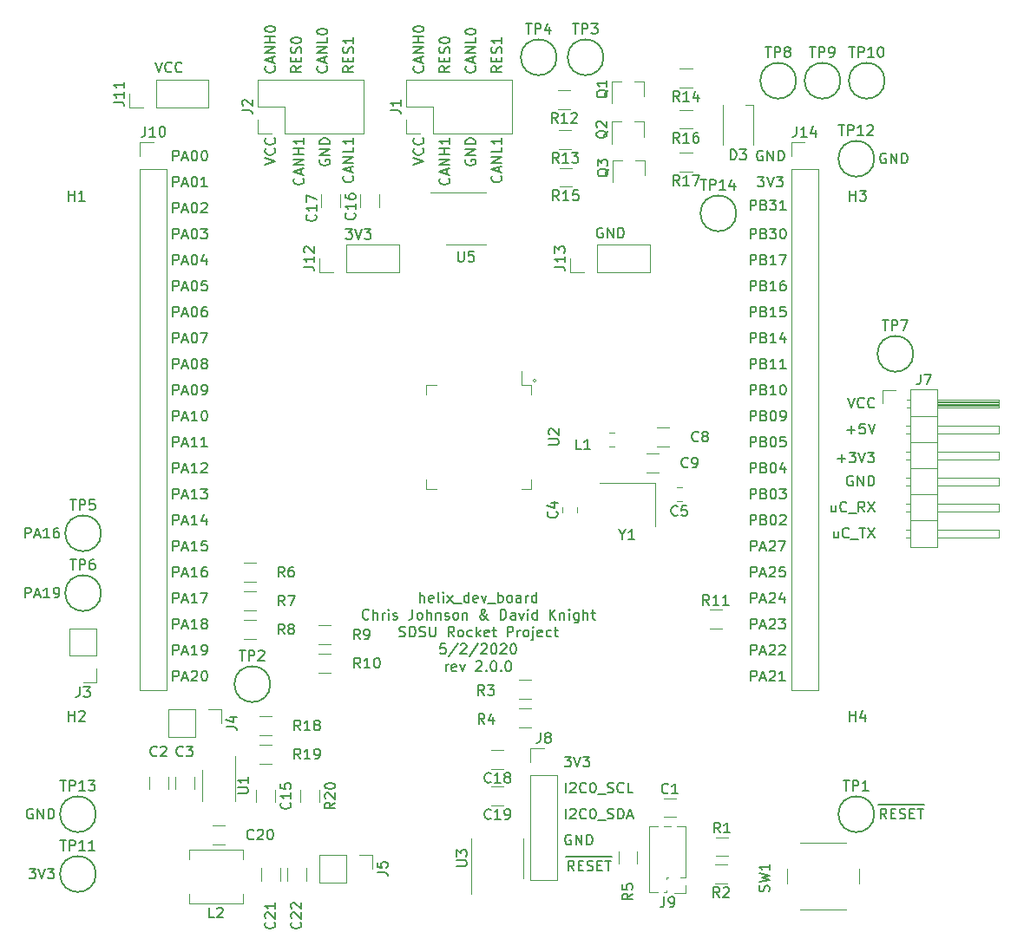
<source format=gbr>
G04 #@! TF.GenerationSoftware,KiCad,Pcbnew,5.1.5-52549c5~86~ubuntu18.04.1*
G04 #@! TF.CreationDate,2020-05-08T12:09:19-07:00*
G04 #@! TF.ProjectId,Extention Boards,45787465-6e74-4696-9f6e-20426f617264,rev?*
G04 #@! TF.SameCoordinates,Original*
G04 #@! TF.FileFunction,Legend,Top*
G04 #@! TF.FilePolarity,Positive*
%FSLAX46Y46*%
G04 Gerber Fmt 4.6, Leading zero omitted, Abs format (unit mm)*
G04 Created by KiCad (PCBNEW 5.1.5-52549c5~86~ubuntu18.04.1) date 2020-05-08 12:09:19*
%MOMM*%
%LPD*%
G04 APERTURE LIST*
%ADD10C,0.150000*%
%ADD11C,0.180000*%
%ADD12C,0.120000*%
G04 APERTURE END LIST*
D10*
X152590666Y-67524380D02*
X152924000Y-68524380D01*
X153257333Y-67524380D01*
X154162095Y-68429142D02*
X154114476Y-68476761D01*
X153971619Y-68524380D01*
X153876380Y-68524380D01*
X153733523Y-68476761D01*
X153638285Y-68381523D01*
X153590666Y-68286285D01*
X153543047Y-68095809D01*
X153543047Y-67952952D01*
X153590666Y-67762476D01*
X153638285Y-67667238D01*
X153733523Y-67572000D01*
X153876380Y-67524380D01*
X153971619Y-67524380D01*
X154114476Y-67572000D01*
X154162095Y-67619619D01*
X155162095Y-68429142D02*
X155114476Y-68476761D01*
X154971619Y-68524380D01*
X154876380Y-68524380D01*
X154733523Y-68476761D01*
X154638285Y-68381523D01*
X154590666Y-68286285D01*
X154543047Y-68095809D01*
X154543047Y-67952952D01*
X154590666Y-67762476D01*
X154638285Y-67667238D01*
X154733523Y-67572000D01*
X154876380Y-67524380D01*
X154971619Y-67524380D01*
X155114476Y-67572000D01*
X155162095Y-67619619D01*
X219200214Y-113323714D02*
X219200214Y-113990380D01*
X218771642Y-113323714D02*
X218771642Y-113847523D01*
X218819261Y-113942761D01*
X218914500Y-113990380D01*
X219057357Y-113990380D01*
X219152595Y-113942761D01*
X219200214Y-113895142D01*
X220247833Y-113895142D02*
X220200214Y-113942761D01*
X220057357Y-113990380D01*
X219962119Y-113990380D01*
X219819261Y-113942761D01*
X219724023Y-113847523D01*
X219676404Y-113752285D01*
X219628785Y-113561809D01*
X219628785Y-113418952D01*
X219676404Y-113228476D01*
X219724023Y-113133238D01*
X219819261Y-113038000D01*
X219962119Y-112990380D01*
X220057357Y-112990380D01*
X220200214Y-113038000D01*
X220247833Y-113085619D01*
X220438309Y-114085619D02*
X221200214Y-114085619D01*
X221295452Y-112990380D02*
X221866880Y-112990380D01*
X221581166Y-113990380D02*
X221581166Y-112990380D01*
X222104976Y-112990380D02*
X222771642Y-113990380D01*
X222771642Y-112990380D02*
X222104976Y-113990380D01*
X218962119Y-110783714D02*
X218962119Y-111450380D01*
X218533547Y-110783714D02*
X218533547Y-111307523D01*
X218581166Y-111402761D01*
X218676404Y-111450380D01*
X218819261Y-111450380D01*
X218914500Y-111402761D01*
X218962119Y-111355142D01*
X220009738Y-111355142D02*
X219962119Y-111402761D01*
X219819261Y-111450380D01*
X219724023Y-111450380D01*
X219581166Y-111402761D01*
X219485928Y-111307523D01*
X219438309Y-111212285D01*
X219390690Y-111021809D01*
X219390690Y-110878952D01*
X219438309Y-110688476D01*
X219485928Y-110593238D01*
X219581166Y-110498000D01*
X219724023Y-110450380D01*
X219819261Y-110450380D01*
X219962119Y-110498000D01*
X220009738Y-110545619D01*
X220200214Y-111545619D02*
X220962119Y-111545619D01*
X221771642Y-111450380D02*
X221438309Y-110974190D01*
X221200214Y-111450380D02*
X221200214Y-110450380D01*
X221581166Y-110450380D01*
X221676404Y-110498000D01*
X221724023Y-110545619D01*
X221771642Y-110640857D01*
X221771642Y-110783714D01*
X221724023Y-110878952D01*
X221676404Y-110926571D01*
X221581166Y-110974190D01*
X221200214Y-110974190D01*
X222104976Y-110450380D02*
X222771642Y-111450380D01*
X222771642Y-110450380D02*
X222104976Y-111450380D01*
X220628785Y-107958000D02*
X220533547Y-107910380D01*
X220390690Y-107910380D01*
X220247833Y-107958000D01*
X220152595Y-108053238D01*
X220104976Y-108148476D01*
X220057357Y-108338952D01*
X220057357Y-108481809D01*
X220104976Y-108672285D01*
X220152595Y-108767523D01*
X220247833Y-108862761D01*
X220390690Y-108910380D01*
X220485928Y-108910380D01*
X220628785Y-108862761D01*
X220676404Y-108815142D01*
X220676404Y-108481809D01*
X220485928Y-108481809D01*
X221104976Y-108910380D02*
X221104976Y-107910380D01*
X221676404Y-108910380D01*
X221676404Y-107910380D01*
X222152595Y-108910380D02*
X222152595Y-107910380D01*
X222390690Y-107910380D01*
X222533547Y-107958000D01*
X222628785Y-108053238D01*
X222676404Y-108148476D01*
X222724023Y-108338952D01*
X222724023Y-108481809D01*
X222676404Y-108672285D01*
X222628785Y-108767523D01*
X222533547Y-108862761D01*
X222390690Y-108910380D01*
X222152595Y-108910380D01*
X219152595Y-106243428D02*
X219914500Y-106243428D01*
X219533547Y-106624380D02*
X219533547Y-105862476D01*
X220295452Y-105624380D02*
X220914500Y-105624380D01*
X220581166Y-106005333D01*
X220724023Y-106005333D01*
X220819261Y-106052952D01*
X220866880Y-106100571D01*
X220914500Y-106195809D01*
X220914500Y-106433904D01*
X220866880Y-106529142D01*
X220819261Y-106576761D01*
X220724023Y-106624380D01*
X220438309Y-106624380D01*
X220343071Y-106576761D01*
X220295452Y-106529142D01*
X221200214Y-105624380D02*
X221533547Y-106624380D01*
X221866880Y-105624380D01*
X222104976Y-105624380D02*
X222724023Y-105624380D01*
X222390690Y-106005333D01*
X222533547Y-106005333D01*
X222628785Y-106052952D01*
X222676404Y-106100571D01*
X222724023Y-106195809D01*
X222724023Y-106433904D01*
X222676404Y-106529142D01*
X222628785Y-106576761D01*
X222533547Y-106624380D01*
X222247833Y-106624380D01*
X222152595Y-106576761D01*
X222104976Y-106529142D01*
X220104976Y-103449428D02*
X220866880Y-103449428D01*
X220485928Y-103830380D02*
X220485928Y-103068476D01*
X221819261Y-102830380D02*
X221343071Y-102830380D01*
X221295452Y-103306571D01*
X221343071Y-103258952D01*
X221438309Y-103211333D01*
X221676404Y-103211333D01*
X221771642Y-103258952D01*
X221819261Y-103306571D01*
X221866880Y-103401809D01*
X221866880Y-103639904D01*
X221819261Y-103735142D01*
X221771642Y-103782761D01*
X221676404Y-103830380D01*
X221438309Y-103830380D01*
X221343071Y-103782761D01*
X221295452Y-103735142D01*
X222152595Y-102830380D02*
X222485928Y-103830380D01*
X222819261Y-102830380D01*
X220152595Y-100290380D02*
X220485928Y-101290380D01*
X220819261Y-100290380D01*
X221724023Y-101195142D02*
X221676404Y-101242761D01*
X221533547Y-101290380D01*
X221438309Y-101290380D01*
X221295452Y-101242761D01*
X221200214Y-101147523D01*
X221152595Y-101052285D01*
X221104976Y-100861809D01*
X221104976Y-100718952D01*
X221152595Y-100528476D01*
X221200214Y-100433238D01*
X221295452Y-100338000D01*
X221438309Y-100290380D01*
X221533547Y-100290380D01*
X221676404Y-100338000D01*
X221724023Y-100385619D01*
X222724023Y-101195142D02*
X222676404Y-101242761D01*
X222533547Y-101290380D01*
X222438309Y-101290380D01*
X222295452Y-101242761D01*
X222200214Y-101147523D01*
X222152595Y-101052285D01*
X222104976Y-100861809D01*
X222104976Y-100718952D01*
X222152595Y-100528476D01*
X222200214Y-100433238D01*
X222295452Y-100338000D01*
X222438309Y-100290380D01*
X222533547Y-100290380D01*
X222676404Y-100338000D01*
X222724023Y-100385619D01*
D11*
X178406183Y-120282380D02*
X178406183Y-119282380D01*
X178834755Y-120282380D02*
X178834755Y-119758571D01*
X178787136Y-119663333D01*
X178691898Y-119615714D01*
X178549040Y-119615714D01*
X178453802Y-119663333D01*
X178406183Y-119710952D01*
X179691898Y-120234761D02*
X179596660Y-120282380D01*
X179406183Y-120282380D01*
X179310945Y-120234761D01*
X179263326Y-120139523D01*
X179263326Y-119758571D01*
X179310945Y-119663333D01*
X179406183Y-119615714D01*
X179596660Y-119615714D01*
X179691898Y-119663333D01*
X179739517Y-119758571D01*
X179739517Y-119853809D01*
X179263326Y-119949047D01*
X180310945Y-120282380D02*
X180215707Y-120234761D01*
X180168088Y-120139523D01*
X180168088Y-119282380D01*
X180691898Y-120282380D02*
X180691898Y-119615714D01*
X180691898Y-119282380D02*
X180644279Y-119330000D01*
X180691898Y-119377619D01*
X180739517Y-119330000D01*
X180691898Y-119282380D01*
X180691898Y-119377619D01*
X181072850Y-120282380D02*
X181596660Y-119615714D01*
X181072850Y-119615714D02*
X181596660Y-120282380D01*
X181739517Y-120377619D02*
X182501421Y-120377619D01*
X183168088Y-120282380D02*
X183168088Y-119282380D01*
X183168088Y-120234761D02*
X183072850Y-120282380D01*
X182882374Y-120282380D01*
X182787136Y-120234761D01*
X182739517Y-120187142D01*
X182691898Y-120091904D01*
X182691898Y-119806190D01*
X182739517Y-119710952D01*
X182787136Y-119663333D01*
X182882374Y-119615714D01*
X183072850Y-119615714D01*
X183168088Y-119663333D01*
X184025231Y-120234761D02*
X183929993Y-120282380D01*
X183739517Y-120282380D01*
X183644279Y-120234761D01*
X183596660Y-120139523D01*
X183596660Y-119758571D01*
X183644279Y-119663333D01*
X183739517Y-119615714D01*
X183929993Y-119615714D01*
X184025231Y-119663333D01*
X184072850Y-119758571D01*
X184072850Y-119853809D01*
X183596660Y-119949047D01*
X184406183Y-119615714D02*
X184644279Y-120282380D01*
X184882374Y-119615714D01*
X185025231Y-120377619D02*
X185787136Y-120377619D01*
X186025231Y-120282380D02*
X186025231Y-119282380D01*
X186025231Y-119663333D02*
X186120469Y-119615714D01*
X186310945Y-119615714D01*
X186406183Y-119663333D01*
X186453802Y-119710952D01*
X186501421Y-119806190D01*
X186501421Y-120091904D01*
X186453802Y-120187142D01*
X186406183Y-120234761D01*
X186310945Y-120282380D01*
X186120469Y-120282380D01*
X186025231Y-120234761D01*
X187072850Y-120282380D02*
X186977612Y-120234761D01*
X186929993Y-120187142D01*
X186882374Y-120091904D01*
X186882374Y-119806190D01*
X186929993Y-119710952D01*
X186977612Y-119663333D01*
X187072850Y-119615714D01*
X187215707Y-119615714D01*
X187310945Y-119663333D01*
X187358564Y-119710952D01*
X187406183Y-119806190D01*
X187406183Y-120091904D01*
X187358564Y-120187142D01*
X187310945Y-120234761D01*
X187215707Y-120282380D01*
X187072850Y-120282380D01*
X188263326Y-120282380D02*
X188263326Y-119758571D01*
X188215707Y-119663333D01*
X188120469Y-119615714D01*
X187929993Y-119615714D01*
X187834755Y-119663333D01*
X188263326Y-120234761D02*
X188168088Y-120282380D01*
X187929993Y-120282380D01*
X187834755Y-120234761D01*
X187787136Y-120139523D01*
X187787136Y-120044285D01*
X187834755Y-119949047D01*
X187929993Y-119901428D01*
X188168088Y-119901428D01*
X188263326Y-119853809D01*
X188739517Y-120282380D02*
X188739517Y-119615714D01*
X188739517Y-119806190D02*
X188787136Y-119710952D01*
X188834755Y-119663333D01*
X188929993Y-119615714D01*
X189025231Y-119615714D01*
X189787136Y-120282380D02*
X189787136Y-119282380D01*
X189787136Y-120234761D02*
X189691898Y-120282380D01*
X189501421Y-120282380D01*
X189406183Y-120234761D01*
X189358564Y-120187142D01*
X189310945Y-120091904D01*
X189310945Y-119806190D01*
X189358564Y-119710952D01*
X189406183Y-119663333D01*
X189501421Y-119615714D01*
X189691898Y-119615714D01*
X189787136Y-119663333D01*
X173406183Y-121867142D02*
X173358564Y-121914761D01*
X173215707Y-121962380D01*
X173120469Y-121962380D01*
X172977612Y-121914761D01*
X172882374Y-121819523D01*
X172834755Y-121724285D01*
X172787136Y-121533809D01*
X172787136Y-121390952D01*
X172834755Y-121200476D01*
X172882374Y-121105238D01*
X172977612Y-121010000D01*
X173120469Y-120962380D01*
X173215707Y-120962380D01*
X173358564Y-121010000D01*
X173406183Y-121057619D01*
X173834755Y-121962380D02*
X173834755Y-120962380D01*
X174263326Y-121962380D02*
X174263326Y-121438571D01*
X174215707Y-121343333D01*
X174120469Y-121295714D01*
X173977612Y-121295714D01*
X173882374Y-121343333D01*
X173834755Y-121390952D01*
X174739517Y-121962380D02*
X174739517Y-121295714D01*
X174739517Y-121486190D02*
X174787136Y-121390952D01*
X174834755Y-121343333D01*
X174929993Y-121295714D01*
X175025231Y-121295714D01*
X175358564Y-121962380D02*
X175358564Y-121295714D01*
X175358564Y-120962380D02*
X175310945Y-121010000D01*
X175358564Y-121057619D01*
X175406183Y-121010000D01*
X175358564Y-120962380D01*
X175358564Y-121057619D01*
X175787136Y-121914761D02*
X175882374Y-121962380D01*
X176072850Y-121962380D01*
X176168088Y-121914761D01*
X176215707Y-121819523D01*
X176215707Y-121771904D01*
X176168088Y-121676666D01*
X176072850Y-121629047D01*
X175929993Y-121629047D01*
X175834755Y-121581428D01*
X175787136Y-121486190D01*
X175787136Y-121438571D01*
X175834755Y-121343333D01*
X175929993Y-121295714D01*
X176072850Y-121295714D01*
X176168088Y-121343333D01*
X177691898Y-120962380D02*
X177691898Y-121676666D01*
X177644279Y-121819523D01*
X177549040Y-121914761D01*
X177406183Y-121962380D01*
X177310945Y-121962380D01*
X178310945Y-121962380D02*
X178215707Y-121914761D01*
X178168088Y-121867142D01*
X178120469Y-121771904D01*
X178120469Y-121486190D01*
X178168088Y-121390952D01*
X178215707Y-121343333D01*
X178310945Y-121295714D01*
X178453802Y-121295714D01*
X178549040Y-121343333D01*
X178596660Y-121390952D01*
X178644279Y-121486190D01*
X178644279Y-121771904D01*
X178596660Y-121867142D01*
X178549040Y-121914761D01*
X178453802Y-121962380D01*
X178310945Y-121962380D01*
X179072850Y-121962380D02*
X179072850Y-120962380D01*
X179501421Y-121962380D02*
X179501421Y-121438571D01*
X179453802Y-121343333D01*
X179358564Y-121295714D01*
X179215707Y-121295714D01*
X179120469Y-121343333D01*
X179072850Y-121390952D01*
X179977612Y-121295714D02*
X179977612Y-121962380D01*
X179977612Y-121390952D02*
X180025231Y-121343333D01*
X180120469Y-121295714D01*
X180263326Y-121295714D01*
X180358564Y-121343333D01*
X180406183Y-121438571D01*
X180406183Y-121962380D01*
X180834755Y-121914761D02*
X180929993Y-121962380D01*
X181120469Y-121962380D01*
X181215707Y-121914761D01*
X181263326Y-121819523D01*
X181263326Y-121771904D01*
X181215707Y-121676666D01*
X181120469Y-121629047D01*
X180977612Y-121629047D01*
X180882374Y-121581428D01*
X180834755Y-121486190D01*
X180834755Y-121438571D01*
X180882374Y-121343333D01*
X180977612Y-121295714D01*
X181120469Y-121295714D01*
X181215707Y-121343333D01*
X181834755Y-121962380D02*
X181739517Y-121914761D01*
X181691898Y-121867142D01*
X181644279Y-121771904D01*
X181644279Y-121486190D01*
X181691898Y-121390952D01*
X181739517Y-121343333D01*
X181834755Y-121295714D01*
X181977612Y-121295714D01*
X182072850Y-121343333D01*
X182120469Y-121390952D01*
X182168088Y-121486190D01*
X182168088Y-121771904D01*
X182120469Y-121867142D01*
X182072850Y-121914761D01*
X181977612Y-121962380D01*
X181834755Y-121962380D01*
X182596660Y-121295714D02*
X182596660Y-121962380D01*
X182596660Y-121390952D02*
X182644279Y-121343333D01*
X182739517Y-121295714D01*
X182882374Y-121295714D01*
X182977612Y-121343333D01*
X183025231Y-121438571D01*
X183025231Y-121962380D01*
X185072850Y-121962380D02*
X185025231Y-121962380D01*
X184929993Y-121914761D01*
X184787136Y-121771904D01*
X184549040Y-121486190D01*
X184453802Y-121343333D01*
X184406183Y-121200476D01*
X184406183Y-121105238D01*
X184453802Y-121010000D01*
X184549040Y-120962380D01*
X184596660Y-120962380D01*
X184691898Y-121010000D01*
X184739517Y-121105238D01*
X184739517Y-121152857D01*
X184691898Y-121248095D01*
X184644279Y-121295714D01*
X184358564Y-121486190D01*
X184310945Y-121533809D01*
X184263326Y-121629047D01*
X184263326Y-121771904D01*
X184310945Y-121867142D01*
X184358564Y-121914761D01*
X184453802Y-121962380D01*
X184596660Y-121962380D01*
X184691898Y-121914761D01*
X184739517Y-121867142D01*
X184882374Y-121676666D01*
X184929993Y-121533809D01*
X184929993Y-121438571D01*
X186263326Y-121962380D02*
X186263326Y-120962380D01*
X186501421Y-120962380D01*
X186644279Y-121010000D01*
X186739517Y-121105238D01*
X186787136Y-121200476D01*
X186834755Y-121390952D01*
X186834755Y-121533809D01*
X186787136Y-121724285D01*
X186739517Y-121819523D01*
X186644279Y-121914761D01*
X186501421Y-121962380D01*
X186263326Y-121962380D01*
X187691898Y-121962380D02*
X187691898Y-121438571D01*
X187644279Y-121343333D01*
X187549040Y-121295714D01*
X187358564Y-121295714D01*
X187263326Y-121343333D01*
X187691898Y-121914761D02*
X187596660Y-121962380D01*
X187358564Y-121962380D01*
X187263326Y-121914761D01*
X187215707Y-121819523D01*
X187215707Y-121724285D01*
X187263326Y-121629047D01*
X187358564Y-121581428D01*
X187596660Y-121581428D01*
X187691898Y-121533809D01*
X188072850Y-121295714D02*
X188310945Y-121962380D01*
X188549040Y-121295714D01*
X188929993Y-121962380D02*
X188929993Y-121295714D01*
X188929993Y-120962380D02*
X188882374Y-121010000D01*
X188929993Y-121057619D01*
X188977612Y-121010000D01*
X188929993Y-120962380D01*
X188929993Y-121057619D01*
X189834755Y-121962380D02*
X189834755Y-120962380D01*
X189834755Y-121914761D02*
X189739517Y-121962380D01*
X189549040Y-121962380D01*
X189453802Y-121914761D01*
X189406183Y-121867142D01*
X189358564Y-121771904D01*
X189358564Y-121486190D01*
X189406183Y-121390952D01*
X189453802Y-121343333D01*
X189549040Y-121295714D01*
X189739517Y-121295714D01*
X189834755Y-121343333D01*
X191072850Y-121962380D02*
X191072850Y-120962380D01*
X191644279Y-121962380D02*
X191215707Y-121390952D01*
X191644279Y-120962380D02*
X191072850Y-121533809D01*
X192072850Y-121295714D02*
X192072850Y-121962380D01*
X192072850Y-121390952D02*
X192120469Y-121343333D01*
X192215707Y-121295714D01*
X192358564Y-121295714D01*
X192453802Y-121343333D01*
X192501421Y-121438571D01*
X192501421Y-121962380D01*
X192977612Y-121962380D02*
X192977612Y-121295714D01*
X192977612Y-120962380D02*
X192929993Y-121010000D01*
X192977612Y-121057619D01*
X193025231Y-121010000D01*
X192977612Y-120962380D01*
X192977612Y-121057619D01*
X193882374Y-121295714D02*
X193882374Y-122105238D01*
X193834755Y-122200476D01*
X193787136Y-122248095D01*
X193691898Y-122295714D01*
X193549040Y-122295714D01*
X193453802Y-122248095D01*
X193882374Y-121914761D02*
X193787136Y-121962380D01*
X193596660Y-121962380D01*
X193501421Y-121914761D01*
X193453802Y-121867142D01*
X193406183Y-121771904D01*
X193406183Y-121486190D01*
X193453802Y-121390952D01*
X193501421Y-121343333D01*
X193596660Y-121295714D01*
X193787136Y-121295714D01*
X193882374Y-121343333D01*
X194358564Y-121962380D02*
X194358564Y-120962380D01*
X194787136Y-121962380D02*
X194787136Y-121438571D01*
X194739517Y-121343333D01*
X194644279Y-121295714D01*
X194501421Y-121295714D01*
X194406183Y-121343333D01*
X194358564Y-121390952D01*
X195120469Y-121295714D02*
X195501421Y-121295714D01*
X195263326Y-120962380D02*
X195263326Y-121819523D01*
X195310945Y-121914761D01*
X195406183Y-121962380D01*
X195501421Y-121962380D01*
X176406183Y-123594761D02*
X176549040Y-123642380D01*
X176787136Y-123642380D01*
X176882374Y-123594761D01*
X176929993Y-123547142D01*
X176977612Y-123451904D01*
X176977612Y-123356666D01*
X176929993Y-123261428D01*
X176882374Y-123213809D01*
X176787136Y-123166190D01*
X176596660Y-123118571D01*
X176501421Y-123070952D01*
X176453802Y-123023333D01*
X176406183Y-122928095D01*
X176406183Y-122832857D01*
X176453802Y-122737619D01*
X176501421Y-122690000D01*
X176596660Y-122642380D01*
X176834755Y-122642380D01*
X176977612Y-122690000D01*
X177406183Y-123642380D02*
X177406183Y-122642380D01*
X177644279Y-122642380D01*
X177787136Y-122690000D01*
X177882374Y-122785238D01*
X177929993Y-122880476D01*
X177977612Y-123070952D01*
X177977612Y-123213809D01*
X177929993Y-123404285D01*
X177882374Y-123499523D01*
X177787136Y-123594761D01*
X177644279Y-123642380D01*
X177406183Y-123642380D01*
X178358564Y-123594761D02*
X178501421Y-123642380D01*
X178739517Y-123642380D01*
X178834755Y-123594761D01*
X178882374Y-123547142D01*
X178929993Y-123451904D01*
X178929993Y-123356666D01*
X178882374Y-123261428D01*
X178834755Y-123213809D01*
X178739517Y-123166190D01*
X178549040Y-123118571D01*
X178453802Y-123070952D01*
X178406183Y-123023333D01*
X178358564Y-122928095D01*
X178358564Y-122832857D01*
X178406183Y-122737619D01*
X178453802Y-122690000D01*
X178549040Y-122642380D01*
X178787136Y-122642380D01*
X178929993Y-122690000D01*
X179358564Y-122642380D02*
X179358564Y-123451904D01*
X179406183Y-123547142D01*
X179453802Y-123594761D01*
X179549040Y-123642380D01*
X179739517Y-123642380D01*
X179834755Y-123594761D01*
X179882374Y-123547142D01*
X179929993Y-123451904D01*
X179929993Y-122642380D01*
X181739517Y-123642380D02*
X181406183Y-123166190D01*
X181168088Y-123642380D02*
X181168088Y-122642380D01*
X181549040Y-122642380D01*
X181644279Y-122690000D01*
X181691898Y-122737619D01*
X181739517Y-122832857D01*
X181739517Y-122975714D01*
X181691898Y-123070952D01*
X181644279Y-123118571D01*
X181549040Y-123166190D01*
X181168088Y-123166190D01*
X182310945Y-123642380D02*
X182215707Y-123594761D01*
X182168088Y-123547142D01*
X182120469Y-123451904D01*
X182120469Y-123166190D01*
X182168088Y-123070952D01*
X182215707Y-123023333D01*
X182310945Y-122975714D01*
X182453802Y-122975714D01*
X182549040Y-123023333D01*
X182596660Y-123070952D01*
X182644279Y-123166190D01*
X182644279Y-123451904D01*
X182596660Y-123547142D01*
X182549040Y-123594761D01*
X182453802Y-123642380D01*
X182310945Y-123642380D01*
X183501421Y-123594761D02*
X183406183Y-123642380D01*
X183215707Y-123642380D01*
X183120469Y-123594761D01*
X183072850Y-123547142D01*
X183025231Y-123451904D01*
X183025231Y-123166190D01*
X183072850Y-123070952D01*
X183120469Y-123023333D01*
X183215707Y-122975714D01*
X183406183Y-122975714D01*
X183501421Y-123023333D01*
X183929993Y-123642380D02*
X183929993Y-122642380D01*
X184025231Y-123261428D02*
X184310945Y-123642380D01*
X184310945Y-122975714D02*
X183929993Y-123356666D01*
X185120469Y-123594761D02*
X185025231Y-123642380D01*
X184834755Y-123642380D01*
X184739517Y-123594761D01*
X184691898Y-123499523D01*
X184691898Y-123118571D01*
X184739517Y-123023333D01*
X184834755Y-122975714D01*
X185025231Y-122975714D01*
X185120469Y-123023333D01*
X185168088Y-123118571D01*
X185168088Y-123213809D01*
X184691898Y-123309047D01*
X185453802Y-122975714D02*
X185834755Y-122975714D01*
X185596660Y-122642380D02*
X185596660Y-123499523D01*
X185644279Y-123594761D01*
X185739517Y-123642380D01*
X185834755Y-123642380D01*
X186929993Y-123642380D02*
X186929993Y-122642380D01*
X187310945Y-122642380D01*
X187406183Y-122690000D01*
X187453802Y-122737619D01*
X187501421Y-122832857D01*
X187501421Y-122975714D01*
X187453802Y-123070952D01*
X187406183Y-123118571D01*
X187310945Y-123166190D01*
X186929993Y-123166190D01*
X187929993Y-123642380D02*
X187929993Y-122975714D01*
X187929993Y-123166190D02*
X187977612Y-123070952D01*
X188025231Y-123023333D01*
X188120469Y-122975714D01*
X188215707Y-122975714D01*
X188691898Y-123642380D02*
X188596660Y-123594761D01*
X188549040Y-123547142D01*
X188501421Y-123451904D01*
X188501421Y-123166190D01*
X188549040Y-123070952D01*
X188596660Y-123023333D01*
X188691898Y-122975714D01*
X188834755Y-122975714D01*
X188929993Y-123023333D01*
X188977612Y-123070952D01*
X189025231Y-123166190D01*
X189025231Y-123451904D01*
X188977612Y-123547142D01*
X188929993Y-123594761D01*
X188834755Y-123642380D01*
X188691898Y-123642380D01*
X189453802Y-122975714D02*
X189453802Y-123832857D01*
X189406183Y-123928095D01*
X189310945Y-123975714D01*
X189263326Y-123975714D01*
X189453802Y-122642380D02*
X189406183Y-122690000D01*
X189453802Y-122737619D01*
X189501421Y-122690000D01*
X189453802Y-122642380D01*
X189453802Y-122737619D01*
X190310945Y-123594761D02*
X190215707Y-123642380D01*
X190025231Y-123642380D01*
X189929993Y-123594761D01*
X189882374Y-123499523D01*
X189882374Y-123118571D01*
X189929993Y-123023333D01*
X190025231Y-122975714D01*
X190215707Y-122975714D01*
X190310945Y-123023333D01*
X190358564Y-123118571D01*
X190358564Y-123213809D01*
X189882374Y-123309047D01*
X191215707Y-123594761D02*
X191120469Y-123642380D01*
X190929993Y-123642380D01*
X190834755Y-123594761D01*
X190787136Y-123547142D01*
X190739517Y-123451904D01*
X190739517Y-123166190D01*
X190787136Y-123070952D01*
X190834755Y-123023333D01*
X190929993Y-122975714D01*
X191120469Y-122975714D01*
X191215707Y-123023333D01*
X191501421Y-122975714D02*
X191882374Y-122975714D01*
X191644279Y-122642380D02*
X191644279Y-123499523D01*
X191691898Y-123594761D01*
X191787136Y-123642380D01*
X191882374Y-123642380D01*
X180906183Y-124322380D02*
X180429993Y-124322380D01*
X180382374Y-124798571D01*
X180429993Y-124750952D01*
X180525231Y-124703333D01*
X180763326Y-124703333D01*
X180858564Y-124750952D01*
X180906183Y-124798571D01*
X180953802Y-124893809D01*
X180953802Y-125131904D01*
X180906183Y-125227142D01*
X180858564Y-125274761D01*
X180763326Y-125322380D01*
X180525231Y-125322380D01*
X180429993Y-125274761D01*
X180382374Y-125227142D01*
X182096660Y-124274761D02*
X181239517Y-125560476D01*
X182382374Y-124417619D02*
X182429993Y-124370000D01*
X182525231Y-124322380D01*
X182763326Y-124322380D01*
X182858564Y-124370000D01*
X182906183Y-124417619D01*
X182953802Y-124512857D01*
X182953802Y-124608095D01*
X182906183Y-124750952D01*
X182334755Y-125322380D01*
X182953802Y-125322380D01*
X184096660Y-124274761D02*
X183239517Y-125560476D01*
X184382374Y-124417619D02*
X184429993Y-124370000D01*
X184525231Y-124322380D01*
X184763326Y-124322380D01*
X184858564Y-124370000D01*
X184906183Y-124417619D01*
X184953802Y-124512857D01*
X184953802Y-124608095D01*
X184906183Y-124750952D01*
X184334755Y-125322380D01*
X184953802Y-125322380D01*
X185572850Y-124322380D02*
X185668088Y-124322380D01*
X185763326Y-124370000D01*
X185810945Y-124417619D01*
X185858564Y-124512857D01*
X185906183Y-124703333D01*
X185906183Y-124941428D01*
X185858564Y-125131904D01*
X185810945Y-125227142D01*
X185763326Y-125274761D01*
X185668088Y-125322380D01*
X185572850Y-125322380D01*
X185477612Y-125274761D01*
X185429993Y-125227142D01*
X185382374Y-125131904D01*
X185334755Y-124941428D01*
X185334755Y-124703333D01*
X185382374Y-124512857D01*
X185429993Y-124417619D01*
X185477612Y-124370000D01*
X185572850Y-124322380D01*
X186287136Y-124417619D02*
X186334755Y-124370000D01*
X186429993Y-124322380D01*
X186668088Y-124322380D01*
X186763326Y-124370000D01*
X186810945Y-124417619D01*
X186858564Y-124512857D01*
X186858564Y-124608095D01*
X186810945Y-124750952D01*
X186239517Y-125322380D01*
X186858564Y-125322380D01*
X187477612Y-124322380D02*
X187572850Y-124322380D01*
X187668088Y-124370000D01*
X187715707Y-124417619D01*
X187763326Y-124512857D01*
X187810945Y-124703333D01*
X187810945Y-124941428D01*
X187763326Y-125131904D01*
X187715707Y-125227142D01*
X187668088Y-125274761D01*
X187572850Y-125322380D01*
X187477612Y-125322380D01*
X187382374Y-125274761D01*
X187334755Y-125227142D01*
X187287136Y-125131904D01*
X187239517Y-124941428D01*
X187239517Y-124703333D01*
X187287136Y-124512857D01*
X187334755Y-124417619D01*
X187382374Y-124370000D01*
X187477612Y-124322380D01*
X180929993Y-127002380D02*
X180929993Y-126335714D01*
X180929993Y-126526190D02*
X180977612Y-126430952D01*
X181025231Y-126383333D01*
X181120469Y-126335714D01*
X181215707Y-126335714D01*
X181929993Y-126954761D02*
X181834755Y-127002380D01*
X181644279Y-127002380D01*
X181549040Y-126954761D01*
X181501421Y-126859523D01*
X181501421Y-126478571D01*
X181549040Y-126383333D01*
X181644279Y-126335714D01*
X181834755Y-126335714D01*
X181929993Y-126383333D01*
X181977612Y-126478571D01*
X181977612Y-126573809D01*
X181501421Y-126669047D01*
X182310945Y-126335714D02*
X182549040Y-127002380D01*
X182787136Y-126335714D01*
X183882374Y-126097619D02*
X183929993Y-126050000D01*
X184025231Y-126002380D01*
X184263326Y-126002380D01*
X184358564Y-126050000D01*
X184406183Y-126097619D01*
X184453802Y-126192857D01*
X184453802Y-126288095D01*
X184406183Y-126430952D01*
X183834755Y-127002380D01*
X184453802Y-127002380D01*
X184882374Y-126907142D02*
X184929993Y-126954761D01*
X184882374Y-127002380D01*
X184834755Y-126954761D01*
X184882374Y-126907142D01*
X184882374Y-127002380D01*
X185549040Y-126002380D02*
X185644279Y-126002380D01*
X185739517Y-126050000D01*
X185787136Y-126097619D01*
X185834755Y-126192857D01*
X185882374Y-126383333D01*
X185882374Y-126621428D01*
X185834755Y-126811904D01*
X185787136Y-126907142D01*
X185739517Y-126954761D01*
X185644279Y-127002380D01*
X185549040Y-127002380D01*
X185453802Y-126954761D01*
X185406183Y-126907142D01*
X185358564Y-126811904D01*
X185310945Y-126621428D01*
X185310945Y-126383333D01*
X185358564Y-126192857D01*
X185406183Y-126097619D01*
X185453802Y-126050000D01*
X185549040Y-126002380D01*
X186310945Y-126907142D02*
X186358564Y-126954761D01*
X186310945Y-127002380D01*
X186263326Y-126954761D01*
X186310945Y-126907142D01*
X186310945Y-127002380D01*
X186977612Y-126002380D02*
X187072850Y-126002380D01*
X187168088Y-126050000D01*
X187215707Y-126097619D01*
X187263326Y-126192857D01*
X187310945Y-126383333D01*
X187310945Y-126621428D01*
X187263326Y-126811904D01*
X187215707Y-126907142D01*
X187168088Y-126954761D01*
X187072850Y-127002380D01*
X186977612Y-127002380D01*
X186882374Y-126954761D01*
X186834755Y-126907142D01*
X186787136Y-126811904D01*
X186739517Y-126621428D01*
X186739517Y-126383333D01*
X186787136Y-126192857D01*
X186834755Y-126097619D01*
X186882374Y-126050000D01*
X186977612Y-126002380D01*
D10*
X139888690Y-119832380D02*
X139888690Y-118832380D01*
X140269642Y-118832380D01*
X140364880Y-118880000D01*
X140412500Y-118927619D01*
X140460119Y-119022857D01*
X140460119Y-119165714D01*
X140412500Y-119260952D01*
X140364880Y-119308571D01*
X140269642Y-119356190D01*
X139888690Y-119356190D01*
X140841071Y-119546666D02*
X141317261Y-119546666D01*
X140745833Y-119832380D02*
X141079166Y-118832380D01*
X141412500Y-119832380D01*
X142269642Y-119832380D02*
X141698214Y-119832380D01*
X141983928Y-119832380D02*
X141983928Y-118832380D01*
X141888690Y-118975238D01*
X141793452Y-119070476D01*
X141698214Y-119118095D01*
X142745833Y-119832380D02*
X142936309Y-119832380D01*
X143031547Y-119784761D01*
X143079166Y-119737142D01*
X143174404Y-119594285D01*
X143222023Y-119403809D01*
X143222023Y-119022857D01*
X143174404Y-118927619D01*
X143126785Y-118880000D01*
X143031547Y-118832380D01*
X142841071Y-118832380D01*
X142745833Y-118880000D01*
X142698214Y-118927619D01*
X142650595Y-119022857D01*
X142650595Y-119260952D01*
X142698214Y-119356190D01*
X142745833Y-119403809D01*
X142841071Y-119451428D01*
X143031547Y-119451428D01*
X143126785Y-119403809D01*
X143174404Y-119356190D01*
X143222023Y-119260952D01*
X139888690Y-113990380D02*
X139888690Y-112990380D01*
X140269642Y-112990380D01*
X140364880Y-113038000D01*
X140412500Y-113085619D01*
X140460119Y-113180857D01*
X140460119Y-113323714D01*
X140412500Y-113418952D01*
X140364880Y-113466571D01*
X140269642Y-113514190D01*
X139888690Y-113514190D01*
X140841071Y-113704666D02*
X141317261Y-113704666D01*
X140745833Y-113990380D02*
X141079166Y-112990380D01*
X141412500Y-113990380D01*
X142269642Y-113990380D02*
X141698214Y-113990380D01*
X141983928Y-113990380D02*
X141983928Y-112990380D01*
X141888690Y-113133238D01*
X141793452Y-113228476D01*
X141698214Y-113276095D01*
X143126785Y-112990380D02*
X142936309Y-112990380D01*
X142841071Y-113038000D01*
X142793452Y-113085619D01*
X142698214Y-113228476D01*
X142650595Y-113418952D01*
X142650595Y-113799904D01*
X142698214Y-113895142D01*
X142745833Y-113942761D01*
X142841071Y-113990380D01*
X143031547Y-113990380D01*
X143126785Y-113942761D01*
X143174404Y-113895142D01*
X143222023Y-113799904D01*
X143222023Y-113561809D01*
X143174404Y-113466571D01*
X143126785Y-113418952D01*
X143031547Y-113371333D01*
X142841071Y-113371333D01*
X142745833Y-113418952D01*
X142698214Y-113466571D01*
X142650595Y-113561809D01*
X223109500Y-140055000D02*
X224109500Y-140055000D01*
X223919023Y-141422380D02*
X223585690Y-140946190D01*
X223347595Y-141422380D02*
X223347595Y-140422380D01*
X223728547Y-140422380D01*
X223823785Y-140470000D01*
X223871404Y-140517619D01*
X223919023Y-140612857D01*
X223919023Y-140755714D01*
X223871404Y-140850952D01*
X223823785Y-140898571D01*
X223728547Y-140946190D01*
X223347595Y-140946190D01*
X224109500Y-140055000D02*
X225014261Y-140055000D01*
X224347595Y-140898571D02*
X224680928Y-140898571D01*
X224823785Y-141422380D02*
X224347595Y-141422380D01*
X224347595Y-140422380D01*
X224823785Y-140422380D01*
X225014261Y-140055000D02*
X225966642Y-140055000D01*
X225204738Y-141374761D02*
X225347595Y-141422380D01*
X225585690Y-141422380D01*
X225680928Y-141374761D01*
X225728547Y-141327142D01*
X225776166Y-141231904D01*
X225776166Y-141136666D01*
X225728547Y-141041428D01*
X225680928Y-140993809D01*
X225585690Y-140946190D01*
X225395214Y-140898571D01*
X225299976Y-140850952D01*
X225252357Y-140803333D01*
X225204738Y-140708095D01*
X225204738Y-140612857D01*
X225252357Y-140517619D01*
X225299976Y-140470000D01*
X225395214Y-140422380D01*
X225633309Y-140422380D01*
X225776166Y-140470000D01*
X225966642Y-140055000D02*
X226871404Y-140055000D01*
X226204738Y-140898571D02*
X226538071Y-140898571D01*
X226680928Y-141422380D02*
X226204738Y-141422380D01*
X226204738Y-140422380D01*
X226680928Y-140422380D01*
X226871404Y-140055000D02*
X227633309Y-140055000D01*
X226966642Y-140422380D02*
X227538071Y-140422380D01*
X227252357Y-141422380D02*
X227252357Y-140422380D01*
X223871404Y-76462000D02*
X223776166Y-76414380D01*
X223633309Y-76414380D01*
X223490452Y-76462000D01*
X223395214Y-76557238D01*
X223347595Y-76652476D01*
X223299976Y-76842952D01*
X223299976Y-76985809D01*
X223347595Y-77176285D01*
X223395214Y-77271523D01*
X223490452Y-77366761D01*
X223633309Y-77414380D01*
X223728547Y-77414380D01*
X223871404Y-77366761D01*
X223919023Y-77319142D01*
X223919023Y-76985809D01*
X223728547Y-76985809D01*
X224347595Y-77414380D02*
X224347595Y-76414380D01*
X224919023Y-77414380D01*
X224919023Y-76414380D01*
X225395214Y-77414380D02*
X225395214Y-76414380D01*
X225633309Y-76414380D01*
X225776166Y-76462000D01*
X225871404Y-76557238D01*
X225919023Y-76652476D01*
X225966642Y-76842952D01*
X225966642Y-76985809D01*
X225919023Y-77176285D01*
X225871404Y-77271523D01*
X225776166Y-77366761D01*
X225633309Y-77414380D01*
X225395214Y-77414380D01*
X140618785Y-140470000D02*
X140523547Y-140422380D01*
X140380690Y-140422380D01*
X140237833Y-140470000D01*
X140142595Y-140565238D01*
X140094976Y-140660476D01*
X140047357Y-140850952D01*
X140047357Y-140993809D01*
X140094976Y-141184285D01*
X140142595Y-141279523D01*
X140237833Y-141374761D01*
X140380690Y-141422380D01*
X140475928Y-141422380D01*
X140618785Y-141374761D01*
X140666404Y-141327142D01*
X140666404Y-140993809D01*
X140475928Y-140993809D01*
X141094976Y-141422380D02*
X141094976Y-140422380D01*
X141666404Y-141422380D01*
X141666404Y-140422380D01*
X142142595Y-141422380D02*
X142142595Y-140422380D01*
X142380690Y-140422380D01*
X142523547Y-140470000D01*
X142618785Y-140565238D01*
X142666404Y-140660476D01*
X142714023Y-140850952D01*
X142714023Y-140993809D01*
X142666404Y-141184285D01*
X142618785Y-141279523D01*
X142523547Y-141374761D01*
X142380690Y-141422380D01*
X142142595Y-141422380D01*
X140285452Y-146264380D02*
X140904500Y-146264380D01*
X140571166Y-146645333D01*
X140714023Y-146645333D01*
X140809261Y-146692952D01*
X140856880Y-146740571D01*
X140904500Y-146835809D01*
X140904500Y-147073904D01*
X140856880Y-147169142D01*
X140809261Y-147216761D01*
X140714023Y-147264380D01*
X140428309Y-147264380D01*
X140333071Y-147216761D01*
X140285452Y-147169142D01*
X141190214Y-146264380D02*
X141523547Y-147264380D01*
X141856880Y-146264380D01*
X142094976Y-146264380D02*
X142714023Y-146264380D01*
X142380690Y-146645333D01*
X142523547Y-146645333D01*
X142618785Y-146692952D01*
X142666404Y-146740571D01*
X142714023Y-146835809D01*
X142714023Y-147073904D01*
X142666404Y-147169142D01*
X142618785Y-147216761D01*
X142523547Y-147264380D01*
X142237833Y-147264380D01*
X142142595Y-147216761D01*
X142094976Y-147169142D01*
X192629500Y-145135000D02*
X193629500Y-145135000D01*
X193439023Y-146502380D02*
X193105690Y-146026190D01*
X192867595Y-146502380D02*
X192867595Y-145502380D01*
X193248547Y-145502380D01*
X193343785Y-145550000D01*
X193391404Y-145597619D01*
X193439023Y-145692857D01*
X193439023Y-145835714D01*
X193391404Y-145930952D01*
X193343785Y-145978571D01*
X193248547Y-146026190D01*
X192867595Y-146026190D01*
X193629500Y-145135000D02*
X194534261Y-145135000D01*
X193867595Y-145978571D02*
X194200928Y-145978571D01*
X194343785Y-146502380D02*
X193867595Y-146502380D01*
X193867595Y-145502380D01*
X194343785Y-145502380D01*
X194534261Y-145135000D02*
X195486642Y-145135000D01*
X194724738Y-146454761D02*
X194867595Y-146502380D01*
X195105690Y-146502380D01*
X195200928Y-146454761D01*
X195248547Y-146407142D01*
X195296166Y-146311904D01*
X195296166Y-146216666D01*
X195248547Y-146121428D01*
X195200928Y-146073809D01*
X195105690Y-146026190D01*
X194915214Y-145978571D01*
X194819976Y-145930952D01*
X194772357Y-145883333D01*
X194724738Y-145788095D01*
X194724738Y-145692857D01*
X194772357Y-145597619D01*
X194819976Y-145550000D01*
X194915214Y-145502380D01*
X195153309Y-145502380D01*
X195296166Y-145550000D01*
X195486642Y-145135000D02*
X196391404Y-145135000D01*
X195724738Y-145978571D02*
X196058071Y-145978571D01*
X196200928Y-146502380D02*
X195724738Y-146502380D01*
X195724738Y-145502380D01*
X196200928Y-145502380D01*
X196391404Y-145135000D02*
X197153309Y-145135000D01*
X196486642Y-145502380D02*
X197058071Y-145502380D01*
X196772357Y-146502380D02*
X196772357Y-145502380D01*
X193137404Y-143010000D02*
X193042166Y-142962380D01*
X192899309Y-142962380D01*
X192756452Y-143010000D01*
X192661214Y-143105238D01*
X192613595Y-143200476D01*
X192565976Y-143390952D01*
X192565976Y-143533809D01*
X192613595Y-143724285D01*
X192661214Y-143819523D01*
X192756452Y-143914761D01*
X192899309Y-143962380D01*
X192994547Y-143962380D01*
X193137404Y-143914761D01*
X193185023Y-143867142D01*
X193185023Y-143533809D01*
X192994547Y-143533809D01*
X193613595Y-143962380D02*
X193613595Y-142962380D01*
X194185023Y-143962380D01*
X194185023Y-142962380D01*
X194661214Y-143962380D02*
X194661214Y-142962380D01*
X194899309Y-142962380D01*
X195042166Y-143010000D01*
X195137404Y-143105238D01*
X195185023Y-143200476D01*
X195232642Y-143390952D01*
X195232642Y-143533809D01*
X195185023Y-143724285D01*
X195137404Y-143819523D01*
X195042166Y-143914761D01*
X194899309Y-143962380D01*
X194661214Y-143962380D01*
X192613595Y-141422380D02*
X192613595Y-140422380D01*
X193042166Y-140517619D02*
X193089785Y-140470000D01*
X193185023Y-140422380D01*
X193423119Y-140422380D01*
X193518357Y-140470000D01*
X193565976Y-140517619D01*
X193613595Y-140612857D01*
X193613595Y-140708095D01*
X193565976Y-140850952D01*
X192994547Y-141422380D01*
X193613595Y-141422380D01*
X194613595Y-141327142D02*
X194565976Y-141374761D01*
X194423119Y-141422380D01*
X194327880Y-141422380D01*
X194185023Y-141374761D01*
X194089785Y-141279523D01*
X194042166Y-141184285D01*
X193994547Y-140993809D01*
X193994547Y-140850952D01*
X194042166Y-140660476D01*
X194089785Y-140565238D01*
X194185023Y-140470000D01*
X194327880Y-140422380D01*
X194423119Y-140422380D01*
X194565976Y-140470000D01*
X194613595Y-140517619D01*
X195232642Y-140422380D02*
X195327880Y-140422380D01*
X195423119Y-140470000D01*
X195470738Y-140517619D01*
X195518357Y-140612857D01*
X195565976Y-140803333D01*
X195565976Y-141041428D01*
X195518357Y-141231904D01*
X195470738Y-141327142D01*
X195423119Y-141374761D01*
X195327880Y-141422380D01*
X195232642Y-141422380D01*
X195137404Y-141374761D01*
X195089785Y-141327142D01*
X195042166Y-141231904D01*
X194994547Y-141041428D01*
X194994547Y-140803333D01*
X195042166Y-140612857D01*
X195089785Y-140517619D01*
X195137404Y-140470000D01*
X195232642Y-140422380D01*
X195756452Y-141517619D02*
X196518357Y-141517619D01*
X196708833Y-141374761D02*
X196851690Y-141422380D01*
X197089785Y-141422380D01*
X197185023Y-141374761D01*
X197232642Y-141327142D01*
X197280261Y-141231904D01*
X197280261Y-141136666D01*
X197232642Y-141041428D01*
X197185023Y-140993809D01*
X197089785Y-140946190D01*
X196899309Y-140898571D01*
X196804071Y-140850952D01*
X196756452Y-140803333D01*
X196708833Y-140708095D01*
X196708833Y-140612857D01*
X196756452Y-140517619D01*
X196804071Y-140470000D01*
X196899309Y-140422380D01*
X197137404Y-140422380D01*
X197280261Y-140470000D01*
X197708833Y-141422380D02*
X197708833Y-140422380D01*
X197946928Y-140422380D01*
X198089785Y-140470000D01*
X198185023Y-140565238D01*
X198232642Y-140660476D01*
X198280261Y-140850952D01*
X198280261Y-140993809D01*
X198232642Y-141184285D01*
X198185023Y-141279523D01*
X198089785Y-141374761D01*
X197946928Y-141422380D01*
X197708833Y-141422380D01*
X198661214Y-141136666D02*
X199137404Y-141136666D01*
X198565976Y-141422380D02*
X198899309Y-140422380D01*
X199232642Y-141422380D01*
X192613595Y-138882380D02*
X192613595Y-137882380D01*
X193042166Y-137977619D02*
X193089785Y-137930000D01*
X193185023Y-137882380D01*
X193423119Y-137882380D01*
X193518357Y-137930000D01*
X193565976Y-137977619D01*
X193613595Y-138072857D01*
X193613595Y-138168095D01*
X193565976Y-138310952D01*
X192994547Y-138882380D01*
X193613595Y-138882380D01*
X194613595Y-138787142D02*
X194565976Y-138834761D01*
X194423119Y-138882380D01*
X194327880Y-138882380D01*
X194185023Y-138834761D01*
X194089785Y-138739523D01*
X194042166Y-138644285D01*
X193994547Y-138453809D01*
X193994547Y-138310952D01*
X194042166Y-138120476D01*
X194089785Y-138025238D01*
X194185023Y-137930000D01*
X194327880Y-137882380D01*
X194423119Y-137882380D01*
X194565976Y-137930000D01*
X194613595Y-137977619D01*
X195232642Y-137882380D02*
X195327880Y-137882380D01*
X195423119Y-137930000D01*
X195470738Y-137977619D01*
X195518357Y-138072857D01*
X195565976Y-138263333D01*
X195565976Y-138501428D01*
X195518357Y-138691904D01*
X195470738Y-138787142D01*
X195423119Y-138834761D01*
X195327880Y-138882380D01*
X195232642Y-138882380D01*
X195137404Y-138834761D01*
X195089785Y-138787142D01*
X195042166Y-138691904D01*
X194994547Y-138501428D01*
X194994547Y-138263333D01*
X195042166Y-138072857D01*
X195089785Y-137977619D01*
X195137404Y-137930000D01*
X195232642Y-137882380D01*
X195756452Y-138977619D02*
X196518357Y-138977619D01*
X196708833Y-138834761D02*
X196851690Y-138882380D01*
X197089785Y-138882380D01*
X197185023Y-138834761D01*
X197232642Y-138787142D01*
X197280261Y-138691904D01*
X197280261Y-138596666D01*
X197232642Y-138501428D01*
X197185023Y-138453809D01*
X197089785Y-138406190D01*
X196899309Y-138358571D01*
X196804071Y-138310952D01*
X196756452Y-138263333D01*
X196708833Y-138168095D01*
X196708833Y-138072857D01*
X196756452Y-137977619D01*
X196804071Y-137930000D01*
X196899309Y-137882380D01*
X197137404Y-137882380D01*
X197280261Y-137930000D01*
X198280261Y-138787142D02*
X198232642Y-138834761D01*
X198089785Y-138882380D01*
X197994547Y-138882380D01*
X197851690Y-138834761D01*
X197756452Y-138739523D01*
X197708833Y-138644285D01*
X197661214Y-138453809D01*
X197661214Y-138310952D01*
X197708833Y-138120476D01*
X197756452Y-138025238D01*
X197851690Y-137930000D01*
X197994547Y-137882380D01*
X198089785Y-137882380D01*
X198232642Y-137930000D01*
X198280261Y-137977619D01*
X199185023Y-138882380D02*
X198708833Y-138882380D01*
X198708833Y-137882380D01*
X192518357Y-135342380D02*
X193137404Y-135342380D01*
X192804071Y-135723333D01*
X192946928Y-135723333D01*
X193042166Y-135770952D01*
X193089785Y-135818571D01*
X193137404Y-135913809D01*
X193137404Y-136151904D01*
X193089785Y-136247142D01*
X193042166Y-136294761D01*
X192946928Y-136342380D01*
X192661214Y-136342380D01*
X192565976Y-136294761D01*
X192518357Y-136247142D01*
X193423119Y-135342380D02*
X193756452Y-136342380D01*
X194089785Y-135342380D01*
X194327880Y-135342380D02*
X194946928Y-135342380D01*
X194613595Y-135723333D01*
X194756452Y-135723333D01*
X194851690Y-135770952D01*
X194899309Y-135818571D01*
X194946928Y-135913809D01*
X194946928Y-136151904D01*
X194899309Y-136247142D01*
X194851690Y-136294761D01*
X194756452Y-136342380D01*
X194470738Y-136342380D01*
X194375500Y-136294761D01*
X194327880Y-136247142D01*
X186285142Y-78630642D02*
X186332761Y-78678261D01*
X186380380Y-78821119D01*
X186380380Y-78916357D01*
X186332761Y-79059214D01*
X186237523Y-79154452D01*
X186142285Y-79202071D01*
X185951809Y-79249690D01*
X185808952Y-79249690D01*
X185618476Y-79202071D01*
X185523238Y-79154452D01*
X185428000Y-79059214D01*
X185380380Y-78916357D01*
X185380380Y-78821119D01*
X185428000Y-78678261D01*
X185475619Y-78630642D01*
X186094666Y-78249690D02*
X186094666Y-77773500D01*
X186380380Y-78344928D02*
X185380380Y-78011595D01*
X186380380Y-77678261D01*
X186380380Y-77344928D02*
X185380380Y-77344928D01*
X186380380Y-76773500D01*
X185380380Y-76773500D01*
X186380380Y-75821119D02*
X186380380Y-76297309D01*
X185380380Y-76297309D01*
X186380380Y-74963976D02*
X186380380Y-75535404D01*
X186380380Y-75249690D02*
X185380380Y-75249690D01*
X185523238Y-75344928D01*
X185618476Y-75440166D01*
X185666095Y-75535404D01*
X182888000Y-77059214D02*
X182840380Y-77154452D01*
X182840380Y-77297309D01*
X182888000Y-77440166D01*
X182983238Y-77535404D01*
X183078476Y-77583023D01*
X183268952Y-77630642D01*
X183411809Y-77630642D01*
X183602285Y-77583023D01*
X183697523Y-77535404D01*
X183792761Y-77440166D01*
X183840380Y-77297309D01*
X183840380Y-77202071D01*
X183792761Y-77059214D01*
X183745142Y-77011595D01*
X183411809Y-77011595D01*
X183411809Y-77202071D01*
X183840380Y-76583023D02*
X182840380Y-76583023D01*
X183840380Y-76011595D01*
X182840380Y-76011595D01*
X183840380Y-75535404D02*
X182840380Y-75535404D01*
X182840380Y-75297309D01*
X182888000Y-75154452D01*
X182983238Y-75059214D01*
X183078476Y-75011595D01*
X183268952Y-74963976D01*
X183411809Y-74963976D01*
X183602285Y-75011595D01*
X183697523Y-75059214D01*
X183792761Y-75154452D01*
X183840380Y-75297309D01*
X183840380Y-75535404D01*
X181205142Y-78868738D02*
X181252761Y-78916357D01*
X181300380Y-79059214D01*
X181300380Y-79154452D01*
X181252761Y-79297309D01*
X181157523Y-79392547D01*
X181062285Y-79440166D01*
X180871809Y-79487785D01*
X180728952Y-79487785D01*
X180538476Y-79440166D01*
X180443238Y-79392547D01*
X180348000Y-79297309D01*
X180300380Y-79154452D01*
X180300380Y-79059214D01*
X180348000Y-78916357D01*
X180395619Y-78868738D01*
X181014666Y-78487785D02*
X181014666Y-78011595D01*
X181300380Y-78583023D02*
X180300380Y-78249690D01*
X181300380Y-77916357D01*
X181300380Y-77583023D02*
X180300380Y-77583023D01*
X181300380Y-77011595D01*
X180300380Y-77011595D01*
X181300380Y-76535404D02*
X180300380Y-76535404D01*
X180776571Y-76535404D02*
X180776571Y-75963976D01*
X181300380Y-75963976D02*
X180300380Y-75963976D01*
X181300380Y-74963976D02*
X181300380Y-75535404D01*
X181300380Y-75249690D02*
X180300380Y-75249690D01*
X180443238Y-75344928D01*
X180538476Y-75440166D01*
X180586095Y-75535404D01*
X177760380Y-77535404D02*
X178760380Y-77202071D01*
X177760380Y-76868738D01*
X178665142Y-75963976D02*
X178712761Y-76011595D01*
X178760380Y-76154452D01*
X178760380Y-76249690D01*
X178712761Y-76392547D01*
X178617523Y-76487785D01*
X178522285Y-76535404D01*
X178331809Y-76583023D01*
X178188952Y-76583023D01*
X177998476Y-76535404D01*
X177903238Y-76487785D01*
X177808000Y-76392547D01*
X177760380Y-76249690D01*
X177760380Y-76154452D01*
X177808000Y-76011595D01*
X177855619Y-75963976D01*
X178665142Y-74963976D02*
X178712761Y-75011595D01*
X178760380Y-75154452D01*
X178760380Y-75249690D01*
X178712761Y-75392547D01*
X178617523Y-75487785D01*
X178522285Y-75535404D01*
X178331809Y-75583023D01*
X178188952Y-75583023D01*
X177998476Y-75535404D01*
X177903238Y-75487785D01*
X177808000Y-75392547D01*
X177760380Y-75249690D01*
X177760380Y-75154452D01*
X177808000Y-75011595D01*
X177855619Y-74963976D01*
X186380380Y-67926976D02*
X185904190Y-68260309D01*
X186380380Y-68498404D02*
X185380380Y-68498404D01*
X185380380Y-68117452D01*
X185428000Y-68022214D01*
X185475619Y-67974595D01*
X185570857Y-67926976D01*
X185713714Y-67926976D01*
X185808952Y-67974595D01*
X185856571Y-68022214D01*
X185904190Y-68117452D01*
X185904190Y-68498404D01*
X185856571Y-67498404D02*
X185856571Y-67165071D01*
X186380380Y-67022214D02*
X186380380Y-67498404D01*
X185380380Y-67498404D01*
X185380380Y-67022214D01*
X186332761Y-66641261D02*
X186380380Y-66498404D01*
X186380380Y-66260309D01*
X186332761Y-66165071D01*
X186285142Y-66117452D01*
X186189904Y-66069833D01*
X186094666Y-66069833D01*
X185999428Y-66117452D01*
X185951809Y-66165071D01*
X185904190Y-66260309D01*
X185856571Y-66450785D01*
X185808952Y-66546023D01*
X185761333Y-66593642D01*
X185666095Y-66641261D01*
X185570857Y-66641261D01*
X185475619Y-66593642D01*
X185428000Y-66546023D01*
X185380380Y-66450785D01*
X185380380Y-66212690D01*
X185428000Y-66069833D01*
X186380380Y-65117452D02*
X186380380Y-65688880D01*
X186380380Y-65403166D02*
X185380380Y-65403166D01*
X185523238Y-65498404D01*
X185618476Y-65593642D01*
X185666095Y-65688880D01*
X183745142Y-67926976D02*
X183792761Y-67974595D01*
X183840380Y-68117452D01*
X183840380Y-68212690D01*
X183792761Y-68355547D01*
X183697523Y-68450785D01*
X183602285Y-68498404D01*
X183411809Y-68546023D01*
X183268952Y-68546023D01*
X183078476Y-68498404D01*
X182983238Y-68450785D01*
X182888000Y-68355547D01*
X182840380Y-68212690D01*
X182840380Y-68117452D01*
X182888000Y-67974595D01*
X182935619Y-67926976D01*
X183554666Y-67546023D02*
X183554666Y-67069833D01*
X183840380Y-67641261D02*
X182840380Y-67307928D01*
X183840380Y-66974595D01*
X183840380Y-66641261D02*
X182840380Y-66641261D01*
X183840380Y-66069833D01*
X182840380Y-66069833D01*
X183840380Y-65117452D02*
X183840380Y-65593642D01*
X182840380Y-65593642D01*
X182840380Y-64593642D02*
X182840380Y-64498404D01*
X182888000Y-64403166D01*
X182935619Y-64355547D01*
X183030857Y-64307928D01*
X183221333Y-64260309D01*
X183459428Y-64260309D01*
X183649904Y-64307928D01*
X183745142Y-64355547D01*
X183792761Y-64403166D01*
X183840380Y-64498404D01*
X183840380Y-64593642D01*
X183792761Y-64688880D01*
X183745142Y-64736500D01*
X183649904Y-64784119D01*
X183459428Y-64831738D01*
X183221333Y-64831738D01*
X183030857Y-64784119D01*
X182935619Y-64736500D01*
X182888000Y-64688880D01*
X182840380Y-64593642D01*
X181300380Y-67926976D02*
X180824190Y-68260309D01*
X181300380Y-68498404D02*
X180300380Y-68498404D01*
X180300380Y-68117452D01*
X180348000Y-68022214D01*
X180395619Y-67974595D01*
X180490857Y-67926976D01*
X180633714Y-67926976D01*
X180728952Y-67974595D01*
X180776571Y-68022214D01*
X180824190Y-68117452D01*
X180824190Y-68498404D01*
X180776571Y-67498404D02*
X180776571Y-67165071D01*
X181300380Y-67022214D02*
X181300380Y-67498404D01*
X180300380Y-67498404D01*
X180300380Y-67022214D01*
X181252761Y-66641261D02*
X181300380Y-66498404D01*
X181300380Y-66260309D01*
X181252761Y-66165071D01*
X181205142Y-66117452D01*
X181109904Y-66069833D01*
X181014666Y-66069833D01*
X180919428Y-66117452D01*
X180871809Y-66165071D01*
X180824190Y-66260309D01*
X180776571Y-66450785D01*
X180728952Y-66546023D01*
X180681333Y-66593642D01*
X180586095Y-66641261D01*
X180490857Y-66641261D01*
X180395619Y-66593642D01*
X180348000Y-66546023D01*
X180300380Y-66450785D01*
X180300380Y-66212690D01*
X180348000Y-66069833D01*
X180300380Y-65450785D02*
X180300380Y-65355547D01*
X180348000Y-65260309D01*
X180395619Y-65212690D01*
X180490857Y-65165071D01*
X180681333Y-65117452D01*
X180919428Y-65117452D01*
X181109904Y-65165071D01*
X181205142Y-65212690D01*
X181252761Y-65260309D01*
X181300380Y-65355547D01*
X181300380Y-65450785D01*
X181252761Y-65546023D01*
X181205142Y-65593642D01*
X181109904Y-65641261D01*
X180919428Y-65688880D01*
X180681333Y-65688880D01*
X180490857Y-65641261D01*
X180395619Y-65593642D01*
X180348000Y-65546023D01*
X180300380Y-65450785D01*
X178665142Y-67926976D02*
X178712761Y-67974595D01*
X178760380Y-68117452D01*
X178760380Y-68212690D01*
X178712761Y-68355547D01*
X178617523Y-68450785D01*
X178522285Y-68498404D01*
X178331809Y-68546023D01*
X178188952Y-68546023D01*
X177998476Y-68498404D01*
X177903238Y-68450785D01*
X177808000Y-68355547D01*
X177760380Y-68212690D01*
X177760380Y-68117452D01*
X177808000Y-67974595D01*
X177855619Y-67926976D01*
X178474666Y-67546023D02*
X178474666Y-67069833D01*
X178760380Y-67641261D02*
X177760380Y-67307928D01*
X178760380Y-66974595D01*
X178760380Y-66641261D02*
X177760380Y-66641261D01*
X178760380Y-66069833D01*
X177760380Y-66069833D01*
X178760380Y-65593642D02*
X177760380Y-65593642D01*
X178236571Y-65593642D02*
X178236571Y-65022214D01*
X178760380Y-65022214D02*
X177760380Y-65022214D01*
X177760380Y-64355547D02*
X177760380Y-64260309D01*
X177808000Y-64165071D01*
X177855619Y-64117452D01*
X177950857Y-64069833D01*
X178141333Y-64022214D01*
X178379428Y-64022214D01*
X178569904Y-64069833D01*
X178665142Y-64117452D01*
X178712761Y-64165071D01*
X178760380Y-64260309D01*
X178760380Y-64355547D01*
X178712761Y-64450785D01*
X178665142Y-64498404D01*
X178569904Y-64546023D01*
X178379428Y-64593642D01*
X178141333Y-64593642D01*
X177950857Y-64546023D01*
X177855619Y-64498404D01*
X177808000Y-64450785D01*
X177760380Y-64355547D01*
X171807142Y-78630642D02*
X171854761Y-78678261D01*
X171902380Y-78821119D01*
X171902380Y-78916357D01*
X171854761Y-79059214D01*
X171759523Y-79154452D01*
X171664285Y-79202071D01*
X171473809Y-79249690D01*
X171330952Y-79249690D01*
X171140476Y-79202071D01*
X171045238Y-79154452D01*
X170950000Y-79059214D01*
X170902380Y-78916357D01*
X170902380Y-78821119D01*
X170950000Y-78678261D01*
X170997619Y-78630642D01*
X171616666Y-78249690D02*
X171616666Y-77773500D01*
X171902380Y-78344928D02*
X170902380Y-78011595D01*
X171902380Y-77678261D01*
X171902380Y-77344928D02*
X170902380Y-77344928D01*
X171902380Y-76773500D01*
X170902380Y-76773500D01*
X171902380Y-75821119D02*
X171902380Y-76297309D01*
X170902380Y-76297309D01*
X171902380Y-74963976D02*
X171902380Y-75535404D01*
X171902380Y-75249690D02*
X170902380Y-75249690D01*
X171045238Y-75344928D01*
X171140476Y-75440166D01*
X171188095Y-75535404D01*
X168664000Y-77059214D02*
X168616380Y-77154452D01*
X168616380Y-77297309D01*
X168664000Y-77440166D01*
X168759238Y-77535404D01*
X168854476Y-77583023D01*
X169044952Y-77630642D01*
X169187809Y-77630642D01*
X169378285Y-77583023D01*
X169473523Y-77535404D01*
X169568761Y-77440166D01*
X169616380Y-77297309D01*
X169616380Y-77202071D01*
X169568761Y-77059214D01*
X169521142Y-77011595D01*
X169187809Y-77011595D01*
X169187809Y-77202071D01*
X169616380Y-76583023D02*
X168616380Y-76583023D01*
X169616380Y-76011595D01*
X168616380Y-76011595D01*
X169616380Y-75535404D02*
X168616380Y-75535404D01*
X168616380Y-75297309D01*
X168664000Y-75154452D01*
X168759238Y-75059214D01*
X168854476Y-75011595D01*
X169044952Y-74963976D01*
X169187809Y-74963976D01*
X169378285Y-75011595D01*
X169473523Y-75059214D01*
X169568761Y-75154452D01*
X169616380Y-75297309D01*
X169616380Y-75535404D01*
X166981142Y-78868738D02*
X167028761Y-78916357D01*
X167076380Y-79059214D01*
X167076380Y-79154452D01*
X167028761Y-79297309D01*
X166933523Y-79392547D01*
X166838285Y-79440166D01*
X166647809Y-79487785D01*
X166504952Y-79487785D01*
X166314476Y-79440166D01*
X166219238Y-79392547D01*
X166124000Y-79297309D01*
X166076380Y-79154452D01*
X166076380Y-79059214D01*
X166124000Y-78916357D01*
X166171619Y-78868738D01*
X166790666Y-78487785D02*
X166790666Y-78011595D01*
X167076380Y-78583023D02*
X166076380Y-78249690D01*
X167076380Y-77916357D01*
X167076380Y-77583023D02*
X166076380Y-77583023D01*
X167076380Y-77011595D01*
X166076380Y-77011595D01*
X167076380Y-76535404D02*
X166076380Y-76535404D01*
X166552571Y-76535404D02*
X166552571Y-75963976D01*
X167076380Y-75963976D02*
X166076380Y-75963976D01*
X167076380Y-74963976D02*
X167076380Y-75535404D01*
X167076380Y-75249690D02*
X166076380Y-75249690D01*
X166219238Y-75344928D01*
X166314476Y-75440166D01*
X166362095Y-75535404D01*
X163282380Y-77535404D02*
X164282380Y-77202071D01*
X163282380Y-76868738D01*
X164187142Y-75963976D02*
X164234761Y-76011595D01*
X164282380Y-76154452D01*
X164282380Y-76249690D01*
X164234761Y-76392547D01*
X164139523Y-76487785D01*
X164044285Y-76535404D01*
X163853809Y-76583023D01*
X163710952Y-76583023D01*
X163520476Y-76535404D01*
X163425238Y-76487785D01*
X163330000Y-76392547D01*
X163282380Y-76249690D01*
X163282380Y-76154452D01*
X163330000Y-76011595D01*
X163377619Y-75963976D01*
X164187142Y-74963976D02*
X164234761Y-75011595D01*
X164282380Y-75154452D01*
X164282380Y-75249690D01*
X164234761Y-75392547D01*
X164139523Y-75487785D01*
X164044285Y-75535404D01*
X163853809Y-75583023D01*
X163710952Y-75583023D01*
X163520476Y-75535404D01*
X163425238Y-75487785D01*
X163330000Y-75392547D01*
X163282380Y-75249690D01*
X163282380Y-75154452D01*
X163330000Y-75011595D01*
X163377619Y-74963976D01*
X171902380Y-67926976D02*
X171426190Y-68260309D01*
X171902380Y-68498404D02*
X170902380Y-68498404D01*
X170902380Y-68117452D01*
X170950000Y-68022214D01*
X170997619Y-67974595D01*
X171092857Y-67926976D01*
X171235714Y-67926976D01*
X171330952Y-67974595D01*
X171378571Y-68022214D01*
X171426190Y-68117452D01*
X171426190Y-68498404D01*
X171378571Y-67498404D02*
X171378571Y-67165071D01*
X171902380Y-67022214D02*
X171902380Y-67498404D01*
X170902380Y-67498404D01*
X170902380Y-67022214D01*
X171854761Y-66641261D02*
X171902380Y-66498404D01*
X171902380Y-66260309D01*
X171854761Y-66165071D01*
X171807142Y-66117452D01*
X171711904Y-66069833D01*
X171616666Y-66069833D01*
X171521428Y-66117452D01*
X171473809Y-66165071D01*
X171426190Y-66260309D01*
X171378571Y-66450785D01*
X171330952Y-66546023D01*
X171283333Y-66593642D01*
X171188095Y-66641261D01*
X171092857Y-66641261D01*
X170997619Y-66593642D01*
X170950000Y-66546023D01*
X170902380Y-66450785D01*
X170902380Y-66212690D01*
X170950000Y-66069833D01*
X171902380Y-65117452D02*
X171902380Y-65688880D01*
X171902380Y-65403166D02*
X170902380Y-65403166D01*
X171045238Y-65498404D01*
X171140476Y-65593642D01*
X171188095Y-65688880D01*
X169267142Y-67926976D02*
X169314761Y-67974595D01*
X169362380Y-68117452D01*
X169362380Y-68212690D01*
X169314761Y-68355547D01*
X169219523Y-68450785D01*
X169124285Y-68498404D01*
X168933809Y-68546023D01*
X168790952Y-68546023D01*
X168600476Y-68498404D01*
X168505238Y-68450785D01*
X168410000Y-68355547D01*
X168362380Y-68212690D01*
X168362380Y-68117452D01*
X168410000Y-67974595D01*
X168457619Y-67926976D01*
X169076666Y-67546023D02*
X169076666Y-67069833D01*
X169362380Y-67641261D02*
X168362380Y-67307928D01*
X169362380Y-66974595D01*
X169362380Y-66641261D02*
X168362380Y-66641261D01*
X169362380Y-66069833D01*
X168362380Y-66069833D01*
X169362380Y-65117452D02*
X169362380Y-65593642D01*
X168362380Y-65593642D01*
X168362380Y-64593642D02*
X168362380Y-64498404D01*
X168410000Y-64403166D01*
X168457619Y-64355547D01*
X168552857Y-64307928D01*
X168743333Y-64260309D01*
X168981428Y-64260309D01*
X169171904Y-64307928D01*
X169267142Y-64355547D01*
X169314761Y-64403166D01*
X169362380Y-64498404D01*
X169362380Y-64593642D01*
X169314761Y-64688880D01*
X169267142Y-64736500D01*
X169171904Y-64784119D01*
X168981428Y-64831738D01*
X168743333Y-64831738D01*
X168552857Y-64784119D01*
X168457619Y-64736500D01*
X168410000Y-64688880D01*
X168362380Y-64593642D01*
X166822380Y-67926976D02*
X166346190Y-68260309D01*
X166822380Y-68498404D02*
X165822380Y-68498404D01*
X165822380Y-68117452D01*
X165870000Y-68022214D01*
X165917619Y-67974595D01*
X166012857Y-67926976D01*
X166155714Y-67926976D01*
X166250952Y-67974595D01*
X166298571Y-68022214D01*
X166346190Y-68117452D01*
X166346190Y-68498404D01*
X166298571Y-67498404D02*
X166298571Y-67165071D01*
X166822380Y-67022214D02*
X166822380Y-67498404D01*
X165822380Y-67498404D01*
X165822380Y-67022214D01*
X166774761Y-66641261D02*
X166822380Y-66498404D01*
X166822380Y-66260309D01*
X166774761Y-66165071D01*
X166727142Y-66117452D01*
X166631904Y-66069833D01*
X166536666Y-66069833D01*
X166441428Y-66117452D01*
X166393809Y-66165071D01*
X166346190Y-66260309D01*
X166298571Y-66450785D01*
X166250952Y-66546023D01*
X166203333Y-66593642D01*
X166108095Y-66641261D01*
X166012857Y-66641261D01*
X165917619Y-66593642D01*
X165870000Y-66546023D01*
X165822380Y-66450785D01*
X165822380Y-66212690D01*
X165870000Y-66069833D01*
X165822380Y-65450785D02*
X165822380Y-65355547D01*
X165870000Y-65260309D01*
X165917619Y-65212690D01*
X166012857Y-65165071D01*
X166203333Y-65117452D01*
X166441428Y-65117452D01*
X166631904Y-65165071D01*
X166727142Y-65212690D01*
X166774761Y-65260309D01*
X166822380Y-65355547D01*
X166822380Y-65450785D01*
X166774761Y-65546023D01*
X166727142Y-65593642D01*
X166631904Y-65641261D01*
X166441428Y-65688880D01*
X166203333Y-65688880D01*
X166012857Y-65641261D01*
X165917619Y-65593642D01*
X165870000Y-65546023D01*
X165822380Y-65450785D01*
X164187142Y-67926976D02*
X164234761Y-67974595D01*
X164282380Y-68117452D01*
X164282380Y-68212690D01*
X164234761Y-68355547D01*
X164139523Y-68450785D01*
X164044285Y-68498404D01*
X163853809Y-68546023D01*
X163710952Y-68546023D01*
X163520476Y-68498404D01*
X163425238Y-68450785D01*
X163330000Y-68355547D01*
X163282380Y-68212690D01*
X163282380Y-68117452D01*
X163330000Y-67974595D01*
X163377619Y-67926976D01*
X163996666Y-67546023D02*
X163996666Y-67069833D01*
X164282380Y-67641261D02*
X163282380Y-67307928D01*
X164282380Y-66974595D01*
X164282380Y-66641261D02*
X163282380Y-66641261D01*
X164282380Y-66069833D01*
X163282380Y-66069833D01*
X164282380Y-65593642D02*
X163282380Y-65593642D01*
X163758571Y-65593642D02*
X163758571Y-65022214D01*
X164282380Y-65022214D02*
X163282380Y-65022214D01*
X163282380Y-64355547D02*
X163282380Y-64260309D01*
X163330000Y-64165071D01*
X163377619Y-64117452D01*
X163472857Y-64069833D01*
X163663333Y-64022214D01*
X163901428Y-64022214D01*
X164091904Y-64069833D01*
X164187142Y-64117452D01*
X164234761Y-64165071D01*
X164282380Y-64260309D01*
X164282380Y-64355547D01*
X164234761Y-64450785D01*
X164187142Y-64498404D01*
X164091904Y-64546023D01*
X163901428Y-64593642D01*
X163663333Y-64593642D01*
X163472857Y-64546023D01*
X163377619Y-64498404D01*
X163330000Y-64450785D01*
X163282380Y-64355547D01*
X210701142Y-127960380D02*
X210701142Y-126960380D01*
X211082095Y-126960380D01*
X211177333Y-127008000D01*
X211224952Y-127055619D01*
X211272571Y-127150857D01*
X211272571Y-127293714D01*
X211224952Y-127388952D01*
X211177333Y-127436571D01*
X211082095Y-127484190D01*
X210701142Y-127484190D01*
X211653523Y-127674666D02*
X212129714Y-127674666D01*
X211558285Y-127960380D02*
X211891619Y-126960380D01*
X212224952Y-127960380D01*
X212510666Y-127055619D02*
X212558285Y-127008000D01*
X212653523Y-126960380D01*
X212891619Y-126960380D01*
X212986857Y-127008000D01*
X213034476Y-127055619D01*
X213082095Y-127150857D01*
X213082095Y-127246095D01*
X213034476Y-127388952D01*
X212463047Y-127960380D01*
X213082095Y-127960380D01*
X214034476Y-127960380D02*
X213463047Y-127960380D01*
X213748761Y-127960380D02*
X213748761Y-126960380D01*
X213653523Y-127103238D01*
X213558285Y-127198476D01*
X213463047Y-127246095D01*
X210701142Y-125420380D02*
X210701142Y-124420380D01*
X211082095Y-124420380D01*
X211177333Y-124468000D01*
X211224952Y-124515619D01*
X211272571Y-124610857D01*
X211272571Y-124753714D01*
X211224952Y-124848952D01*
X211177333Y-124896571D01*
X211082095Y-124944190D01*
X210701142Y-124944190D01*
X211653523Y-125134666D02*
X212129714Y-125134666D01*
X211558285Y-125420380D02*
X211891619Y-124420380D01*
X212224952Y-125420380D01*
X212510666Y-124515619D02*
X212558285Y-124468000D01*
X212653523Y-124420380D01*
X212891619Y-124420380D01*
X212986857Y-124468000D01*
X213034476Y-124515619D01*
X213082095Y-124610857D01*
X213082095Y-124706095D01*
X213034476Y-124848952D01*
X212463047Y-125420380D01*
X213082095Y-125420380D01*
X213463047Y-124515619D02*
X213510666Y-124468000D01*
X213605904Y-124420380D01*
X213844000Y-124420380D01*
X213939238Y-124468000D01*
X213986857Y-124515619D01*
X214034476Y-124610857D01*
X214034476Y-124706095D01*
X213986857Y-124848952D01*
X213415428Y-125420380D01*
X214034476Y-125420380D01*
X210701142Y-122880380D02*
X210701142Y-121880380D01*
X211082095Y-121880380D01*
X211177333Y-121928000D01*
X211224952Y-121975619D01*
X211272571Y-122070857D01*
X211272571Y-122213714D01*
X211224952Y-122308952D01*
X211177333Y-122356571D01*
X211082095Y-122404190D01*
X210701142Y-122404190D01*
X211653523Y-122594666D02*
X212129714Y-122594666D01*
X211558285Y-122880380D02*
X211891619Y-121880380D01*
X212224952Y-122880380D01*
X212510666Y-121975619D02*
X212558285Y-121928000D01*
X212653523Y-121880380D01*
X212891619Y-121880380D01*
X212986857Y-121928000D01*
X213034476Y-121975619D01*
X213082095Y-122070857D01*
X213082095Y-122166095D01*
X213034476Y-122308952D01*
X212463047Y-122880380D01*
X213082095Y-122880380D01*
X213415428Y-121880380D02*
X214034476Y-121880380D01*
X213701142Y-122261333D01*
X213844000Y-122261333D01*
X213939238Y-122308952D01*
X213986857Y-122356571D01*
X214034476Y-122451809D01*
X214034476Y-122689904D01*
X213986857Y-122785142D01*
X213939238Y-122832761D01*
X213844000Y-122880380D01*
X213558285Y-122880380D01*
X213463047Y-122832761D01*
X213415428Y-122785142D01*
X210701142Y-120340380D02*
X210701142Y-119340380D01*
X211082095Y-119340380D01*
X211177333Y-119388000D01*
X211224952Y-119435619D01*
X211272571Y-119530857D01*
X211272571Y-119673714D01*
X211224952Y-119768952D01*
X211177333Y-119816571D01*
X211082095Y-119864190D01*
X210701142Y-119864190D01*
X211653523Y-120054666D02*
X212129714Y-120054666D01*
X211558285Y-120340380D02*
X211891619Y-119340380D01*
X212224952Y-120340380D01*
X212510666Y-119435619D02*
X212558285Y-119388000D01*
X212653523Y-119340380D01*
X212891619Y-119340380D01*
X212986857Y-119388000D01*
X213034476Y-119435619D01*
X213082095Y-119530857D01*
X213082095Y-119626095D01*
X213034476Y-119768952D01*
X212463047Y-120340380D01*
X213082095Y-120340380D01*
X213939238Y-119673714D02*
X213939238Y-120340380D01*
X213701142Y-119292761D02*
X213463047Y-120007047D01*
X214082095Y-120007047D01*
X210701142Y-117800380D02*
X210701142Y-116800380D01*
X211082095Y-116800380D01*
X211177333Y-116848000D01*
X211224952Y-116895619D01*
X211272571Y-116990857D01*
X211272571Y-117133714D01*
X211224952Y-117228952D01*
X211177333Y-117276571D01*
X211082095Y-117324190D01*
X210701142Y-117324190D01*
X211653523Y-117514666D02*
X212129714Y-117514666D01*
X211558285Y-117800380D02*
X211891619Y-116800380D01*
X212224952Y-117800380D01*
X212510666Y-116895619D02*
X212558285Y-116848000D01*
X212653523Y-116800380D01*
X212891619Y-116800380D01*
X212986857Y-116848000D01*
X213034476Y-116895619D01*
X213082095Y-116990857D01*
X213082095Y-117086095D01*
X213034476Y-117228952D01*
X212463047Y-117800380D01*
X213082095Y-117800380D01*
X213986857Y-116800380D02*
X213510666Y-116800380D01*
X213463047Y-117276571D01*
X213510666Y-117228952D01*
X213605904Y-117181333D01*
X213844000Y-117181333D01*
X213939238Y-117228952D01*
X213986857Y-117276571D01*
X214034476Y-117371809D01*
X214034476Y-117609904D01*
X213986857Y-117705142D01*
X213939238Y-117752761D01*
X213844000Y-117800380D01*
X213605904Y-117800380D01*
X213510666Y-117752761D01*
X213463047Y-117705142D01*
X210701142Y-115260380D02*
X210701142Y-114260380D01*
X211082095Y-114260380D01*
X211177333Y-114308000D01*
X211224952Y-114355619D01*
X211272571Y-114450857D01*
X211272571Y-114593714D01*
X211224952Y-114688952D01*
X211177333Y-114736571D01*
X211082095Y-114784190D01*
X210701142Y-114784190D01*
X211653523Y-114974666D02*
X212129714Y-114974666D01*
X211558285Y-115260380D02*
X211891619Y-114260380D01*
X212224952Y-115260380D01*
X212510666Y-114355619D02*
X212558285Y-114308000D01*
X212653523Y-114260380D01*
X212891619Y-114260380D01*
X212986857Y-114308000D01*
X213034476Y-114355619D01*
X213082095Y-114450857D01*
X213082095Y-114546095D01*
X213034476Y-114688952D01*
X212463047Y-115260380D01*
X213082095Y-115260380D01*
X213415428Y-114260380D02*
X214082095Y-114260380D01*
X213653523Y-115260380D01*
X210629714Y-112720380D02*
X210629714Y-111720380D01*
X211010666Y-111720380D01*
X211105904Y-111768000D01*
X211153523Y-111815619D01*
X211201142Y-111910857D01*
X211201142Y-112053714D01*
X211153523Y-112148952D01*
X211105904Y-112196571D01*
X211010666Y-112244190D01*
X210629714Y-112244190D01*
X211963047Y-112196571D02*
X212105904Y-112244190D01*
X212153523Y-112291809D01*
X212201142Y-112387047D01*
X212201142Y-112529904D01*
X212153523Y-112625142D01*
X212105904Y-112672761D01*
X212010666Y-112720380D01*
X211629714Y-112720380D01*
X211629714Y-111720380D01*
X211963047Y-111720380D01*
X212058285Y-111768000D01*
X212105904Y-111815619D01*
X212153523Y-111910857D01*
X212153523Y-112006095D01*
X212105904Y-112101333D01*
X212058285Y-112148952D01*
X211963047Y-112196571D01*
X211629714Y-112196571D01*
X212820190Y-111720380D02*
X212915428Y-111720380D01*
X213010666Y-111768000D01*
X213058285Y-111815619D01*
X213105904Y-111910857D01*
X213153523Y-112101333D01*
X213153523Y-112339428D01*
X213105904Y-112529904D01*
X213058285Y-112625142D01*
X213010666Y-112672761D01*
X212915428Y-112720380D01*
X212820190Y-112720380D01*
X212724952Y-112672761D01*
X212677333Y-112625142D01*
X212629714Y-112529904D01*
X212582095Y-112339428D01*
X212582095Y-112101333D01*
X212629714Y-111910857D01*
X212677333Y-111815619D01*
X212724952Y-111768000D01*
X212820190Y-111720380D01*
X213534476Y-111815619D02*
X213582095Y-111768000D01*
X213677333Y-111720380D01*
X213915428Y-111720380D01*
X214010666Y-111768000D01*
X214058285Y-111815619D01*
X214105904Y-111910857D01*
X214105904Y-112006095D01*
X214058285Y-112148952D01*
X213486857Y-112720380D01*
X214105904Y-112720380D01*
X210629714Y-110180380D02*
X210629714Y-109180380D01*
X211010666Y-109180380D01*
X211105904Y-109228000D01*
X211153523Y-109275619D01*
X211201142Y-109370857D01*
X211201142Y-109513714D01*
X211153523Y-109608952D01*
X211105904Y-109656571D01*
X211010666Y-109704190D01*
X210629714Y-109704190D01*
X211963047Y-109656571D02*
X212105904Y-109704190D01*
X212153523Y-109751809D01*
X212201142Y-109847047D01*
X212201142Y-109989904D01*
X212153523Y-110085142D01*
X212105904Y-110132761D01*
X212010666Y-110180380D01*
X211629714Y-110180380D01*
X211629714Y-109180380D01*
X211963047Y-109180380D01*
X212058285Y-109228000D01*
X212105904Y-109275619D01*
X212153523Y-109370857D01*
X212153523Y-109466095D01*
X212105904Y-109561333D01*
X212058285Y-109608952D01*
X211963047Y-109656571D01*
X211629714Y-109656571D01*
X212820190Y-109180380D02*
X212915428Y-109180380D01*
X213010666Y-109228000D01*
X213058285Y-109275619D01*
X213105904Y-109370857D01*
X213153523Y-109561333D01*
X213153523Y-109799428D01*
X213105904Y-109989904D01*
X213058285Y-110085142D01*
X213010666Y-110132761D01*
X212915428Y-110180380D01*
X212820190Y-110180380D01*
X212724952Y-110132761D01*
X212677333Y-110085142D01*
X212629714Y-109989904D01*
X212582095Y-109799428D01*
X212582095Y-109561333D01*
X212629714Y-109370857D01*
X212677333Y-109275619D01*
X212724952Y-109228000D01*
X212820190Y-109180380D01*
X213486857Y-109180380D02*
X214105904Y-109180380D01*
X213772571Y-109561333D01*
X213915428Y-109561333D01*
X214010666Y-109608952D01*
X214058285Y-109656571D01*
X214105904Y-109751809D01*
X214105904Y-109989904D01*
X214058285Y-110085142D01*
X214010666Y-110132761D01*
X213915428Y-110180380D01*
X213629714Y-110180380D01*
X213534476Y-110132761D01*
X213486857Y-110085142D01*
X210629714Y-107640380D02*
X210629714Y-106640380D01*
X211010666Y-106640380D01*
X211105904Y-106688000D01*
X211153523Y-106735619D01*
X211201142Y-106830857D01*
X211201142Y-106973714D01*
X211153523Y-107068952D01*
X211105904Y-107116571D01*
X211010666Y-107164190D01*
X210629714Y-107164190D01*
X211963047Y-107116571D02*
X212105904Y-107164190D01*
X212153523Y-107211809D01*
X212201142Y-107307047D01*
X212201142Y-107449904D01*
X212153523Y-107545142D01*
X212105904Y-107592761D01*
X212010666Y-107640380D01*
X211629714Y-107640380D01*
X211629714Y-106640380D01*
X211963047Y-106640380D01*
X212058285Y-106688000D01*
X212105904Y-106735619D01*
X212153523Y-106830857D01*
X212153523Y-106926095D01*
X212105904Y-107021333D01*
X212058285Y-107068952D01*
X211963047Y-107116571D01*
X211629714Y-107116571D01*
X212820190Y-106640380D02*
X212915428Y-106640380D01*
X213010666Y-106688000D01*
X213058285Y-106735619D01*
X213105904Y-106830857D01*
X213153523Y-107021333D01*
X213153523Y-107259428D01*
X213105904Y-107449904D01*
X213058285Y-107545142D01*
X213010666Y-107592761D01*
X212915428Y-107640380D01*
X212820190Y-107640380D01*
X212724952Y-107592761D01*
X212677333Y-107545142D01*
X212629714Y-107449904D01*
X212582095Y-107259428D01*
X212582095Y-107021333D01*
X212629714Y-106830857D01*
X212677333Y-106735619D01*
X212724952Y-106688000D01*
X212820190Y-106640380D01*
X214010666Y-106973714D02*
X214010666Y-107640380D01*
X213772571Y-106592761D02*
X213534476Y-107307047D01*
X214153523Y-107307047D01*
X210629714Y-105100380D02*
X210629714Y-104100380D01*
X211010666Y-104100380D01*
X211105904Y-104148000D01*
X211153523Y-104195619D01*
X211201142Y-104290857D01*
X211201142Y-104433714D01*
X211153523Y-104528952D01*
X211105904Y-104576571D01*
X211010666Y-104624190D01*
X210629714Y-104624190D01*
X211963047Y-104576571D02*
X212105904Y-104624190D01*
X212153523Y-104671809D01*
X212201142Y-104767047D01*
X212201142Y-104909904D01*
X212153523Y-105005142D01*
X212105904Y-105052761D01*
X212010666Y-105100380D01*
X211629714Y-105100380D01*
X211629714Y-104100380D01*
X211963047Y-104100380D01*
X212058285Y-104148000D01*
X212105904Y-104195619D01*
X212153523Y-104290857D01*
X212153523Y-104386095D01*
X212105904Y-104481333D01*
X212058285Y-104528952D01*
X211963047Y-104576571D01*
X211629714Y-104576571D01*
X212820190Y-104100380D02*
X212915428Y-104100380D01*
X213010666Y-104148000D01*
X213058285Y-104195619D01*
X213105904Y-104290857D01*
X213153523Y-104481333D01*
X213153523Y-104719428D01*
X213105904Y-104909904D01*
X213058285Y-105005142D01*
X213010666Y-105052761D01*
X212915428Y-105100380D01*
X212820190Y-105100380D01*
X212724952Y-105052761D01*
X212677333Y-105005142D01*
X212629714Y-104909904D01*
X212582095Y-104719428D01*
X212582095Y-104481333D01*
X212629714Y-104290857D01*
X212677333Y-104195619D01*
X212724952Y-104148000D01*
X212820190Y-104100380D01*
X214058285Y-104100380D02*
X213582095Y-104100380D01*
X213534476Y-104576571D01*
X213582095Y-104528952D01*
X213677333Y-104481333D01*
X213915428Y-104481333D01*
X214010666Y-104528952D01*
X214058285Y-104576571D01*
X214105904Y-104671809D01*
X214105904Y-104909904D01*
X214058285Y-105005142D01*
X214010666Y-105052761D01*
X213915428Y-105100380D01*
X213677333Y-105100380D01*
X213582095Y-105052761D01*
X213534476Y-105005142D01*
X210629714Y-102560380D02*
X210629714Y-101560380D01*
X211010666Y-101560380D01*
X211105904Y-101608000D01*
X211153523Y-101655619D01*
X211201142Y-101750857D01*
X211201142Y-101893714D01*
X211153523Y-101988952D01*
X211105904Y-102036571D01*
X211010666Y-102084190D01*
X210629714Y-102084190D01*
X211963047Y-102036571D02*
X212105904Y-102084190D01*
X212153523Y-102131809D01*
X212201142Y-102227047D01*
X212201142Y-102369904D01*
X212153523Y-102465142D01*
X212105904Y-102512761D01*
X212010666Y-102560380D01*
X211629714Y-102560380D01*
X211629714Y-101560380D01*
X211963047Y-101560380D01*
X212058285Y-101608000D01*
X212105904Y-101655619D01*
X212153523Y-101750857D01*
X212153523Y-101846095D01*
X212105904Y-101941333D01*
X212058285Y-101988952D01*
X211963047Y-102036571D01*
X211629714Y-102036571D01*
X212820190Y-101560380D02*
X212915428Y-101560380D01*
X213010666Y-101608000D01*
X213058285Y-101655619D01*
X213105904Y-101750857D01*
X213153523Y-101941333D01*
X213153523Y-102179428D01*
X213105904Y-102369904D01*
X213058285Y-102465142D01*
X213010666Y-102512761D01*
X212915428Y-102560380D01*
X212820190Y-102560380D01*
X212724952Y-102512761D01*
X212677333Y-102465142D01*
X212629714Y-102369904D01*
X212582095Y-102179428D01*
X212582095Y-101941333D01*
X212629714Y-101750857D01*
X212677333Y-101655619D01*
X212724952Y-101608000D01*
X212820190Y-101560380D01*
X213629714Y-102560380D02*
X213820190Y-102560380D01*
X213915428Y-102512761D01*
X213963047Y-102465142D01*
X214058285Y-102322285D01*
X214105904Y-102131809D01*
X214105904Y-101750857D01*
X214058285Y-101655619D01*
X214010666Y-101608000D01*
X213915428Y-101560380D01*
X213724952Y-101560380D01*
X213629714Y-101608000D01*
X213582095Y-101655619D01*
X213534476Y-101750857D01*
X213534476Y-101988952D01*
X213582095Y-102084190D01*
X213629714Y-102131809D01*
X213724952Y-102179428D01*
X213915428Y-102179428D01*
X214010666Y-102131809D01*
X214058285Y-102084190D01*
X214105904Y-101988952D01*
X210629714Y-100020380D02*
X210629714Y-99020380D01*
X211010666Y-99020380D01*
X211105904Y-99068000D01*
X211153523Y-99115619D01*
X211201142Y-99210857D01*
X211201142Y-99353714D01*
X211153523Y-99448952D01*
X211105904Y-99496571D01*
X211010666Y-99544190D01*
X210629714Y-99544190D01*
X211963047Y-99496571D02*
X212105904Y-99544190D01*
X212153523Y-99591809D01*
X212201142Y-99687047D01*
X212201142Y-99829904D01*
X212153523Y-99925142D01*
X212105904Y-99972761D01*
X212010666Y-100020380D01*
X211629714Y-100020380D01*
X211629714Y-99020380D01*
X211963047Y-99020380D01*
X212058285Y-99068000D01*
X212105904Y-99115619D01*
X212153523Y-99210857D01*
X212153523Y-99306095D01*
X212105904Y-99401333D01*
X212058285Y-99448952D01*
X211963047Y-99496571D01*
X211629714Y-99496571D01*
X213153523Y-100020380D02*
X212582095Y-100020380D01*
X212867809Y-100020380D02*
X212867809Y-99020380D01*
X212772571Y-99163238D01*
X212677333Y-99258476D01*
X212582095Y-99306095D01*
X213772571Y-99020380D02*
X213867809Y-99020380D01*
X213963047Y-99068000D01*
X214010666Y-99115619D01*
X214058285Y-99210857D01*
X214105904Y-99401333D01*
X214105904Y-99639428D01*
X214058285Y-99829904D01*
X214010666Y-99925142D01*
X213963047Y-99972761D01*
X213867809Y-100020380D01*
X213772571Y-100020380D01*
X213677333Y-99972761D01*
X213629714Y-99925142D01*
X213582095Y-99829904D01*
X213534476Y-99639428D01*
X213534476Y-99401333D01*
X213582095Y-99210857D01*
X213629714Y-99115619D01*
X213677333Y-99068000D01*
X213772571Y-99020380D01*
X210629714Y-97480380D02*
X210629714Y-96480380D01*
X211010666Y-96480380D01*
X211105904Y-96528000D01*
X211153523Y-96575619D01*
X211201142Y-96670857D01*
X211201142Y-96813714D01*
X211153523Y-96908952D01*
X211105904Y-96956571D01*
X211010666Y-97004190D01*
X210629714Y-97004190D01*
X211963047Y-96956571D02*
X212105904Y-97004190D01*
X212153523Y-97051809D01*
X212201142Y-97147047D01*
X212201142Y-97289904D01*
X212153523Y-97385142D01*
X212105904Y-97432761D01*
X212010666Y-97480380D01*
X211629714Y-97480380D01*
X211629714Y-96480380D01*
X211963047Y-96480380D01*
X212058285Y-96528000D01*
X212105904Y-96575619D01*
X212153523Y-96670857D01*
X212153523Y-96766095D01*
X212105904Y-96861333D01*
X212058285Y-96908952D01*
X211963047Y-96956571D01*
X211629714Y-96956571D01*
X213153523Y-97480380D02*
X212582095Y-97480380D01*
X212867809Y-97480380D02*
X212867809Y-96480380D01*
X212772571Y-96623238D01*
X212677333Y-96718476D01*
X212582095Y-96766095D01*
X214105904Y-97480380D02*
X213534476Y-97480380D01*
X213820190Y-97480380D02*
X213820190Y-96480380D01*
X213724952Y-96623238D01*
X213629714Y-96718476D01*
X213534476Y-96766095D01*
X210629714Y-94940380D02*
X210629714Y-93940380D01*
X211010666Y-93940380D01*
X211105904Y-93988000D01*
X211153523Y-94035619D01*
X211201142Y-94130857D01*
X211201142Y-94273714D01*
X211153523Y-94368952D01*
X211105904Y-94416571D01*
X211010666Y-94464190D01*
X210629714Y-94464190D01*
X211963047Y-94416571D02*
X212105904Y-94464190D01*
X212153523Y-94511809D01*
X212201142Y-94607047D01*
X212201142Y-94749904D01*
X212153523Y-94845142D01*
X212105904Y-94892761D01*
X212010666Y-94940380D01*
X211629714Y-94940380D01*
X211629714Y-93940380D01*
X211963047Y-93940380D01*
X212058285Y-93988000D01*
X212105904Y-94035619D01*
X212153523Y-94130857D01*
X212153523Y-94226095D01*
X212105904Y-94321333D01*
X212058285Y-94368952D01*
X211963047Y-94416571D01*
X211629714Y-94416571D01*
X213153523Y-94940380D02*
X212582095Y-94940380D01*
X212867809Y-94940380D02*
X212867809Y-93940380D01*
X212772571Y-94083238D01*
X212677333Y-94178476D01*
X212582095Y-94226095D01*
X214010666Y-94273714D02*
X214010666Y-94940380D01*
X213772571Y-93892761D02*
X213534476Y-94607047D01*
X214153523Y-94607047D01*
X210629714Y-92400380D02*
X210629714Y-91400380D01*
X211010666Y-91400380D01*
X211105904Y-91448000D01*
X211153523Y-91495619D01*
X211201142Y-91590857D01*
X211201142Y-91733714D01*
X211153523Y-91828952D01*
X211105904Y-91876571D01*
X211010666Y-91924190D01*
X210629714Y-91924190D01*
X211963047Y-91876571D02*
X212105904Y-91924190D01*
X212153523Y-91971809D01*
X212201142Y-92067047D01*
X212201142Y-92209904D01*
X212153523Y-92305142D01*
X212105904Y-92352761D01*
X212010666Y-92400380D01*
X211629714Y-92400380D01*
X211629714Y-91400380D01*
X211963047Y-91400380D01*
X212058285Y-91448000D01*
X212105904Y-91495619D01*
X212153523Y-91590857D01*
X212153523Y-91686095D01*
X212105904Y-91781333D01*
X212058285Y-91828952D01*
X211963047Y-91876571D01*
X211629714Y-91876571D01*
X213153523Y-92400380D02*
X212582095Y-92400380D01*
X212867809Y-92400380D02*
X212867809Y-91400380D01*
X212772571Y-91543238D01*
X212677333Y-91638476D01*
X212582095Y-91686095D01*
X214058285Y-91400380D02*
X213582095Y-91400380D01*
X213534476Y-91876571D01*
X213582095Y-91828952D01*
X213677333Y-91781333D01*
X213915428Y-91781333D01*
X214010666Y-91828952D01*
X214058285Y-91876571D01*
X214105904Y-91971809D01*
X214105904Y-92209904D01*
X214058285Y-92305142D01*
X214010666Y-92352761D01*
X213915428Y-92400380D01*
X213677333Y-92400380D01*
X213582095Y-92352761D01*
X213534476Y-92305142D01*
X210629714Y-89860380D02*
X210629714Y-88860380D01*
X211010666Y-88860380D01*
X211105904Y-88908000D01*
X211153523Y-88955619D01*
X211201142Y-89050857D01*
X211201142Y-89193714D01*
X211153523Y-89288952D01*
X211105904Y-89336571D01*
X211010666Y-89384190D01*
X210629714Y-89384190D01*
X211963047Y-89336571D02*
X212105904Y-89384190D01*
X212153523Y-89431809D01*
X212201142Y-89527047D01*
X212201142Y-89669904D01*
X212153523Y-89765142D01*
X212105904Y-89812761D01*
X212010666Y-89860380D01*
X211629714Y-89860380D01*
X211629714Y-88860380D01*
X211963047Y-88860380D01*
X212058285Y-88908000D01*
X212105904Y-88955619D01*
X212153523Y-89050857D01*
X212153523Y-89146095D01*
X212105904Y-89241333D01*
X212058285Y-89288952D01*
X211963047Y-89336571D01*
X211629714Y-89336571D01*
X213153523Y-89860380D02*
X212582095Y-89860380D01*
X212867809Y-89860380D02*
X212867809Y-88860380D01*
X212772571Y-89003238D01*
X212677333Y-89098476D01*
X212582095Y-89146095D01*
X214010666Y-88860380D02*
X213820190Y-88860380D01*
X213724952Y-88908000D01*
X213677333Y-88955619D01*
X213582095Y-89098476D01*
X213534476Y-89288952D01*
X213534476Y-89669904D01*
X213582095Y-89765142D01*
X213629714Y-89812761D01*
X213724952Y-89860380D01*
X213915428Y-89860380D01*
X214010666Y-89812761D01*
X214058285Y-89765142D01*
X214105904Y-89669904D01*
X214105904Y-89431809D01*
X214058285Y-89336571D01*
X214010666Y-89288952D01*
X213915428Y-89241333D01*
X213724952Y-89241333D01*
X213629714Y-89288952D01*
X213582095Y-89336571D01*
X213534476Y-89431809D01*
X210629714Y-87320380D02*
X210629714Y-86320380D01*
X211010666Y-86320380D01*
X211105904Y-86368000D01*
X211153523Y-86415619D01*
X211201142Y-86510857D01*
X211201142Y-86653714D01*
X211153523Y-86748952D01*
X211105904Y-86796571D01*
X211010666Y-86844190D01*
X210629714Y-86844190D01*
X211963047Y-86796571D02*
X212105904Y-86844190D01*
X212153523Y-86891809D01*
X212201142Y-86987047D01*
X212201142Y-87129904D01*
X212153523Y-87225142D01*
X212105904Y-87272761D01*
X212010666Y-87320380D01*
X211629714Y-87320380D01*
X211629714Y-86320380D01*
X211963047Y-86320380D01*
X212058285Y-86368000D01*
X212105904Y-86415619D01*
X212153523Y-86510857D01*
X212153523Y-86606095D01*
X212105904Y-86701333D01*
X212058285Y-86748952D01*
X211963047Y-86796571D01*
X211629714Y-86796571D01*
X213153523Y-87320380D02*
X212582095Y-87320380D01*
X212867809Y-87320380D02*
X212867809Y-86320380D01*
X212772571Y-86463238D01*
X212677333Y-86558476D01*
X212582095Y-86606095D01*
X213486857Y-86320380D02*
X214153523Y-86320380D01*
X213724952Y-87320380D01*
X210629714Y-84780380D02*
X210629714Y-83780380D01*
X211010666Y-83780380D01*
X211105904Y-83828000D01*
X211153523Y-83875619D01*
X211201142Y-83970857D01*
X211201142Y-84113714D01*
X211153523Y-84208952D01*
X211105904Y-84256571D01*
X211010666Y-84304190D01*
X210629714Y-84304190D01*
X211963047Y-84256571D02*
X212105904Y-84304190D01*
X212153523Y-84351809D01*
X212201142Y-84447047D01*
X212201142Y-84589904D01*
X212153523Y-84685142D01*
X212105904Y-84732761D01*
X212010666Y-84780380D01*
X211629714Y-84780380D01*
X211629714Y-83780380D01*
X211963047Y-83780380D01*
X212058285Y-83828000D01*
X212105904Y-83875619D01*
X212153523Y-83970857D01*
X212153523Y-84066095D01*
X212105904Y-84161333D01*
X212058285Y-84208952D01*
X211963047Y-84256571D01*
X211629714Y-84256571D01*
X212534476Y-83780380D02*
X213153523Y-83780380D01*
X212820190Y-84161333D01*
X212963047Y-84161333D01*
X213058285Y-84208952D01*
X213105904Y-84256571D01*
X213153523Y-84351809D01*
X213153523Y-84589904D01*
X213105904Y-84685142D01*
X213058285Y-84732761D01*
X212963047Y-84780380D01*
X212677333Y-84780380D01*
X212582095Y-84732761D01*
X212534476Y-84685142D01*
X213772571Y-83780380D02*
X213867809Y-83780380D01*
X213963047Y-83828000D01*
X214010666Y-83875619D01*
X214058285Y-83970857D01*
X214105904Y-84161333D01*
X214105904Y-84399428D01*
X214058285Y-84589904D01*
X214010666Y-84685142D01*
X213963047Y-84732761D01*
X213867809Y-84780380D01*
X213772571Y-84780380D01*
X213677333Y-84732761D01*
X213629714Y-84685142D01*
X213582095Y-84589904D01*
X213534476Y-84399428D01*
X213534476Y-84161333D01*
X213582095Y-83970857D01*
X213629714Y-83875619D01*
X213677333Y-83828000D01*
X213772571Y-83780380D01*
X210629714Y-81986380D02*
X210629714Y-80986380D01*
X211010666Y-80986380D01*
X211105904Y-81034000D01*
X211153523Y-81081619D01*
X211201142Y-81176857D01*
X211201142Y-81319714D01*
X211153523Y-81414952D01*
X211105904Y-81462571D01*
X211010666Y-81510190D01*
X210629714Y-81510190D01*
X211963047Y-81462571D02*
X212105904Y-81510190D01*
X212153523Y-81557809D01*
X212201142Y-81653047D01*
X212201142Y-81795904D01*
X212153523Y-81891142D01*
X212105904Y-81938761D01*
X212010666Y-81986380D01*
X211629714Y-81986380D01*
X211629714Y-80986380D01*
X211963047Y-80986380D01*
X212058285Y-81034000D01*
X212105904Y-81081619D01*
X212153523Y-81176857D01*
X212153523Y-81272095D01*
X212105904Y-81367333D01*
X212058285Y-81414952D01*
X211963047Y-81462571D01*
X211629714Y-81462571D01*
X212534476Y-80986380D02*
X213153523Y-80986380D01*
X212820190Y-81367333D01*
X212963047Y-81367333D01*
X213058285Y-81414952D01*
X213105904Y-81462571D01*
X213153523Y-81557809D01*
X213153523Y-81795904D01*
X213105904Y-81891142D01*
X213058285Y-81938761D01*
X212963047Y-81986380D01*
X212677333Y-81986380D01*
X212582095Y-81938761D01*
X212534476Y-81891142D01*
X214105904Y-81986380D02*
X213534476Y-81986380D01*
X213820190Y-81986380D02*
X213820190Y-80986380D01*
X213724952Y-81129238D01*
X213629714Y-81224476D01*
X213534476Y-81272095D01*
X211359904Y-78700380D02*
X211978952Y-78700380D01*
X211645619Y-79081333D01*
X211788476Y-79081333D01*
X211883714Y-79128952D01*
X211931333Y-79176571D01*
X211978952Y-79271809D01*
X211978952Y-79509904D01*
X211931333Y-79605142D01*
X211883714Y-79652761D01*
X211788476Y-79700380D01*
X211502761Y-79700380D01*
X211407523Y-79652761D01*
X211359904Y-79605142D01*
X212264666Y-78700380D02*
X212598000Y-79700380D01*
X212931333Y-78700380D01*
X213169428Y-78700380D02*
X213788476Y-78700380D01*
X213455142Y-79081333D01*
X213598000Y-79081333D01*
X213693238Y-79128952D01*
X213740857Y-79176571D01*
X213788476Y-79271809D01*
X213788476Y-79509904D01*
X213740857Y-79605142D01*
X213693238Y-79652761D01*
X213598000Y-79700380D01*
X213312285Y-79700380D01*
X213217047Y-79652761D01*
X213169428Y-79605142D01*
X211836095Y-76208000D02*
X211740857Y-76160380D01*
X211598000Y-76160380D01*
X211455142Y-76208000D01*
X211359904Y-76303238D01*
X211312285Y-76398476D01*
X211264666Y-76588952D01*
X211264666Y-76731809D01*
X211312285Y-76922285D01*
X211359904Y-77017523D01*
X211455142Y-77112761D01*
X211598000Y-77160380D01*
X211693238Y-77160380D01*
X211836095Y-77112761D01*
X211883714Y-77065142D01*
X211883714Y-76731809D01*
X211693238Y-76731809D01*
X212312285Y-77160380D02*
X212312285Y-76160380D01*
X212883714Y-77160380D01*
X212883714Y-76160380D01*
X213359904Y-77160380D02*
X213359904Y-76160380D01*
X213598000Y-76160380D01*
X213740857Y-76208000D01*
X213836095Y-76303238D01*
X213883714Y-76398476D01*
X213931333Y-76588952D01*
X213931333Y-76731809D01*
X213883714Y-76922285D01*
X213836095Y-77017523D01*
X213740857Y-77112761D01*
X213598000Y-77160380D01*
X213359904Y-77160380D01*
X154313142Y-127960380D02*
X154313142Y-126960380D01*
X154694095Y-126960380D01*
X154789333Y-127008000D01*
X154836952Y-127055619D01*
X154884571Y-127150857D01*
X154884571Y-127293714D01*
X154836952Y-127388952D01*
X154789333Y-127436571D01*
X154694095Y-127484190D01*
X154313142Y-127484190D01*
X155265523Y-127674666D02*
X155741714Y-127674666D01*
X155170285Y-127960380D02*
X155503619Y-126960380D01*
X155836952Y-127960380D01*
X156122666Y-127055619D02*
X156170285Y-127008000D01*
X156265523Y-126960380D01*
X156503619Y-126960380D01*
X156598857Y-127008000D01*
X156646476Y-127055619D01*
X156694095Y-127150857D01*
X156694095Y-127246095D01*
X156646476Y-127388952D01*
X156075047Y-127960380D01*
X156694095Y-127960380D01*
X157313142Y-126960380D02*
X157408380Y-126960380D01*
X157503619Y-127008000D01*
X157551238Y-127055619D01*
X157598857Y-127150857D01*
X157646476Y-127341333D01*
X157646476Y-127579428D01*
X157598857Y-127769904D01*
X157551238Y-127865142D01*
X157503619Y-127912761D01*
X157408380Y-127960380D01*
X157313142Y-127960380D01*
X157217904Y-127912761D01*
X157170285Y-127865142D01*
X157122666Y-127769904D01*
X157075047Y-127579428D01*
X157075047Y-127341333D01*
X157122666Y-127150857D01*
X157170285Y-127055619D01*
X157217904Y-127008000D01*
X157313142Y-126960380D01*
X154313142Y-125420380D02*
X154313142Y-124420380D01*
X154694095Y-124420380D01*
X154789333Y-124468000D01*
X154836952Y-124515619D01*
X154884571Y-124610857D01*
X154884571Y-124753714D01*
X154836952Y-124848952D01*
X154789333Y-124896571D01*
X154694095Y-124944190D01*
X154313142Y-124944190D01*
X155265523Y-125134666D02*
X155741714Y-125134666D01*
X155170285Y-125420380D02*
X155503619Y-124420380D01*
X155836952Y-125420380D01*
X156694095Y-125420380D02*
X156122666Y-125420380D01*
X156408380Y-125420380D02*
X156408380Y-124420380D01*
X156313142Y-124563238D01*
X156217904Y-124658476D01*
X156122666Y-124706095D01*
X157170285Y-125420380D02*
X157360761Y-125420380D01*
X157456000Y-125372761D01*
X157503619Y-125325142D01*
X157598857Y-125182285D01*
X157646476Y-124991809D01*
X157646476Y-124610857D01*
X157598857Y-124515619D01*
X157551238Y-124468000D01*
X157456000Y-124420380D01*
X157265523Y-124420380D01*
X157170285Y-124468000D01*
X157122666Y-124515619D01*
X157075047Y-124610857D01*
X157075047Y-124848952D01*
X157122666Y-124944190D01*
X157170285Y-124991809D01*
X157265523Y-125039428D01*
X157456000Y-125039428D01*
X157551238Y-124991809D01*
X157598857Y-124944190D01*
X157646476Y-124848952D01*
X154313142Y-122880380D02*
X154313142Y-121880380D01*
X154694095Y-121880380D01*
X154789333Y-121928000D01*
X154836952Y-121975619D01*
X154884571Y-122070857D01*
X154884571Y-122213714D01*
X154836952Y-122308952D01*
X154789333Y-122356571D01*
X154694095Y-122404190D01*
X154313142Y-122404190D01*
X155265523Y-122594666D02*
X155741714Y-122594666D01*
X155170285Y-122880380D02*
X155503619Y-121880380D01*
X155836952Y-122880380D01*
X156694095Y-122880380D02*
X156122666Y-122880380D01*
X156408380Y-122880380D02*
X156408380Y-121880380D01*
X156313142Y-122023238D01*
X156217904Y-122118476D01*
X156122666Y-122166095D01*
X157265523Y-122308952D02*
X157170285Y-122261333D01*
X157122666Y-122213714D01*
X157075047Y-122118476D01*
X157075047Y-122070857D01*
X157122666Y-121975619D01*
X157170285Y-121928000D01*
X157265523Y-121880380D01*
X157456000Y-121880380D01*
X157551238Y-121928000D01*
X157598857Y-121975619D01*
X157646476Y-122070857D01*
X157646476Y-122118476D01*
X157598857Y-122213714D01*
X157551238Y-122261333D01*
X157456000Y-122308952D01*
X157265523Y-122308952D01*
X157170285Y-122356571D01*
X157122666Y-122404190D01*
X157075047Y-122499428D01*
X157075047Y-122689904D01*
X157122666Y-122785142D01*
X157170285Y-122832761D01*
X157265523Y-122880380D01*
X157456000Y-122880380D01*
X157551238Y-122832761D01*
X157598857Y-122785142D01*
X157646476Y-122689904D01*
X157646476Y-122499428D01*
X157598857Y-122404190D01*
X157551238Y-122356571D01*
X157456000Y-122308952D01*
X154313142Y-120340380D02*
X154313142Y-119340380D01*
X154694095Y-119340380D01*
X154789333Y-119388000D01*
X154836952Y-119435619D01*
X154884571Y-119530857D01*
X154884571Y-119673714D01*
X154836952Y-119768952D01*
X154789333Y-119816571D01*
X154694095Y-119864190D01*
X154313142Y-119864190D01*
X155265523Y-120054666D02*
X155741714Y-120054666D01*
X155170285Y-120340380D02*
X155503619Y-119340380D01*
X155836952Y-120340380D01*
X156694095Y-120340380D02*
X156122666Y-120340380D01*
X156408380Y-120340380D02*
X156408380Y-119340380D01*
X156313142Y-119483238D01*
X156217904Y-119578476D01*
X156122666Y-119626095D01*
X157027428Y-119340380D02*
X157694095Y-119340380D01*
X157265523Y-120340380D01*
X154313142Y-117800380D02*
X154313142Y-116800380D01*
X154694095Y-116800380D01*
X154789333Y-116848000D01*
X154836952Y-116895619D01*
X154884571Y-116990857D01*
X154884571Y-117133714D01*
X154836952Y-117228952D01*
X154789333Y-117276571D01*
X154694095Y-117324190D01*
X154313142Y-117324190D01*
X155265523Y-117514666D02*
X155741714Y-117514666D01*
X155170285Y-117800380D02*
X155503619Y-116800380D01*
X155836952Y-117800380D01*
X156694095Y-117800380D02*
X156122666Y-117800380D01*
X156408380Y-117800380D02*
X156408380Y-116800380D01*
X156313142Y-116943238D01*
X156217904Y-117038476D01*
X156122666Y-117086095D01*
X157551238Y-116800380D02*
X157360761Y-116800380D01*
X157265523Y-116848000D01*
X157217904Y-116895619D01*
X157122666Y-117038476D01*
X157075047Y-117228952D01*
X157075047Y-117609904D01*
X157122666Y-117705142D01*
X157170285Y-117752761D01*
X157265523Y-117800380D01*
X157456000Y-117800380D01*
X157551238Y-117752761D01*
X157598857Y-117705142D01*
X157646476Y-117609904D01*
X157646476Y-117371809D01*
X157598857Y-117276571D01*
X157551238Y-117228952D01*
X157456000Y-117181333D01*
X157265523Y-117181333D01*
X157170285Y-117228952D01*
X157122666Y-117276571D01*
X157075047Y-117371809D01*
X154313142Y-115260380D02*
X154313142Y-114260380D01*
X154694095Y-114260380D01*
X154789333Y-114308000D01*
X154836952Y-114355619D01*
X154884571Y-114450857D01*
X154884571Y-114593714D01*
X154836952Y-114688952D01*
X154789333Y-114736571D01*
X154694095Y-114784190D01*
X154313142Y-114784190D01*
X155265523Y-114974666D02*
X155741714Y-114974666D01*
X155170285Y-115260380D02*
X155503619Y-114260380D01*
X155836952Y-115260380D01*
X156694095Y-115260380D02*
X156122666Y-115260380D01*
X156408380Y-115260380D02*
X156408380Y-114260380D01*
X156313142Y-114403238D01*
X156217904Y-114498476D01*
X156122666Y-114546095D01*
X157598857Y-114260380D02*
X157122666Y-114260380D01*
X157075047Y-114736571D01*
X157122666Y-114688952D01*
X157217904Y-114641333D01*
X157456000Y-114641333D01*
X157551238Y-114688952D01*
X157598857Y-114736571D01*
X157646476Y-114831809D01*
X157646476Y-115069904D01*
X157598857Y-115165142D01*
X157551238Y-115212761D01*
X157456000Y-115260380D01*
X157217904Y-115260380D01*
X157122666Y-115212761D01*
X157075047Y-115165142D01*
X154313142Y-112720380D02*
X154313142Y-111720380D01*
X154694095Y-111720380D01*
X154789333Y-111768000D01*
X154836952Y-111815619D01*
X154884571Y-111910857D01*
X154884571Y-112053714D01*
X154836952Y-112148952D01*
X154789333Y-112196571D01*
X154694095Y-112244190D01*
X154313142Y-112244190D01*
X155265523Y-112434666D02*
X155741714Y-112434666D01*
X155170285Y-112720380D02*
X155503619Y-111720380D01*
X155836952Y-112720380D01*
X156694095Y-112720380D02*
X156122666Y-112720380D01*
X156408380Y-112720380D02*
X156408380Y-111720380D01*
X156313142Y-111863238D01*
X156217904Y-111958476D01*
X156122666Y-112006095D01*
X157551238Y-112053714D02*
X157551238Y-112720380D01*
X157313142Y-111672761D02*
X157075047Y-112387047D01*
X157694095Y-112387047D01*
X154313142Y-110180380D02*
X154313142Y-109180380D01*
X154694095Y-109180380D01*
X154789333Y-109228000D01*
X154836952Y-109275619D01*
X154884571Y-109370857D01*
X154884571Y-109513714D01*
X154836952Y-109608952D01*
X154789333Y-109656571D01*
X154694095Y-109704190D01*
X154313142Y-109704190D01*
X155265523Y-109894666D02*
X155741714Y-109894666D01*
X155170285Y-110180380D02*
X155503619Y-109180380D01*
X155836952Y-110180380D01*
X156694095Y-110180380D02*
X156122666Y-110180380D01*
X156408380Y-110180380D02*
X156408380Y-109180380D01*
X156313142Y-109323238D01*
X156217904Y-109418476D01*
X156122666Y-109466095D01*
X157027428Y-109180380D02*
X157646476Y-109180380D01*
X157313142Y-109561333D01*
X157456000Y-109561333D01*
X157551238Y-109608952D01*
X157598857Y-109656571D01*
X157646476Y-109751809D01*
X157646476Y-109989904D01*
X157598857Y-110085142D01*
X157551238Y-110132761D01*
X157456000Y-110180380D01*
X157170285Y-110180380D01*
X157075047Y-110132761D01*
X157027428Y-110085142D01*
X154313142Y-107640380D02*
X154313142Y-106640380D01*
X154694095Y-106640380D01*
X154789333Y-106688000D01*
X154836952Y-106735619D01*
X154884571Y-106830857D01*
X154884571Y-106973714D01*
X154836952Y-107068952D01*
X154789333Y-107116571D01*
X154694095Y-107164190D01*
X154313142Y-107164190D01*
X155265523Y-107354666D02*
X155741714Y-107354666D01*
X155170285Y-107640380D02*
X155503619Y-106640380D01*
X155836952Y-107640380D01*
X156694095Y-107640380D02*
X156122666Y-107640380D01*
X156408380Y-107640380D02*
X156408380Y-106640380D01*
X156313142Y-106783238D01*
X156217904Y-106878476D01*
X156122666Y-106926095D01*
X157075047Y-106735619D02*
X157122666Y-106688000D01*
X157217904Y-106640380D01*
X157456000Y-106640380D01*
X157551238Y-106688000D01*
X157598857Y-106735619D01*
X157646476Y-106830857D01*
X157646476Y-106926095D01*
X157598857Y-107068952D01*
X157027428Y-107640380D01*
X157646476Y-107640380D01*
X154313142Y-105100380D02*
X154313142Y-104100380D01*
X154694095Y-104100380D01*
X154789333Y-104148000D01*
X154836952Y-104195619D01*
X154884571Y-104290857D01*
X154884571Y-104433714D01*
X154836952Y-104528952D01*
X154789333Y-104576571D01*
X154694095Y-104624190D01*
X154313142Y-104624190D01*
X155265523Y-104814666D02*
X155741714Y-104814666D01*
X155170285Y-105100380D02*
X155503619Y-104100380D01*
X155836952Y-105100380D01*
X156694095Y-105100380D02*
X156122666Y-105100380D01*
X156408380Y-105100380D02*
X156408380Y-104100380D01*
X156313142Y-104243238D01*
X156217904Y-104338476D01*
X156122666Y-104386095D01*
X157646476Y-105100380D02*
X157075047Y-105100380D01*
X157360761Y-105100380D02*
X157360761Y-104100380D01*
X157265523Y-104243238D01*
X157170285Y-104338476D01*
X157075047Y-104386095D01*
X154313142Y-102560380D02*
X154313142Y-101560380D01*
X154694095Y-101560380D01*
X154789333Y-101608000D01*
X154836952Y-101655619D01*
X154884571Y-101750857D01*
X154884571Y-101893714D01*
X154836952Y-101988952D01*
X154789333Y-102036571D01*
X154694095Y-102084190D01*
X154313142Y-102084190D01*
X155265523Y-102274666D02*
X155741714Y-102274666D01*
X155170285Y-102560380D02*
X155503619Y-101560380D01*
X155836952Y-102560380D01*
X156694095Y-102560380D02*
X156122666Y-102560380D01*
X156408380Y-102560380D02*
X156408380Y-101560380D01*
X156313142Y-101703238D01*
X156217904Y-101798476D01*
X156122666Y-101846095D01*
X157313142Y-101560380D02*
X157408380Y-101560380D01*
X157503619Y-101608000D01*
X157551238Y-101655619D01*
X157598857Y-101750857D01*
X157646476Y-101941333D01*
X157646476Y-102179428D01*
X157598857Y-102369904D01*
X157551238Y-102465142D01*
X157503619Y-102512761D01*
X157408380Y-102560380D01*
X157313142Y-102560380D01*
X157217904Y-102512761D01*
X157170285Y-102465142D01*
X157122666Y-102369904D01*
X157075047Y-102179428D01*
X157075047Y-101941333D01*
X157122666Y-101750857D01*
X157170285Y-101655619D01*
X157217904Y-101608000D01*
X157313142Y-101560380D01*
X154313142Y-100020380D02*
X154313142Y-99020380D01*
X154694095Y-99020380D01*
X154789333Y-99068000D01*
X154836952Y-99115619D01*
X154884571Y-99210857D01*
X154884571Y-99353714D01*
X154836952Y-99448952D01*
X154789333Y-99496571D01*
X154694095Y-99544190D01*
X154313142Y-99544190D01*
X155265523Y-99734666D02*
X155741714Y-99734666D01*
X155170285Y-100020380D02*
X155503619Y-99020380D01*
X155836952Y-100020380D01*
X156360761Y-99020380D02*
X156456000Y-99020380D01*
X156551238Y-99068000D01*
X156598857Y-99115619D01*
X156646476Y-99210857D01*
X156694095Y-99401333D01*
X156694095Y-99639428D01*
X156646476Y-99829904D01*
X156598857Y-99925142D01*
X156551238Y-99972761D01*
X156456000Y-100020380D01*
X156360761Y-100020380D01*
X156265523Y-99972761D01*
X156217904Y-99925142D01*
X156170285Y-99829904D01*
X156122666Y-99639428D01*
X156122666Y-99401333D01*
X156170285Y-99210857D01*
X156217904Y-99115619D01*
X156265523Y-99068000D01*
X156360761Y-99020380D01*
X157170285Y-100020380D02*
X157360761Y-100020380D01*
X157456000Y-99972761D01*
X157503619Y-99925142D01*
X157598857Y-99782285D01*
X157646476Y-99591809D01*
X157646476Y-99210857D01*
X157598857Y-99115619D01*
X157551238Y-99068000D01*
X157456000Y-99020380D01*
X157265523Y-99020380D01*
X157170285Y-99068000D01*
X157122666Y-99115619D01*
X157075047Y-99210857D01*
X157075047Y-99448952D01*
X157122666Y-99544190D01*
X157170285Y-99591809D01*
X157265523Y-99639428D01*
X157456000Y-99639428D01*
X157551238Y-99591809D01*
X157598857Y-99544190D01*
X157646476Y-99448952D01*
X154313142Y-97480380D02*
X154313142Y-96480380D01*
X154694095Y-96480380D01*
X154789333Y-96528000D01*
X154836952Y-96575619D01*
X154884571Y-96670857D01*
X154884571Y-96813714D01*
X154836952Y-96908952D01*
X154789333Y-96956571D01*
X154694095Y-97004190D01*
X154313142Y-97004190D01*
X155265523Y-97194666D02*
X155741714Y-97194666D01*
X155170285Y-97480380D02*
X155503619Y-96480380D01*
X155836952Y-97480380D01*
X156360761Y-96480380D02*
X156456000Y-96480380D01*
X156551238Y-96528000D01*
X156598857Y-96575619D01*
X156646476Y-96670857D01*
X156694095Y-96861333D01*
X156694095Y-97099428D01*
X156646476Y-97289904D01*
X156598857Y-97385142D01*
X156551238Y-97432761D01*
X156456000Y-97480380D01*
X156360761Y-97480380D01*
X156265523Y-97432761D01*
X156217904Y-97385142D01*
X156170285Y-97289904D01*
X156122666Y-97099428D01*
X156122666Y-96861333D01*
X156170285Y-96670857D01*
X156217904Y-96575619D01*
X156265523Y-96528000D01*
X156360761Y-96480380D01*
X157265523Y-96908952D02*
X157170285Y-96861333D01*
X157122666Y-96813714D01*
X157075047Y-96718476D01*
X157075047Y-96670857D01*
X157122666Y-96575619D01*
X157170285Y-96528000D01*
X157265523Y-96480380D01*
X157456000Y-96480380D01*
X157551238Y-96528000D01*
X157598857Y-96575619D01*
X157646476Y-96670857D01*
X157646476Y-96718476D01*
X157598857Y-96813714D01*
X157551238Y-96861333D01*
X157456000Y-96908952D01*
X157265523Y-96908952D01*
X157170285Y-96956571D01*
X157122666Y-97004190D01*
X157075047Y-97099428D01*
X157075047Y-97289904D01*
X157122666Y-97385142D01*
X157170285Y-97432761D01*
X157265523Y-97480380D01*
X157456000Y-97480380D01*
X157551238Y-97432761D01*
X157598857Y-97385142D01*
X157646476Y-97289904D01*
X157646476Y-97099428D01*
X157598857Y-97004190D01*
X157551238Y-96956571D01*
X157456000Y-96908952D01*
X154313142Y-94940380D02*
X154313142Y-93940380D01*
X154694095Y-93940380D01*
X154789333Y-93988000D01*
X154836952Y-94035619D01*
X154884571Y-94130857D01*
X154884571Y-94273714D01*
X154836952Y-94368952D01*
X154789333Y-94416571D01*
X154694095Y-94464190D01*
X154313142Y-94464190D01*
X155265523Y-94654666D02*
X155741714Y-94654666D01*
X155170285Y-94940380D02*
X155503619Y-93940380D01*
X155836952Y-94940380D01*
X156360761Y-93940380D02*
X156456000Y-93940380D01*
X156551238Y-93988000D01*
X156598857Y-94035619D01*
X156646476Y-94130857D01*
X156694095Y-94321333D01*
X156694095Y-94559428D01*
X156646476Y-94749904D01*
X156598857Y-94845142D01*
X156551238Y-94892761D01*
X156456000Y-94940380D01*
X156360761Y-94940380D01*
X156265523Y-94892761D01*
X156217904Y-94845142D01*
X156170285Y-94749904D01*
X156122666Y-94559428D01*
X156122666Y-94321333D01*
X156170285Y-94130857D01*
X156217904Y-94035619D01*
X156265523Y-93988000D01*
X156360761Y-93940380D01*
X157027428Y-93940380D02*
X157694095Y-93940380D01*
X157265523Y-94940380D01*
X154313142Y-92400380D02*
X154313142Y-91400380D01*
X154694095Y-91400380D01*
X154789333Y-91448000D01*
X154836952Y-91495619D01*
X154884571Y-91590857D01*
X154884571Y-91733714D01*
X154836952Y-91828952D01*
X154789333Y-91876571D01*
X154694095Y-91924190D01*
X154313142Y-91924190D01*
X155265523Y-92114666D02*
X155741714Y-92114666D01*
X155170285Y-92400380D02*
X155503619Y-91400380D01*
X155836952Y-92400380D01*
X156360761Y-91400380D02*
X156456000Y-91400380D01*
X156551238Y-91448000D01*
X156598857Y-91495619D01*
X156646476Y-91590857D01*
X156694095Y-91781333D01*
X156694095Y-92019428D01*
X156646476Y-92209904D01*
X156598857Y-92305142D01*
X156551238Y-92352761D01*
X156456000Y-92400380D01*
X156360761Y-92400380D01*
X156265523Y-92352761D01*
X156217904Y-92305142D01*
X156170285Y-92209904D01*
X156122666Y-92019428D01*
X156122666Y-91781333D01*
X156170285Y-91590857D01*
X156217904Y-91495619D01*
X156265523Y-91448000D01*
X156360761Y-91400380D01*
X157551238Y-91400380D02*
X157360761Y-91400380D01*
X157265523Y-91448000D01*
X157217904Y-91495619D01*
X157122666Y-91638476D01*
X157075047Y-91828952D01*
X157075047Y-92209904D01*
X157122666Y-92305142D01*
X157170285Y-92352761D01*
X157265523Y-92400380D01*
X157456000Y-92400380D01*
X157551238Y-92352761D01*
X157598857Y-92305142D01*
X157646476Y-92209904D01*
X157646476Y-91971809D01*
X157598857Y-91876571D01*
X157551238Y-91828952D01*
X157456000Y-91781333D01*
X157265523Y-91781333D01*
X157170285Y-91828952D01*
X157122666Y-91876571D01*
X157075047Y-91971809D01*
X154313142Y-89860380D02*
X154313142Y-88860380D01*
X154694095Y-88860380D01*
X154789333Y-88908000D01*
X154836952Y-88955619D01*
X154884571Y-89050857D01*
X154884571Y-89193714D01*
X154836952Y-89288952D01*
X154789333Y-89336571D01*
X154694095Y-89384190D01*
X154313142Y-89384190D01*
X155265523Y-89574666D02*
X155741714Y-89574666D01*
X155170285Y-89860380D02*
X155503619Y-88860380D01*
X155836952Y-89860380D01*
X156360761Y-88860380D02*
X156456000Y-88860380D01*
X156551238Y-88908000D01*
X156598857Y-88955619D01*
X156646476Y-89050857D01*
X156694095Y-89241333D01*
X156694095Y-89479428D01*
X156646476Y-89669904D01*
X156598857Y-89765142D01*
X156551238Y-89812761D01*
X156456000Y-89860380D01*
X156360761Y-89860380D01*
X156265523Y-89812761D01*
X156217904Y-89765142D01*
X156170285Y-89669904D01*
X156122666Y-89479428D01*
X156122666Y-89241333D01*
X156170285Y-89050857D01*
X156217904Y-88955619D01*
X156265523Y-88908000D01*
X156360761Y-88860380D01*
X157598857Y-88860380D02*
X157122666Y-88860380D01*
X157075047Y-89336571D01*
X157122666Y-89288952D01*
X157217904Y-89241333D01*
X157456000Y-89241333D01*
X157551238Y-89288952D01*
X157598857Y-89336571D01*
X157646476Y-89431809D01*
X157646476Y-89669904D01*
X157598857Y-89765142D01*
X157551238Y-89812761D01*
X157456000Y-89860380D01*
X157217904Y-89860380D01*
X157122666Y-89812761D01*
X157075047Y-89765142D01*
X154313142Y-87320380D02*
X154313142Y-86320380D01*
X154694095Y-86320380D01*
X154789333Y-86368000D01*
X154836952Y-86415619D01*
X154884571Y-86510857D01*
X154884571Y-86653714D01*
X154836952Y-86748952D01*
X154789333Y-86796571D01*
X154694095Y-86844190D01*
X154313142Y-86844190D01*
X155265523Y-87034666D02*
X155741714Y-87034666D01*
X155170285Y-87320380D02*
X155503619Y-86320380D01*
X155836952Y-87320380D01*
X156360761Y-86320380D02*
X156456000Y-86320380D01*
X156551238Y-86368000D01*
X156598857Y-86415619D01*
X156646476Y-86510857D01*
X156694095Y-86701333D01*
X156694095Y-86939428D01*
X156646476Y-87129904D01*
X156598857Y-87225142D01*
X156551238Y-87272761D01*
X156456000Y-87320380D01*
X156360761Y-87320380D01*
X156265523Y-87272761D01*
X156217904Y-87225142D01*
X156170285Y-87129904D01*
X156122666Y-86939428D01*
X156122666Y-86701333D01*
X156170285Y-86510857D01*
X156217904Y-86415619D01*
X156265523Y-86368000D01*
X156360761Y-86320380D01*
X157551238Y-86653714D02*
X157551238Y-87320380D01*
X157313142Y-86272761D02*
X157075047Y-86987047D01*
X157694095Y-86987047D01*
X154313142Y-84780380D02*
X154313142Y-83780380D01*
X154694095Y-83780380D01*
X154789333Y-83828000D01*
X154836952Y-83875619D01*
X154884571Y-83970857D01*
X154884571Y-84113714D01*
X154836952Y-84208952D01*
X154789333Y-84256571D01*
X154694095Y-84304190D01*
X154313142Y-84304190D01*
X155265523Y-84494666D02*
X155741714Y-84494666D01*
X155170285Y-84780380D02*
X155503619Y-83780380D01*
X155836952Y-84780380D01*
X156360761Y-83780380D02*
X156456000Y-83780380D01*
X156551238Y-83828000D01*
X156598857Y-83875619D01*
X156646476Y-83970857D01*
X156694095Y-84161333D01*
X156694095Y-84399428D01*
X156646476Y-84589904D01*
X156598857Y-84685142D01*
X156551238Y-84732761D01*
X156456000Y-84780380D01*
X156360761Y-84780380D01*
X156265523Y-84732761D01*
X156217904Y-84685142D01*
X156170285Y-84589904D01*
X156122666Y-84399428D01*
X156122666Y-84161333D01*
X156170285Y-83970857D01*
X156217904Y-83875619D01*
X156265523Y-83828000D01*
X156360761Y-83780380D01*
X157027428Y-83780380D02*
X157646476Y-83780380D01*
X157313142Y-84161333D01*
X157456000Y-84161333D01*
X157551238Y-84208952D01*
X157598857Y-84256571D01*
X157646476Y-84351809D01*
X157646476Y-84589904D01*
X157598857Y-84685142D01*
X157551238Y-84732761D01*
X157456000Y-84780380D01*
X157170285Y-84780380D01*
X157075047Y-84732761D01*
X157027428Y-84685142D01*
X154313142Y-82240380D02*
X154313142Y-81240380D01*
X154694095Y-81240380D01*
X154789333Y-81288000D01*
X154836952Y-81335619D01*
X154884571Y-81430857D01*
X154884571Y-81573714D01*
X154836952Y-81668952D01*
X154789333Y-81716571D01*
X154694095Y-81764190D01*
X154313142Y-81764190D01*
X155265523Y-81954666D02*
X155741714Y-81954666D01*
X155170285Y-82240380D02*
X155503619Y-81240380D01*
X155836952Y-82240380D01*
X156360761Y-81240380D02*
X156456000Y-81240380D01*
X156551238Y-81288000D01*
X156598857Y-81335619D01*
X156646476Y-81430857D01*
X156694095Y-81621333D01*
X156694095Y-81859428D01*
X156646476Y-82049904D01*
X156598857Y-82145142D01*
X156551238Y-82192761D01*
X156456000Y-82240380D01*
X156360761Y-82240380D01*
X156265523Y-82192761D01*
X156217904Y-82145142D01*
X156170285Y-82049904D01*
X156122666Y-81859428D01*
X156122666Y-81621333D01*
X156170285Y-81430857D01*
X156217904Y-81335619D01*
X156265523Y-81288000D01*
X156360761Y-81240380D01*
X157075047Y-81335619D02*
X157122666Y-81288000D01*
X157217904Y-81240380D01*
X157456000Y-81240380D01*
X157551238Y-81288000D01*
X157598857Y-81335619D01*
X157646476Y-81430857D01*
X157646476Y-81526095D01*
X157598857Y-81668952D01*
X157027428Y-82240380D01*
X157646476Y-82240380D01*
X154313142Y-79700380D02*
X154313142Y-78700380D01*
X154694095Y-78700380D01*
X154789333Y-78748000D01*
X154836952Y-78795619D01*
X154884571Y-78890857D01*
X154884571Y-79033714D01*
X154836952Y-79128952D01*
X154789333Y-79176571D01*
X154694095Y-79224190D01*
X154313142Y-79224190D01*
X155265523Y-79414666D02*
X155741714Y-79414666D01*
X155170285Y-79700380D02*
X155503619Y-78700380D01*
X155836952Y-79700380D01*
X156360761Y-78700380D02*
X156456000Y-78700380D01*
X156551238Y-78748000D01*
X156598857Y-78795619D01*
X156646476Y-78890857D01*
X156694095Y-79081333D01*
X156694095Y-79319428D01*
X156646476Y-79509904D01*
X156598857Y-79605142D01*
X156551238Y-79652761D01*
X156456000Y-79700380D01*
X156360761Y-79700380D01*
X156265523Y-79652761D01*
X156217904Y-79605142D01*
X156170285Y-79509904D01*
X156122666Y-79319428D01*
X156122666Y-79081333D01*
X156170285Y-78890857D01*
X156217904Y-78795619D01*
X156265523Y-78748000D01*
X156360761Y-78700380D01*
X157646476Y-79700380D02*
X157075047Y-79700380D01*
X157360761Y-79700380D02*
X157360761Y-78700380D01*
X157265523Y-78843238D01*
X157170285Y-78938476D01*
X157075047Y-78986095D01*
X154313142Y-77160380D02*
X154313142Y-76160380D01*
X154694095Y-76160380D01*
X154789333Y-76208000D01*
X154836952Y-76255619D01*
X154884571Y-76350857D01*
X154884571Y-76493714D01*
X154836952Y-76588952D01*
X154789333Y-76636571D01*
X154694095Y-76684190D01*
X154313142Y-76684190D01*
X155265523Y-76874666D02*
X155741714Y-76874666D01*
X155170285Y-77160380D02*
X155503619Y-76160380D01*
X155836952Y-77160380D01*
X156360761Y-76160380D02*
X156456000Y-76160380D01*
X156551238Y-76208000D01*
X156598857Y-76255619D01*
X156646476Y-76350857D01*
X156694095Y-76541333D01*
X156694095Y-76779428D01*
X156646476Y-76969904D01*
X156598857Y-77065142D01*
X156551238Y-77112761D01*
X156456000Y-77160380D01*
X156360761Y-77160380D01*
X156265523Y-77112761D01*
X156217904Y-77065142D01*
X156170285Y-76969904D01*
X156122666Y-76779428D01*
X156122666Y-76541333D01*
X156170285Y-76350857D01*
X156217904Y-76255619D01*
X156265523Y-76208000D01*
X156360761Y-76160380D01*
X157313142Y-76160380D02*
X157408380Y-76160380D01*
X157503619Y-76208000D01*
X157551238Y-76255619D01*
X157598857Y-76350857D01*
X157646476Y-76541333D01*
X157646476Y-76779428D01*
X157598857Y-76969904D01*
X157551238Y-77065142D01*
X157503619Y-77112761D01*
X157408380Y-77160380D01*
X157313142Y-77160380D01*
X157217904Y-77112761D01*
X157170285Y-77065142D01*
X157122666Y-76969904D01*
X157075047Y-76779428D01*
X157075047Y-76541333D01*
X157122666Y-76350857D01*
X157170285Y-76255619D01*
X157217904Y-76208000D01*
X157313142Y-76160380D01*
D12*
X189763477Y-98663760D02*
G75*
G03X189763477Y-98663760I-167717J0D01*
G01*
D10*
X196215095Y-83746720D02*
X196119857Y-83699100D01*
X195977000Y-83699100D01*
X195834142Y-83746720D01*
X195738904Y-83841958D01*
X195691285Y-83937196D01*
X195643666Y-84127672D01*
X195643666Y-84270529D01*
X195691285Y-84461005D01*
X195738904Y-84556243D01*
X195834142Y-84651481D01*
X195977000Y-84699100D01*
X196072238Y-84699100D01*
X196215095Y-84651481D01*
X196262714Y-84603862D01*
X196262714Y-84270529D01*
X196072238Y-84270529D01*
X196691285Y-84699100D02*
X196691285Y-83699100D01*
X197262714Y-84699100D01*
X197262714Y-83699100D01*
X197738904Y-84699100D02*
X197738904Y-83699100D01*
X197977000Y-83699100D01*
X198119857Y-83746720D01*
X198215095Y-83841958D01*
X198262714Y-83937196D01*
X198310333Y-84127672D01*
X198310333Y-84270529D01*
X198262714Y-84461005D01*
X198215095Y-84556243D01*
X198119857Y-84651481D01*
X197977000Y-84699100D01*
X197738904Y-84699100D01*
X171172024Y-83805780D02*
X171791072Y-83805780D01*
X171457739Y-84186733D01*
X171600596Y-84186733D01*
X171695834Y-84234352D01*
X171743453Y-84281971D01*
X171791072Y-84377209D01*
X171791072Y-84615304D01*
X171743453Y-84710542D01*
X171695834Y-84758161D01*
X171600596Y-84805780D01*
X171314881Y-84805780D01*
X171219643Y-84758161D01*
X171172024Y-84710542D01*
X172076786Y-83805780D02*
X172410120Y-84805780D01*
X172743453Y-83805780D01*
X172981548Y-83805780D02*
X173600596Y-83805780D01*
X173267262Y-84186733D01*
X173410120Y-84186733D01*
X173505358Y-84234352D01*
X173552977Y-84281971D01*
X173600596Y-84377209D01*
X173600596Y-84615304D01*
X173552977Y-84710542D01*
X173505358Y-84758161D01*
X173410120Y-84805780D01*
X173124405Y-84805780D01*
X173029167Y-84758161D01*
X172981548Y-84710542D01*
X209268000Y-82296000D02*
G75*
G03X209268000Y-82296000I-1750000J0D01*
G01*
D12*
X189170000Y-134560000D02*
X190500000Y-134560000D01*
X189170000Y-135890000D02*
X189170000Y-134560000D01*
X189170000Y-137160000D02*
X191830000Y-137160000D01*
X191830000Y-137160000D02*
X191830000Y-147380000D01*
X189170000Y-137160000D02*
X189170000Y-147380000D01*
X189170000Y-147380000D02*
X191830000Y-147380000D01*
X169729564Y-125328000D02*
X168525436Y-125328000D01*
X169729564Y-127148000D02*
X168525436Y-127148000D01*
X203969252Y-109018000D02*
X203446748Y-109018000D01*
X203969252Y-110438000D02*
X203446748Y-110438000D01*
X160360000Y-138176000D02*
X160360000Y-135251000D01*
X160360000Y-138176000D02*
X160360000Y-139676000D01*
X157140000Y-138176000D02*
X157140000Y-136676000D01*
X157140000Y-138176000D02*
X157140000Y-139676000D01*
D10*
X146784000Y-140970000D02*
G75*
G03X146784000Y-140970000I-1750000J0D01*
G01*
X222730000Y-76962000D02*
G75*
G03X222730000Y-76962000I-1750000J0D01*
G01*
X146784000Y-146812000D02*
G75*
G03X146784000Y-146812000I-1750000J0D01*
G01*
X223746000Y-69342000D02*
G75*
G03X223746000Y-69342000I-1750000J0D01*
G01*
X219428000Y-69342000D02*
G75*
G03X219428000Y-69342000I-1750000J0D01*
G01*
X215110000Y-69342000D02*
G75*
G03X215110000Y-69342000I-1750000J0D01*
G01*
X226540000Y-96012000D02*
G75*
G03X226540000Y-96012000I-1750000J0D01*
G01*
X147292000Y-119380000D02*
G75*
G03X147292000Y-119380000I-1750000J0D01*
G01*
X147292000Y-113538000D02*
G75*
G03X147292000Y-113538000I-1750000J0D01*
G01*
X191742000Y-67056000D02*
G75*
G03X191742000Y-67056000I-1750000J0D01*
G01*
X196314000Y-67056000D02*
G75*
G03X196314000Y-67056000I-1750000J0D01*
G01*
X163802000Y-128270000D02*
G75*
G03X163802000Y-128270000I-1750000J0D01*
G01*
X222730000Y-140970000D02*
G75*
G03X222730000Y-140970000I-1750000J0D01*
G01*
D12*
X166730000Y-138553436D02*
X166730000Y-139757564D01*
X168550000Y-138553436D02*
X168550000Y-139757564D01*
X162719936Y-136038000D02*
X163924064Y-136038000D01*
X162719936Y-134218000D02*
X163924064Y-134218000D01*
X162719936Y-133244000D02*
X163924064Y-133244000D01*
X162719936Y-131424000D02*
X163924064Y-131424000D01*
X206661936Y-122830000D02*
X207866064Y-122830000D01*
X206661936Y-121010000D02*
X207866064Y-121010000D01*
X169729564Y-122534000D02*
X168525436Y-122534000D01*
X169729564Y-124354000D02*
X168525436Y-124354000D01*
X161232436Y-123846000D02*
X162436564Y-123846000D01*
X161232436Y-122026000D02*
X162436564Y-122026000D01*
X161232436Y-121052000D02*
X162436564Y-121052000D01*
X161232436Y-119232000D02*
X162436564Y-119232000D01*
X161195936Y-118258000D02*
X162400064Y-118258000D01*
X161195936Y-116438000D02*
X162400064Y-116438000D01*
X161136000Y-149706000D02*
X161136000Y-148761000D01*
X155856000Y-149706000D02*
X161136000Y-149706000D01*
X155856000Y-148761000D02*
X155856000Y-149706000D01*
X161136000Y-144426000D02*
X161136000Y-145371000D01*
X155856000Y-144426000D02*
X161136000Y-144426000D01*
X155856000Y-145371000D02*
X155856000Y-144426000D01*
X196833748Y-105104000D02*
X197356252Y-105104000D01*
X196833748Y-103684000D02*
X197356252Y-103684000D01*
X150054000Y-71942000D02*
X150054000Y-70612000D01*
X151384000Y-71942000D02*
X150054000Y-71942000D01*
X152654000Y-71942000D02*
X152654000Y-69282000D01*
X152654000Y-69282000D02*
X157794000Y-69282000D01*
X152654000Y-71942000D02*
X157794000Y-71942000D01*
X157794000Y-71942000D02*
X157794000Y-69282000D01*
X223520000Y-99568000D02*
X224790000Y-99568000D01*
X223520000Y-100838000D02*
X223520000Y-99568000D01*
X225832929Y-113918000D02*
X226230000Y-113918000D01*
X225832929Y-113158000D02*
X226230000Y-113158000D01*
X234890000Y-113918000D02*
X228890000Y-113918000D01*
X234890000Y-113158000D02*
X234890000Y-113918000D01*
X228890000Y-113158000D02*
X234890000Y-113158000D01*
X226230000Y-112268000D02*
X228890000Y-112268000D01*
X225832929Y-111378000D02*
X226230000Y-111378000D01*
X225832929Y-110618000D02*
X226230000Y-110618000D01*
X234890000Y-111378000D02*
X228890000Y-111378000D01*
X234890000Y-110618000D02*
X234890000Y-111378000D01*
X228890000Y-110618000D02*
X234890000Y-110618000D01*
X226230000Y-109728000D02*
X228890000Y-109728000D01*
X225832929Y-108838000D02*
X226230000Y-108838000D01*
X225832929Y-108078000D02*
X226230000Y-108078000D01*
X234890000Y-108838000D02*
X228890000Y-108838000D01*
X234890000Y-108078000D02*
X234890000Y-108838000D01*
X228890000Y-108078000D02*
X234890000Y-108078000D01*
X226230000Y-107188000D02*
X228890000Y-107188000D01*
X225832929Y-106298000D02*
X226230000Y-106298000D01*
X225832929Y-105538000D02*
X226230000Y-105538000D01*
X234890000Y-106298000D02*
X228890000Y-106298000D01*
X234890000Y-105538000D02*
X234890000Y-106298000D01*
X228890000Y-105538000D02*
X234890000Y-105538000D01*
X226230000Y-104648000D02*
X228890000Y-104648000D01*
X225832929Y-103758000D02*
X226230000Y-103758000D01*
X225832929Y-102998000D02*
X226230000Y-102998000D01*
X234890000Y-103758000D02*
X228890000Y-103758000D01*
X234890000Y-102998000D02*
X234890000Y-103758000D01*
X228890000Y-102998000D02*
X234890000Y-102998000D01*
X226230000Y-102108000D02*
X228890000Y-102108000D01*
X225900000Y-101218000D02*
X226230000Y-101218000D01*
X225900000Y-100458000D02*
X226230000Y-100458000D01*
X228890000Y-101118000D02*
X234890000Y-101118000D01*
X228890000Y-100998000D02*
X234890000Y-100998000D01*
X228890000Y-100878000D02*
X234890000Y-100878000D01*
X228890000Y-100758000D02*
X234890000Y-100758000D01*
X228890000Y-100638000D02*
X234890000Y-100638000D01*
X228890000Y-100518000D02*
X234890000Y-100518000D01*
X234890000Y-101218000D02*
X228890000Y-101218000D01*
X234890000Y-100458000D02*
X234890000Y-101218000D01*
X228890000Y-100458000D02*
X234890000Y-100458000D01*
X228890000Y-99508000D02*
X226230000Y-99508000D01*
X228890000Y-114868000D02*
X228890000Y-99508000D01*
X226230000Y-114868000D02*
X228890000Y-114868000D01*
X226230000Y-99508000D02*
X226230000Y-114868000D01*
X173796000Y-144974000D02*
X173796000Y-146304000D01*
X172466000Y-144974000D02*
X173796000Y-144974000D01*
X171196000Y-144974000D02*
X171196000Y-147634000D01*
X171196000Y-147634000D02*
X168596000Y-147634000D01*
X171196000Y-144974000D02*
X168596000Y-144974000D01*
X168596000Y-144974000D02*
X168596000Y-147634000D01*
X159064000Y-130750000D02*
X159064000Y-132080000D01*
X157734000Y-130750000D02*
X159064000Y-130750000D01*
X156464000Y-130750000D02*
X156464000Y-133410000D01*
X156464000Y-133410000D02*
X153864000Y-133410000D01*
X156464000Y-130750000D02*
X153864000Y-130750000D01*
X153864000Y-130750000D02*
X153864000Y-133410000D01*
X146872000Y-128076000D02*
X145542000Y-128076000D01*
X146872000Y-126746000D02*
X146872000Y-128076000D01*
X146872000Y-125476000D02*
X144212000Y-125476000D01*
X144212000Y-125476000D02*
X144212000Y-122876000D01*
X146872000Y-125476000D02*
X146872000Y-122876000D01*
X146872000Y-122876000D02*
X144212000Y-122876000D01*
X167280000Y-147450564D02*
X167280000Y-146246436D01*
X165460000Y-147450564D02*
X165460000Y-146246436D01*
X164740000Y-147450564D02*
X164740000Y-146246436D01*
X162920000Y-147450564D02*
X162920000Y-146246436D01*
X158184436Y-143912000D02*
X159388564Y-143912000D01*
X158184436Y-142092000D02*
X159388564Y-142092000D01*
X162412000Y-138589936D02*
X162412000Y-139794064D01*
X164232000Y-138589936D02*
X164232000Y-139794064D01*
X200529436Y-107590000D02*
X201733564Y-107590000D01*
X200529436Y-105770000D02*
X201733564Y-105770000D01*
X201545436Y-105050000D02*
X202749564Y-105050000D01*
X201545436Y-103230000D02*
X202749564Y-103230000D01*
X193750000Y-111513252D02*
X193750000Y-110990748D01*
X192330000Y-111513252D02*
X192330000Y-110990748D01*
X154538000Y-137319936D02*
X154538000Y-138524064D01*
X156358000Y-137319936D02*
X156358000Y-138524064D01*
X151998000Y-137319936D02*
X151998000Y-138524064D01*
X153818000Y-137319936D02*
X153818000Y-138524064D01*
X193101920Y-88020200D02*
X193101920Y-86690200D01*
X194431920Y-88020200D02*
X193101920Y-88020200D01*
X195701920Y-88020200D02*
X195701920Y-85360200D01*
X195701920Y-85360200D02*
X200841920Y-85360200D01*
X195701920Y-88020200D02*
X200841920Y-88020200D01*
X200841920Y-88020200D02*
X200841920Y-85360200D01*
X168611240Y-88020200D02*
X168611240Y-86690200D01*
X169941240Y-88020200D02*
X168611240Y-88020200D01*
X171211240Y-88020200D02*
X171211240Y-85360200D01*
X171211240Y-85360200D02*
X176351240Y-85360200D01*
X171211240Y-88020200D02*
X176351240Y-88020200D01*
X176351240Y-88020200D02*
X176351240Y-85360200D01*
X214620800Y-75378000D02*
X215950800Y-75378000D01*
X214620800Y-76708000D02*
X214620800Y-75378000D01*
X214620800Y-77978000D02*
X217280800Y-77978000D01*
X217280800Y-77978000D02*
X217280800Y-128838000D01*
X214620800Y-77978000D02*
X214620800Y-128838000D01*
X214620800Y-128838000D02*
X217280800Y-128838000D01*
X151070000Y-75360220D02*
X152400000Y-75360220D01*
X151070000Y-76690220D02*
X151070000Y-75360220D01*
X151070000Y-77960220D02*
X153730000Y-77960220D01*
X153730000Y-77960220D02*
X153730000Y-128820220D01*
X151070000Y-77960220D02*
X151070000Y-128820220D01*
X151070000Y-128820220D02*
X153730000Y-128820220D01*
X207944360Y-71704600D02*
X207944360Y-75604600D01*
X210944360Y-71704600D02*
X210944360Y-75604600D01*
X210144360Y-71704600D02*
X210944360Y-71704600D01*
X182880000Y-80244000D02*
X179430000Y-80244000D01*
X182880000Y-80244000D02*
X184830000Y-80244000D01*
X182880000Y-85364000D02*
X180930000Y-85364000D01*
X182880000Y-85364000D02*
X184830000Y-85364000D01*
X183368000Y-145288000D02*
X183368000Y-148738000D01*
X183368000Y-145288000D02*
X183368000Y-143338000D01*
X188488000Y-145288000D02*
X188488000Y-147238000D01*
X188488000Y-145288000D02*
X188488000Y-143338000D01*
X188310000Y-99030000D02*
X188310000Y-97740000D01*
X179040000Y-109250000D02*
X179990000Y-109250000D01*
X179040000Y-108300000D02*
X179040000Y-109250000D01*
X179040000Y-99030000D02*
X179990000Y-99030000D01*
X179040000Y-99980000D02*
X179040000Y-99030000D01*
X189260000Y-109250000D02*
X188310000Y-109250000D01*
X189260000Y-108300000D02*
X189260000Y-109250000D01*
X189260000Y-99030000D02*
X188310000Y-99030000D01*
X189260000Y-99980000D02*
X189260000Y-99030000D01*
X204959364Y-76382200D02*
X203755236Y-76382200D01*
X204959364Y-78202200D02*
X203755236Y-78202200D01*
X204959364Y-72216600D02*
X203755236Y-72216600D01*
X204959364Y-74036600D02*
X203755236Y-74036600D01*
X193221364Y-77855400D02*
X192017236Y-77855400D01*
X193221364Y-79675400D02*
X192017236Y-79675400D01*
X204959364Y-68178000D02*
X203755236Y-68178000D01*
X204959364Y-69998000D02*
X203755236Y-69998000D01*
X193173764Y-74172400D02*
X191969636Y-74172400D01*
X193173764Y-75992400D02*
X191969636Y-75992400D01*
X193083264Y-70286200D02*
X191879136Y-70286200D01*
X193083264Y-72106200D02*
X191879136Y-72106200D01*
X199614200Y-145774164D02*
X199614200Y-144570036D01*
X197794200Y-145774164D02*
X197794200Y-144570036D01*
X188083436Y-132482000D02*
X189287564Y-132482000D01*
X188083436Y-130662000D02*
X189287564Y-130662000D01*
X188083436Y-129688000D02*
X189287564Y-129688000D01*
X188083436Y-127868000D02*
X189287564Y-127868000D01*
X208410564Y-145902000D02*
X207206436Y-145902000D01*
X208410564Y-147722000D02*
X207206436Y-147722000D01*
X207260436Y-145055000D02*
X208464564Y-145055000D01*
X207260436Y-143235000D02*
X208464564Y-143235000D01*
X200360400Y-77091000D02*
X200360400Y-78551000D01*
X197200400Y-77091000D02*
X197200400Y-79251000D01*
X197200400Y-77091000D02*
X198130400Y-77091000D01*
X200360400Y-77091000D02*
X199430400Y-77091000D01*
X200258800Y-73357200D02*
X200258800Y-74817200D01*
X197098800Y-73357200D02*
X197098800Y-75517200D01*
X197098800Y-73357200D02*
X198028800Y-73357200D01*
X200258800Y-73357200D02*
X199328800Y-73357200D01*
X200284200Y-69394800D02*
X200284200Y-70854800D01*
X197124200Y-69394800D02*
X197124200Y-71554800D01*
X197124200Y-69394800D02*
X198054200Y-69394800D01*
X200284200Y-69394800D02*
X199354200Y-69394800D01*
X204337620Y-148646420D02*
X203207620Y-148646420D01*
X204337620Y-147886420D02*
X204337620Y-148646420D01*
X201630090Y-148581420D02*
X200807620Y-148581420D01*
X202447620Y-148581420D02*
X202245150Y-148581420D01*
X202447620Y-148449891D02*
X202447620Y-148581420D01*
X202447620Y-147179891D02*
X202447620Y-147322949D01*
X202644149Y-147126420D02*
X202501091Y-147126420D01*
X204337620Y-147126420D02*
X203771091Y-147126420D01*
X200807620Y-148581420D02*
X200807620Y-142111420D01*
X204337620Y-147126420D02*
X204337620Y-142111420D01*
X202900090Y-142111420D02*
X202245150Y-142111420D01*
X201630090Y-142111420D02*
X200807620Y-142111420D01*
X204337620Y-142111420D02*
X203515150Y-142111420D01*
X162601600Y-74482000D02*
X162601600Y-73152000D01*
X163931600Y-74482000D02*
X162601600Y-74482000D01*
X162601600Y-71882000D02*
X162601600Y-69282000D01*
X165201600Y-71882000D02*
X162601600Y-71882000D01*
X165201600Y-74482000D02*
X165201600Y-71882000D01*
X162601600Y-69282000D02*
X172881600Y-69282000D01*
X165201600Y-74482000D02*
X172881600Y-74482000D01*
X172881600Y-74482000D02*
X172881600Y-69282000D01*
X177079600Y-74482000D02*
X177079600Y-73152000D01*
X178409600Y-74482000D02*
X177079600Y-74482000D01*
X177079600Y-71882000D02*
X177079600Y-69282000D01*
X179679600Y-71882000D02*
X177079600Y-71882000D01*
X179679600Y-74482000D02*
X179679600Y-71882000D01*
X177079600Y-69282000D02*
X187359600Y-69282000D01*
X179679600Y-74482000D02*
X187359600Y-74482000D01*
X187359600Y-74482000D02*
X187359600Y-69282000D01*
X186566564Y-138282000D02*
X185362436Y-138282000D01*
X186566564Y-140102000D02*
X185362436Y-140102000D01*
X186566564Y-134726000D02*
X185362436Y-134726000D01*
X186566564Y-136546000D02*
X185362436Y-136546000D01*
X170582000Y-81664564D02*
X170582000Y-80460436D01*
X168762000Y-81664564D02*
X168762000Y-80460436D01*
X174392000Y-81664564D02*
X174392000Y-80460436D01*
X172572000Y-81664564D02*
X172572000Y-80460436D01*
X202180436Y-141245000D02*
X203384564Y-141245000D01*
X202180436Y-139425000D02*
X203384564Y-139425000D01*
X214230000Y-146280000D02*
X214230000Y-147780000D01*
X215480000Y-150280000D02*
X219980000Y-150280000D01*
X221230000Y-147780000D02*
X221230000Y-146280000D01*
X219980000Y-143780000D02*
X215480000Y-143780000D01*
X201328000Y-108594000D02*
X195928000Y-108594000D01*
X201328000Y-112894000D02*
X201328000Y-108594000D01*
D10*
X205779904Y-78998380D02*
X206351333Y-78998380D01*
X206065619Y-79998380D02*
X206065619Y-78998380D01*
X206684666Y-79998380D02*
X206684666Y-78998380D01*
X207065619Y-78998380D01*
X207160857Y-79046000D01*
X207208476Y-79093619D01*
X207256095Y-79188857D01*
X207256095Y-79331714D01*
X207208476Y-79426952D01*
X207160857Y-79474571D01*
X207065619Y-79522190D01*
X206684666Y-79522190D01*
X208208476Y-79998380D02*
X207637047Y-79998380D01*
X207922761Y-79998380D02*
X207922761Y-78998380D01*
X207827523Y-79141238D01*
X207732285Y-79236476D01*
X207637047Y-79284095D01*
X209065619Y-79331714D02*
X209065619Y-79998380D01*
X208827523Y-78950761D02*
X208589428Y-79665047D01*
X209208476Y-79665047D01*
X190166666Y-133012380D02*
X190166666Y-133726666D01*
X190119047Y-133869523D01*
X190023809Y-133964761D01*
X189880952Y-134012380D01*
X189785714Y-134012380D01*
X190785714Y-133440952D02*
X190690476Y-133393333D01*
X190642857Y-133345714D01*
X190595238Y-133250476D01*
X190595238Y-133202857D01*
X190642857Y-133107619D01*
X190690476Y-133060000D01*
X190785714Y-133012380D01*
X190976190Y-133012380D01*
X191071428Y-133060000D01*
X191119047Y-133107619D01*
X191166666Y-133202857D01*
X191166666Y-133250476D01*
X191119047Y-133345714D01*
X191071428Y-133393333D01*
X190976190Y-133440952D01*
X190785714Y-133440952D01*
X190690476Y-133488571D01*
X190642857Y-133536190D01*
X190595238Y-133631428D01*
X190595238Y-133821904D01*
X190642857Y-133917142D01*
X190690476Y-133964761D01*
X190785714Y-134012380D01*
X190976190Y-134012380D01*
X191071428Y-133964761D01*
X191119047Y-133917142D01*
X191166666Y-133821904D01*
X191166666Y-133631428D01*
X191119047Y-133536190D01*
X191071428Y-133488571D01*
X190976190Y-133440952D01*
X220345095Y-131872380D02*
X220345095Y-130872380D01*
X220345095Y-131348571D02*
X220916523Y-131348571D01*
X220916523Y-131872380D02*
X220916523Y-130872380D01*
X221821285Y-131205714D02*
X221821285Y-131872380D01*
X221583190Y-130824761D02*
X221345095Y-131539047D01*
X221964142Y-131539047D01*
X220345095Y-81072380D02*
X220345095Y-80072380D01*
X220345095Y-80548571D02*
X220916523Y-80548571D01*
X220916523Y-81072380D02*
X220916523Y-80072380D01*
X221297476Y-80072380D02*
X221916523Y-80072380D01*
X221583190Y-80453333D01*
X221726047Y-80453333D01*
X221821285Y-80500952D01*
X221868904Y-80548571D01*
X221916523Y-80643809D01*
X221916523Y-80881904D01*
X221868904Y-80977142D01*
X221821285Y-81024761D01*
X221726047Y-81072380D01*
X221440333Y-81072380D01*
X221345095Y-81024761D01*
X221297476Y-80977142D01*
X144145095Y-131872380D02*
X144145095Y-130872380D01*
X144145095Y-131348571D02*
X144716523Y-131348571D01*
X144716523Y-131872380D02*
X144716523Y-130872380D01*
X145145095Y-130967619D02*
X145192714Y-130920000D01*
X145287952Y-130872380D01*
X145526047Y-130872380D01*
X145621285Y-130920000D01*
X145668904Y-130967619D01*
X145716523Y-131062857D01*
X145716523Y-131158095D01*
X145668904Y-131300952D01*
X145097476Y-131872380D01*
X145716523Y-131872380D01*
X144145095Y-81072380D02*
X144145095Y-80072380D01*
X144145095Y-80548571D02*
X144716523Y-80548571D01*
X144716523Y-81072380D02*
X144716523Y-80072380D01*
X145716523Y-81072380D02*
X145145095Y-81072380D01*
X145430809Y-81072380D02*
X145430809Y-80072380D01*
X145335571Y-80215238D01*
X145240333Y-80310476D01*
X145145095Y-80358095D01*
X172585142Y-126690380D02*
X172251809Y-126214190D01*
X172013714Y-126690380D02*
X172013714Y-125690380D01*
X172394666Y-125690380D01*
X172489904Y-125738000D01*
X172537523Y-125785619D01*
X172585142Y-125880857D01*
X172585142Y-126023714D01*
X172537523Y-126118952D01*
X172489904Y-126166571D01*
X172394666Y-126214190D01*
X172013714Y-126214190D01*
X173537523Y-126690380D02*
X172966095Y-126690380D01*
X173251809Y-126690380D02*
X173251809Y-125690380D01*
X173156571Y-125833238D01*
X173061333Y-125928476D01*
X172966095Y-125976095D01*
X174156571Y-125690380D02*
X174251809Y-125690380D01*
X174347047Y-125738000D01*
X174394666Y-125785619D01*
X174442285Y-125880857D01*
X174489904Y-126071333D01*
X174489904Y-126309428D01*
X174442285Y-126499904D01*
X174394666Y-126595142D01*
X174347047Y-126642761D01*
X174251809Y-126690380D01*
X174156571Y-126690380D01*
X174061333Y-126642761D01*
X174013714Y-126595142D01*
X173966095Y-126499904D01*
X173918476Y-126309428D01*
X173918476Y-126071333D01*
X173966095Y-125880857D01*
X174013714Y-125785619D01*
X174061333Y-125738000D01*
X174156571Y-125690380D01*
X203541333Y-111735142D02*
X203493714Y-111782761D01*
X203350857Y-111830380D01*
X203255619Y-111830380D01*
X203112761Y-111782761D01*
X203017523Y-111687523D01*
X202969904Y-111592285D01*
X202922285Y-111401809D01*
X202922285Y-111258952D01*
X202969904Y-111068476D01*
X203017523Y-110973238D01*
X203112761Y-110878000D01*
X203255619Y-110830380D01*
X203350857Y-110830380D01*
X203493714Y-110878000D01*
X203541333Y-110925619D01*
X204446095Y-110830380D02*
X203969904Y-110830380D01*
X203922285Y-111306571D01*
X203969904Y-111258952D01*
X204065142Y-111211333D01*
X204303238Y-111211333D01*
X204398476Y-111258952D01*
X204446095Y-111306571D01*
X204493714Y-111401809D01*
X204493714Y-111639904D01*
X204446095Y-111735142D01*
X204398476Y-111782761D01*
X204303238Y-111830380D01*
X204065142Y-111830380D01*
X203969904Y-111782761D01*
X203922285Y-111735142D01*
X160652380Y-138937904D02*
X161461904Y-138937904D01*
X161557142Y-138890285D01*
X161604761Y-138842666D01*
X161652380Y-138747428D01*
X161652380Y-138556952D01*
X161604761Y-138461714D01*
X161557142Y-138414095D01*
X161461904Y-138366476D01*
X160652380Y-138366476D01*
X161652380Y-137366476D02*
X161652380Y-137937904D01*
X161652380Y-137652190D02*
X160652380Y-137652190D01*
X160795238Y-137747428D01*
X160890476Y-137842666D01*
X160938095Y-137937904D01*
X143295904Y-137672380D02*
X143867333Y-137672380D01*
X143581619Y-138672380D02*
X143581619Y-137672380D01*
X144200666Y-138672380D02*
X144200666Y-137672380D01*
X144581619Y-137672380D01*
X144676857Y-137720000D01*
X144724476Y-137767619D01*
X144772095Y-137862857D01*
X144772095Y-138005714D01*
X144724476Y-138100952D01*
X144676857Y-138148571D01*
X144581619Y-138196190D01*
X144200666Y-138196190D01*
X145724476Y-138672380D02*
X145153047Y-138672380D01*
X145438761Y-138672380D02*
X145438761Y-137672380D01*
X145343523Y-137815238D01*
X145248285Y-137910476D01*
X145153047Y-137958095D01*
X146057809Y-137672380D02*
X146676857Y-137672380D01*
X146343523Y-138053333D01*
X146486380Y-138053333D01*
X146581619Y-138100952D01*
X146629238Y-138148571D01*
X146676857Y-138243809D01*
X146676857Y-138481904D01*
X146629238Y-138577142D01*
X146581619Y-138624761D01*
X146486380Y-138672380D01*
X146200666Y-138672380D01*
X146105428Y-138624761D01*
X146057809Y-138577142D01*
X219241904Y-73664380D02*
X219813333Y-73664380D01*
X219527619Y-74664380D02*
X219527619Y-73664380D01*
X220146666Y-74664380D02*
X220146666Y-73664380D01*
X220527619Y-73664380D01*
X220622857Y-73712000D01*
X220670476Y-73759619D01*
X220718095Y-73854857D01*
X220718095Y-73997714D01*
X220670476Y-74092952D01*
X220622857Y-74140571D01*
X220527619Y-74188190D01*
X220146666Y-74188190D01*
X221670476Y-74664380D02*
X221099047Y-74664380D01*
X221384761Y-74664380D02*
X221384761Y-73664380D01*
X221289523Y-73807238D01*
X221194285Y-73902476D01*
X221099047Y-73950095D01*
X222051428Y-73759619D02*
X222099047Y-73712000D01*
X222194285Y-73664380D01*
X222432380Y-73664380D01*
X222527619Y-73712000D01*
X222575238Y-73759619D01*
X222622857Y-73854857D01*
X222622857Y-73950095D01*
X222575238Y-74092952D01*
X222003809Y-74664380D01*
X222622857Y-74664380D01*
X143295904Y-143514380D02*
X143867333Y-143514380D01*
X143581619Y-144514380D02*
X143581619Y-143514380D01*
X144200666Y-144514380D02*
X144200666Y-143514380D01*
X144581619Y-143514380D01*
X144676857Y-143562000D01*
X144724476Y-143609619D01*
X144772095Y-143704857D01*
X144772095Y-143847714D01*
X144724476Y-143942952D01*
X144676857Y-143990571D01*
X144581619Y-144038190D01*
X144200666Y-144038190D01*
X145724476Y-144514380D02*
X145153047Y-144514380D01*
X145438761Y-144514380D02*
X145438761Y-143514380D01*
X145343523Y-143657238D01*
X145248285Y-143752476D01*
X145153047Y-143800095D01*
X146676857Y-144514380D02*
X146105428Y-144514380D01*
X146391142Y-144514380D02*
X146391142Y-143514380D01*
X146295904Y-143657238D01*
X146200666Y-143752476D01*
X146105428Y-143800095D01*
X220257904Y-66044380D02*
X220829333Y-66044380D01*
X220543619Y-67044380D02*
X220543619Y-66044380D01*
X221162666Y-67044380D02*
X221162666Y-66044380D01*
X221543619Y-66044380D01*
X221638857Y-66092000D01*
X221686476Y-66139619D01*
X221734095Y-66234857D01*
X221734095Y-66377714D01*
X221686476Y-66472952D01*
X221638857Y-66520571D01*
X221543619Y-66568190D01*
X221162666Y-66568190D01*
X222686476Y-67044380D02*
X222115047Y-67044380D01*
X222400761Y-67044380D02*
X222400761Y-66044380D01*
X222305523Y-66187238D01*
X222210285Y-66282476D01*
X222115047Y-66330095D01*
X223305523Y-66044380D02*
X223400761Y-66044380D01*
X223496000Y-66092000D01*
X223543619Y-66139619D01*
X223591238Y-66234857D01*
X223638857Y-66425333D01*
X223638857Y-66663428D01*
X223591238Y-66853904D01*
X223543619Y-66949142D01*
X223496000Y-66996761D01*
X223400761Y-67044380D01*
X223305523Y-67044380D01*
X223210285Y-66996761D01*
X223162666Y-66949142D01*
X223115047Y-66853904D01*
X223067428Y-66663428D01*
X223067428Y-66425333D01*
X223115047Y-66234857D01*
X223162666Y-66139619D01*
X223210285Y-66092000D01*
X223305523Y-66044380D01*
X216416095Y-66044380D02*
X216987523Y-66044380D01*
X216701809Y-67044380D02*
X216701809Y-66044380D01*
X217320857Y-67044380D02*
X217320857Y-66044380D01*
X217701809Y-66044380D01*
X217797047Y-66092000D01*
X217844666Y-66139619D01*
X217892285Y-66234857D01*
X217892285Y-66377714D01*
X217844666Y-66472952D01*
X217797047Y-66520571D01*
X217701809Y-66568190D01*
X217320857Y-66568190D01*
X218368476Y-67044380D02*
X218558952Y-67044380D01*
X218654190Y-66996761D01*
X218701809Y-66949142D01*
X218797047Y-66806285D01*
X218844666Y-66615809D01*
X218844666Y-66234857D01*
X218797047Y-66139619D01*
X218749428Y-66092000D01*
X218654190Y-66044380D01*
X218463714Y-66044380D01*
X218368476Y-66092000D01*
X218320857Y-66139619D01*
X218273238Y-66234857D01*
X218273238Y-66472952D01*
X218320857Y-66568190D01*
X218368476Y-66615809D01*
X218463714Y-66663428D01*
X218654190Y-66663428D01*
X218749428Y-66615809D01*
X218797047Y-66568190D01*
X218844666Y-66472952D01*
X212098095Y-66044380D02*
X212669523Y-66044380D01*
X212383809Y-67044380D02*
X212383809Y-66044380D01*
X213002857Y-67044380D02*
X213002857Y-66044380D01*
X213383809Y-66044380D01*
X213479047Y-66092000D01*
X213526666Y-66139619D01*
X213574285Y-66234857D01*
X213574285Y-66377714D01*
X213526666Y-66472952D01*
X213479047Y-66520571D01*
X213383809Y-66568190D01*
X213002857Y-66568190D01*
X214145714Y-66472952D02*
X214050476Y-66425333D01*
X214002857Y-66377714D01*
X213955238Y-66282476D01*
X213955238Y-66234857D01*
X214002857Y-66139619D01*
X214050476Y-66092000D01*
X214145714Y-66044380D01*
X214336190Y-66044380D01*
X214431428Y-66092000D01*
X214479047Y-66139619D01*
X214526666Y-66234857D01*
X214526666Y-66282476D01*
X214479047Y-66377714D01*
X214431428Y-66425333D01*
X214336190Y-66472952D01*
X214145714Y-66472952D01*
X214050476Y-66520571D01*
X214002857Y-66568190D01*
X213955238Y-66663428D01*
X213955238Y-66853904D01*
X214002857Y-66949142D01*
X214050476Y-66996761D01*
X214145714Y-67044380D01*
X214336190Y-67044380D01*
X214431428Y-66996761D01*
X214479047Y-66949142D01*
X214526666Y-66853904D01*
X214526666Y-66663428D01*
X214479047Y-66568190D01*
X214431428Y-66520571D01*
X214336190Y-66472952D01*
X223528095Y-92714380D02*
X224099523Y-92714380D01*
X223813809Y-93714380D02*
X223813809Y-92714380D01*
X224432857Y-93714380D02*
X224432857Y-92714380D01*
X224813809Y-92714380D01*
X224909047Y-92762000D01*
X224956666Y-92809619D01*
X225004285Y-92904857D01*
X225004285Y-93047714D01*
X224956666Y-93142952D01*
X224909047Y-93190571D01*
X224813809Y-93238190D01*
X224432857Y-93238190D01*
X225337619Y-92714380D02*
X226004285Y-92714380D01*
X225575714Y-93714380D01*
X144280095Y-116082380D02*
X144851523Y-116082380D01*
X144565809Y-117082380D02*
X144565809Y-116082380D01*
X145184857Y-117082380D02*
X145184857Y-116082380D01*
X145565809Y-116082380D01*
X145661047Y-116130000D01*
X145708666Y-116177619D01*
X145756285Y-116272857D01*
X145756285Y-116415714D01*
X145708666Y-116510952D01*
X145661047Y-116558571D01*
X145565809Y-116606190D01*
X145184857Y-116606190D01*
X146613428Y-116082380D02*
X146422952Y-116082380D01*
X146327714Y-116130000D01*
X146280095Y-116177619D01*
X146184857Y-116320476D01*
X146137238Y-116510952D01*
X146137238Y-116891904D01*
X146184857Y-116987142D01*
X146232476Y-117034761D01*
X146327714Y-117082380D01*
X146518190Y-117082380D01*
X146613428Y-117034761D01*
X146661047Y-116987142D01*
X146708666Y-116891904D01*
X146708666Y-116653809D01*
X146661047Y-116558571D01*
X146613428Y-116510952D01*
X146518190Y-116463333D01*
X146327714Y-116463333D01*
X146232476Y-116510952D01*
X146184857Y-116558571D01*
X146137238Y-116653809D01*
X144280095Y-110240380D02*
X144851523Y-110240380D01*
X144565809Y-111240380D02*
X144565809Y-110240380D01*
X145184857Y-111240380D02*
X145184857Y-110240380D01*
X145565809Y-110240380D01*
X145661047Y-110288000D01*
X145708666Y-110335619D01*
X145756285Y-110430857D01*
X145756285Y-110573714D01*
X145708666Y-110668952D01*
X145661047Y-110716571D01*
X145565809Y-110764190D01*
X145184857Y-110764190D01*
X146661047Y-110240380D02*
X146184857Y-110240380D01*
X146137238Y-110716571D01*
X146184857Y-110668952D01*
X146280095Y-110621333D01*
X146518190Y-110621333D01*
X146613428Y-110668952D01*
X146661047Y-110716571D01*
X146708666Y-110811809D01*
X146708666Y-111049904D01*
X146661047Y-111145142D01*
X146613428Y-111192761D01*
X146518190Y-111240380D01*
X146280095Y-111240380D01*
X146184857Y-111192761D01*
X146137238Y-111145142D01*
X188730095Y-63758380D02*
X189301523Y-63758380D01*
X189015809Y-64758380D02*
X189015809Y-63758380D01*
X189634857Y-64758380D02*
X189634857Y-63758380D01*
X190015809Y-63758380D01*
X190111047Y-63806000D01*
X190158666Y-63853619D01*
X190206285Y-63948857D01*
X190206285Y-64091714D01*
X190158666Y-64186952D01*
X190111047Y-64234571D01*
X190015809Y-64282190D01*
X189634857Y-64282190D01*
X191063428Y-64091714D02*
X191063428Y-64758380D01*
X190825333Y-63710761D02*
X190587238Y-64425047D01*
X191206285Y-64425047D01*
X193302095Y-63758380D02*
X193873523Y-63758380D01*
X193587809Y-64758380D02*
X193587809Y-63758380D01*
X194206857Y-64758380D02*
X194206857Y-63758380D01*
X194587809Y-63758380D01*
X194683047Y-63806000D01*
X194730666Y-63853619D01*
X194778285Y-63948857D01*
X194778285Y-64091714D01*
X194730666Y-64186952D01*
X194683047Y-64234571D01*
X194587809Y-64282190D01*
X194206857Y-64282190D01*
X195111619Y-63758380D02*
X195730666Y-63758380D01*
X195397333Y-64139333D01*
X195540190Y-64139333D01*
X195635428Y-64186952D01*
X195683047Y-64234571D01*
X195730666Y-64329809D01*
X195730666Y-64567904D01*
X195683047Y-64663142D01*
X195635428Y-64710761D01*
X195540190Y-64758380D01*
X195254476Y-64758380D01*
X195159238Y-64710761D01*
X195111619Y-64663142D01*
X160790095Y-124972380D02*
X161361523Y-124972380D01*
X161075809Y-125972380D02*
X161075809Y-124972380D01*
X161694857Y-125972380D02*
X161694857Y-124972380D01*
X162075809Y-124972380D01*
X162171047Y-125020000D01*
X162218666Y-125067619D01*
X162266285Y-125162857D01*
X162266285Y-125305714D01*
X162218666Y-125400952D01*
X162171047Y-125448571D01*
X162075809Y-125496190D01*
X161694857Y-125496190D01*
X162647238Y-125067619D02*
X162694857Y-125020000D01*
X162790095Y-124972380D01*
X163028190Y-124972380D01*
X163123428Y-125020000D01*
X163171047Y-125067619D01*
X163218666Y-125162857D01*
X163218666Y-125258095D01*
X163171047Y-125400952D01*
X162599619Y-125972380D01*
X163218666Y-125972380D01*
X219718095Y-137672380D02*
X220289523Y-137672380D01*
X220003809Y-138672380D02*
X220003809Y-137672380D01*
X220622857Y-138672380D02*
X220622857Y-137672380D01*
X221003809Y-137672380D01*
X221099047Y-137720000D01*
X221146666Y-137767619D01*
X221194285Y-137862857D01*
X221194285Y-138005714D01*
X221146666Y-138100952D01*
X221099047Y-138148571D01*
X221003809Y-138196190D01*
X220622857Y-138196190D01*
X222146666Y-138672380D02*
X221575238Y-138672380D01*
X221860952Y-138672380D02*
X221860952Y-137672380D01*
X221765714Y-137815238D01*
X221670476Y-137910476D01*
X221575238Y-137958095D01*
X170124380Y-139834857D02*
X169648190Y-140168190D01*
X170124380Y-140406285D02*
X169124380Y-140406285D01*
X169124380Y-140025333D01*
X169172000Y-139930095D01*
X169219619Y-139882476D01*
X169314857Y-139834857D01*
X169457714Y-139834857D01*
X169552952Y-139882476D01*
X169600571Y-139930095D01*
X169648190Y-140025333D01*
X169648190Y-140406285D01*
X169219619Y-139453904D02*
X169172000Y-139406285D01*
X169124380Y-139311047D01*
X169124380Y-139072952D01*
X169172000Y-138977714D01*
X169219619Y-138930095D01*
X169314857Y-138882476D01*
X169410095Y-138882476D01*
X169552952Y-138930095D01*
X170124380Y-139501523D01*
X170124380Y-138882476D01*
X169124380Y-138263428D02*
X169124380Y-138168190D01*
X169172000Y-138072952D01*
X169219619Y-138025333D01*
X169314857Y-137977714D01*
X169505333Y-137930095D01*
X169743428Y-137930095D01*
X169933904Y-137977714D01*
X170029142Y-138025333D01*
X170076761Y-138072952D01*
X170124380Y-138168190D01*
X170124380Y-138263428D01*
X170076761Y-138358666D01*
X170029142Y-138406285D01*
X169933904Y-138453904D01*
X169743428Y-138501523D01*
X169505333Y-138501523D01*
X169314857Y-138453904D01*
X169219619Y-138406285D01*
X169172000Y-138358666D01*
X169124380Y-138263428D01*
X166743142Y-135580380D02*
X166409809Y-135104190D01*
X166171714Y-135580380D02*
X166171714Y-134580380D01*
X166552666Y-134580380D01*
X166647904Y-134628000D01*
X166695523Y-134675619D01*
X166743142Y-134770857D01*
X166743142Y-134913714D01*
X166695523Y-135008952D01*
X166647904Y-135056571D01*
X166552666Y-135104190D01*
X166171714Y-135104190D01*
X167695523Y-135580380D02*
X167124095Y-135580380D01*
X167409809Y-135580380D02*
X167409809Y-134580380D01*
X167314571Y-134723238D01*
X167219333Y-134818476D01*
X167124095Y-134866095D01*
X168171714Y-135580380D02*
X168362190Y-135580380D01*
X168457428Y-135532761D01*
X168505047Y-135485142D01*
X168600285Y-135342285D01*
X168647904Y-135151809D01*
X168647904Y-134770857D01*
X168600285Y-134675619D01*
X168552666Y-134628000D01*
X168457428Y-134580380D01*
X168266952Y-134580380D01*
X168171714Y-134628000D01*
X168124095Y-134675619D01*
X168076476Y-134770857D01*
X168076476Y-135008952D01*
X168124095Y-135104190D01*
X168171714Y-135151809D01*
X168266952Y-135199428D01*
X168457428Y-135199428D01*
X168552666Y-135151809D01*
X168600285Y-135104190D01*
X168647904Y-135008952D01*
X166743142Y-132786380D02*
X166409809Y-132310190D01*
X166171714Y-132786380D02*
X166171714Y-131786380D01*
X166552666Y-131786380D01*
X166647904Y-131834000D01*
X166695523Y-131881619D01*
X166743142Y-131976857D01*
X166743142Y-132119714D01*
X166695523Y-132214952D01*
X166647904Y-132262571D01*
X166552666Y-132310190D01*
X166171714Y-132310190D01*
X167695523Y-132786380D02*
X167124095Y-132786380D01*
X167409809Y-132786380D02*
X167409809Y-131786380D01*
X167314571Y-131929238D01*
X167219333Y-132024476D01*
X167124095Y-132072095D01*
X168266952Y-132214952D02*
X168171714Y-132167333D01*
X168124095Y-132119714D01*
X168076476Y-132024476D01*
X168076476Y-131976857D01*
X168124095Y-131881619D01*
X168171714Y-131834000D01*
X168266952Y-131786380D01*
X168457428Y-131786380D01*
X168552666Y-131834000D01*
X168600285Y-131881619D01*
X168647904Y-131976857D01*
X168647904Y-132024476D01*
X168600285Y-132119714D01*
X168552666Y-132167333D01*
X168457428Y-132214952D01*
X168266952Y-132214952D01*
X168171714Y-132262571D01*
X168124095Y-132310190D01*
X168076476Y-132405428D01*
X168076476Y-132595904D01*
X168124095Y-132691142D01*
X168171714Y-132738761D01*
X168266952Y-132786380D01*
X168457428Y-132786380D01*
X168552666Y-132738761D01*
X168600285Y-132691142D01*
X168647904Y-132595904D01*
X168647904Y-132405428D01*
X168600285Y-132310190D01*
X168552666Y-132262571D01*
X168457428Y-132214952D01*
X206621142Y-120552380D02*
X206287809Y-120076190D01*
X206049714Y-120552380D02*
X206049714Y-119552380D01*
X206430666Y-119552380D01*
X206525904Y-119600000D01*
X206573523Y-119647619D01*
X206621142Y-119742857D01*
X206621142Y-119885714D01*
X206573523Y-119980952D01*
X206525904Y-120028571D01*
X206430666Y-120076190D01*
X206049714Y-120076190D01*
X207573523Y-120552380D02*
X207002095Y-120552380D01*
X207287809Y-120552380D02*
X207287809Y-119552380D01*
X207192571Y-119695238D01*
X207097333Y-119790476D01*
X207002095Y-119838095D01*
X208525904Y-120552380D02*
X207954476Y-120552380D01*
X208240190Y-120552380D02*
X208240190Y-119552380D01*
X208144952Y-119695238D01*
X208049714Y-119790476D01*
X207954476Y-119838095D01*
X172553333Y-123896380D02*
X172220000Y-123420190D01*
X171981904Y-123896380D02*
X171981904Y-122896380D01*
X172362857Y-122896380D01*
X172458095Y-122944000D01*
X172505714Y-122991619D01*
X172553333Y-123086857D01*
X172553333Y-123229714D01*
X172505714Y-123324952D01*
X172458095Y-123372571D01*
X172362857Y-123420190D01*
X171981904Y-123420190D01*
X173029523Y-123896380D02*
X173220000Y-123896380D01*
X173315238Y-123848761D01*
X173362857Y-123801142D01*
X173458095Y-123658285D01*
X173505714Y-123467809D01*
X173505714Y-123086857D01*
X173458095Y-122991619D01*
X173410476Y-122944000D01*
X173315238Y-122896380D01*
X173124761Y-122896380D01*
X173029523Y-122944000D01*
X172981904Y-122991619D01*
X172934285Y-123086857D01*
X172934285Y-123324952D01*
X172981904Y-123420190D01*
X173029523Y-123467809D01*
X173124761Y-123515428D01*
X173315238Y-123515428D01*
X173410476Y-123467809D01*
X173458095Y-123420190D01*
X173505714Y-123324952D01*
X165187333Y-123388380D02*
X164854000Y-122912190D01*
X164615904Y-123388380D02*
X164615904Y-122388380D01*
X164996857Y-122388380D01*
X165092095Y-122436000D01*
X165139714Y-122483619D01*
X165187333Y-122578857D01*
X165187333Y-122721714D01*
X165139714Y-122816952D01*
X165092095Y-122864571D01*
X164996857Y-122912190D01*
X164615904Y-122912190D01*
X165758761Y-122816952D02*
X165663523Y-122769333D01*
X165615904Y-122721714D01*
X165568285Y-122626476D01*
X165568285Y-122578857D01*
X165615904Y-122483619D01*
X165663523Y-122436000D01*
X165758761Y-122388380D01*
X165949238Y-122388380D01*
X166044476Y-122436000D01*
X166092095Y-122483619D01*
X166139714Y-122578857D01*
X166139714Y-122626476D01*
X166092095Y-122721714D01*
X166044476Y-122769333D01*
X165949238Y-122816952D01*
X165758761Y-122816952D01*
X165663523Y-122864571D01*
X165615904Y-122912190D01*
X165568285Y-123007428D01*
X165568285Y-123197904D01*
X165615904Y-123293142D01*
X165663523Y-123340761D01*
X165758761Y-123388380D01*
X165949238Y-123388380D01*
X166044476Y-123340761D01*
X166092095Y-123293142D01*
X166139714Y-123197904D01*
X166139714Y-123007428D01*
X166092095Y-122912190D01*
X166044476Y-122864571D01*
X165949238Y-122816952D01*
X165187333Y-120594380D02*
X164854000Y-120118190D01*
X164615904Y-120594380D02*
X164615904Y-119594380D01*
X164996857Y-119594380D01*
X165092095Y-119642000D01*
X165139714Y-119689619D01*
X165187333Y-119784857D01*
X165187333Y-119927714D01*
X165139714Y-120022952D01*
X165092095Y-120070571D01*
X164996857Y-120118190D01*
X164615904Y-120118190D01*
X165520666Y-119594380D02*
X166187333Y-119594380D01*
X165758761Y-120594380D01*
X165187333Y-117800380D02*
X164854000Y-117324190D01*
X164615904Y-117800380D02*
X164615904Y-116800380D01*
X164996857Y-116800380D01*
X165092095Y-116848000D01*
X165139714Y-116895619D01*
X165187333Y-116990857D01*
X165187333Y-117133714D01*
X165139714Y-117228952D01*
X165092095Y-117276571D01*
X164996857Y-117324190D01*
X164615904Y-117324190D01*
X166044476Y-116800380D02*
X165854000Y-116800380D01*
X165758761Y-116848000D01*
X165711142Y-116895619D01*
X165615904Y-117038476D01*
X165568285Y-117228952D01*
X165568285Y-117609904D01*
X165615904Y-117705142D01*
X165663523Y-117752761D01*
X165758761Y-117800380D01*
X165949238Y-117800380D01*
X166044476Y-117752761D01*
X166092095Y-117705142D01*
X166139714Y-117609904D01*
X166139714Y-117371809D01*
X166092095Y-117276571D01*
X166044476Y-117228952D01*
X165949238Y-117181333D01*
X165758761Y-117181333D01*
X165663523Y-117228952D01*
X165615904Y-117276571D01*
X165568285Y-117371809D01*
X158329333Y-151074380D02*
X157853142Y-151074380D01*
X157853142Y-150074380D01*
X158615047Y-150169619D02*
X158662666Y-150122000D01*
X158757904Y-150074380D01*
X158996000Y-150074380D01*
X159091238Y-150122000D01*
X159138857Y-150169619D01*
X159186476Y-150264857D01*
X159186476Y-150360095D01*
X159138857Y-150502952D01*
X158567428Y-151074380D01*
X159186476Y-151074380D01*
X194143333Y-105354380D02*
X193667142Y-105354380D01*
X193667142Y-104354380D01*
X195000476Y-105354380D02*
X194429047Y-105354380D01*
X194714761Y-105354380D02*
X194714761Y-104354380D01*
X194619523Y-104497238D01*
X194524285Y-104592476D01*
X194429047Y-104640095D01*
X148506380Y-71421523D02*
X149220666Y-71421523D01*
X149363523Y-71469142D01*
X149458761Y-71564380D01*
X149506380Y-71707238D01*
X149506380Y-71802476D01*
X149506380Y-70421523D02*
X149506380Y-70992952D01*
X149506380Y-70707238D02*
X148506380Y-70707238D01*
X148649238Y-70802476D01*
X148744476Y-70897714D01*
X148792095Y-70992952D01*
X149506380Y-69469142D02*
X149506380Y-70040571D01*
X149506380Y-69754857D02*
X148506380Y-69754857D01*
X148649238Y-69850095D01*
X148744476Y-69945333D01*
X148792095Y-70040571D01*
X227250666Y-98004380D02*
X227250666Y-98718666D01*
X227203047Y-98861523D01*
X227107809Y-98956761D01*
X226964952Y-99004380D01*
X226869714Y-99004380D01*
X227631619Y-98004380D02*
X228298285Y-98004380D01*
X227869714Y-99004380D01*
X174248380Y-146637333D02*
X174962666Y-146637333D01*
X175105523Y-146684952D01*
X175200761Y-146780190D01*
X175248380Y-146923047D01*
X175248380Y-147018285D01*
X174248380Y-145684952D02*
X174248380Y-146161142D01*
X174724571Y-146208761D01*
X174676952Y-146161142D01*
X174629333Y-146065904D01*
X174629333Y-145827809D01*
X174676952Y-145732571D01*
X174724571Y-145684952D01*
X174819809Y-145637333D01*
X175057904Y-145637333D01*
X175153142Y-145684952D01*
X175200761Y-145732571D01*
X175248380Y-145827809D01*
X175248380Y-146065904D01*
X175200761Y-146161142D01*
X175153142Y-146208761D01*
X159516380Y-132413333D02*
X160230666Y-132413333D01*
X160373523Y-132460952D01*
X160468761Y-132556190D01*
X160516380Y-132699047D01*
X160516380Y-132794285D01*
X159849714Y-131508571D02*
X160516380Y-131508571D01*
X159468761Y-131746666D02*
X160183047Y-131984761D01*
X160183047Y-131365714D01*
X145208666Y-128528380D02*
X145208666Y-129242666D01*
X145161047Y-129385523D01*
X145065809Y-129480761D01*
X144922952Y-129528380D01*
X144827714Y-129528380D01*
X145589619Y-128528380D02*
X146208666Y-128528380D01*
X145875333Y-128909333D01*
X146018190Y-128909333D01*
X146113428Y-128956952D01*
X146161047Y-129004571D01*
X146208666Y-129099809D01*
X146208666Y-129337904D01*
X146161047Y-129433142D01*
X146113428Y-129480761D01*
X146018190Y-129528380D01*
X145732476Y-129528380D01*
X145637238Y-129480761D01*
X145589619Y-129433142D01*
X166727142Y-151518857D02*
X166774761Y-151566476D01*
X166822380Y-151709333D01*
X166822380Y-151804571D01*
X166774761Y-151947428D01*
X166679523Y-152042666D01*
X166584285Y-152090285D01*
X166393809Y-152137904D01*
X166250952Y-152137904D01*
X166060476Y-152090285D01*
X165965238Y-152042666D01*
X165870000Y-151947428D01*
X165822380Y-151804571D01*
X165822380Y-151709333D01*
X165870000Y-151566476D01*
X165917619Y-151518857D01*
X165917619Y-151137904D02*
X165870000Y-151090285D01*
X165822380Y-150995047D01*
X165822380Y-150756952D01*
X165870000Y-150661714D01*
X165917619Y-150614095D01*
X166012857Y-150566476D01*
X166108095Y-150566476D01*
X166250952Y-150614095D01*
X166822380Y-151185523D01*
X166822380Y-150566476D01*
X165917619Y-150185523D02*
X165870000Y-150137904D01*
X165822380Y-150042666D01*
X165822380Y-149804571D01*
X165870000Y-149709333D01*
X165917619Y-149661714D01*
X166012857Y-149614095D01*
X166108095Y-149614095D01*
X166250952Y-149661714D01*
X166822380Y-150233142D01*
X166822380Y-149614095D01*
X164187142Y-151518857D02*
X164234761Y-151566476D01*
X164282380Y-151709333D01*
X164282380Y-151804571D01*
X164234761Y-151947428D01*
X164139523Y-152042666D01*
X164044285Y-152090285D01*
X163853809Y-152137904D01*
X163710952Y-152137904D01*
X163520476Y-152090285D01*
X163425238Y-152042666D01*
X163330000Y-151947428D01*
X163282380Y-151804571D01*
X163282380Y-151709333D01*
X163330000Y-151566476D01*
X163377619Y-151518857D01*
X163377619Y-151137904D02*
X163330000Y-151090285D01*
X163282380Y-150995047D01*
X163282380Y-150756952D01*
X163330000Y-150661714D01*
X163377619Y-150614095D01*
X163472857Y-150566476D01*
X163568095Y-150566476D01*
X163710952Y-150614095D01*
X164282380Y-151185523D01*
X164282380Y-150566476D01*
X164282380Y-149614095D02*
X164282380Y-150185523D01*
X164282380Y-149899809D02*
X163282380Y-149899809D01*
X163425238Y-149995047D01*
X163520476Y-150090285D01*
X163568095Y-150185523D01*
X162171142Y-143359142D02*
X162123523Y-143406761D01*
X161980666Y-143454380D01*
X161885428Y-143454380D01*
X161742571Y-143406761D01*
X161647333Y-143311523D01*
X161599714Y-143216285D01*
X161552095Y-143025809D01*
X161552095Y-142882952D01*
X161599714Y-142692476D01*
X161647333Y-142597238D01*
X161742571Y-142502000D01*
X161885428Y-142454380D01*
X161980666Y-142454380D01*
X162123523Y-142502000D01*
X162171142Y-142549619D01*
X162552095Y-142549619D02*
X162599714Y-142502000D01*
X162694952Y-142454380D01*
X162933047Y-142454380D01*
X163028285Y-142502000D01*
X163075904Y-142549619D01*
X163123523Y-142644857D01*
X163123523Y-142740095D01*
X163075904Y-142882952D01*
X162504476Y-143454380D01*
X163123523Y-143454380D01*
X163742571Y-142454380D02*
X163837809Y-142454380D01*
X163933047Y-142502000D01*
X163980666Y-142549619D01*
X164028285Y-142644857D01*
X164075904Y-142835333D01*
X164075904Y-143073428D01*
X164028285Y-143263904D01*
X163980666Y-143359142D01*
X163933047Y-143406761D01*
X163837809Y-143454380D01*
X163742571Y-143454380D01*
X163647333Y-143406761D01*
X163599714Y-143359142D01*
X163552095Y-143263904D01*
X163504476Y-143073428D01*
X163504476Y-142835333D01*
X163552095Y-142644857D01*
X163599714Y-142549619D01*
X163647333Y-142502000D01*
X163742571Y-142454380D01*
X165711142Y-139834857D02*
X165758761Y-139882476D01*
X165806380Y-140025333D01*
X165806380Y-140120571D01*
X165758761Y-140263428D01*
X165663523Y-140358666D01*
X165568285Y-140406285D01*
X165377809Y-140453904D01*
X165234952Y-140453904D01*
X165044476Y-140406285D01*
X164949238Y-140358666D01*
X164854000Y-140263428D01*
X164806380Y-140120571D01*
X164806380Y-140025333D01*
X164854000Y-139882476D01*
X164901619Y-139834857D01*
X165806380Y-138882476D02*
X165806380Y-139453904D01*
X165806380Y-139168190D02*
X164806380Y-139168190D01*
X164949238Y-139263428D01*
X165044476Y-139358666D01*
X165092095Y-139453904D01*
X164806380Y-137977714D02*
X164806380Y-138453904D01*
X165282571Y-138501523D01*
X165234952Y-138453904D01*
X165187333Y-138358666D01*
X165187333Y-138120571D01*
X165234952Y-138025333D01*
X165282571Y-137977714D01*
X165377809Y-137930095D01*
X165615904Y-137930095D01*
X165711142Y-137977714D01*
X165758761Y-138025333D01*
X165806380Y-138120571D01*
X165806380Y-138358666D01*
X165758761Y-138453904D01*
X165711142Y-138501523D01*
X204557333Y-107037142D02*
X204509714Y-107084761D01*
X204366857Y-107132380D01*
X204271619Y-107132380D01*
X204128761Y-107084761D01*
X204033523Y-106989523D01*
X203985904Y-106894285D01*
X203938285Y-106703809D01*
X203938285Y-106560952D01*
X203985904Y-106370476D01*
X204033523Y-106275238D01*
X204128761Y-106180000D01*
X204271619Y-106132380D01*
X204366857Y-106132380D01*
X204509714Y-106180000D01*
X204557333Y-106227619D01*
X205033523Y-107132380D02*
X205224000Y-107132380D01*
X205319238Y-107084761D01*
X205366857Y-107037142D01*
X205462095Y-106894285D01*
X205509714Y-106703809D01*
X205509714Y-106322857D01*
X205462095Y-106227619D01*
X205414476Y-106180000D01*
X205319238Y-106132380D01*
X205128761Y-106132380D01*
X205033523Y-106180000D01*
X204985904Y-106227619D01*
X204938285Y-106322857D01*
X204938285Y-106560952D01*
X204985904Y-106656190D01*
X205033523Y-106703809D01*
X205128761Y-106751428D01*
X205319238Y-106751428D01*
X205414476Y-106703809D01*
X205462095Y-106656190D01*
X205509714Y-106560952D01*
X205573333Y-104497142D02*
X205525714Y-104544761D01*
X205382857Y-104592380D01*
X205287619Y-104592380D01*
X205144761Y-104544761D01*
X205049523Y-104449523D01*
X205001904Y-104354285D01*
X204954285Y-104163809D01*
X204954285Y-104020952D01*
X205001904Y-103830476D01*
X205049523Y-103735238D01*
X205144761Y-103640000D01*
X205287619Y-103592380D01*
X205382857Y-103592380D01*
X205525714Y-103640000D01*
X205573333Y-103687619D01*
X206144761Y-104020952D02*
X206049523Y-103973333D01*
X206001904Y-103925714D01*
X205954285Y-103830476D01*
X205954285Y-103782857D01*
X206001904Y-103687619D01*
X206049523Y-103640000D01*
X206144761Y-103592380D01*
X206335238Y-103592380D01*
X206430476Y-103640000D01*
X206478095Y-103687619D01*
X206525714Y-103782857D01*
X206525714Y-103830476D01*
X206478095Y-103925714D01*
X206430476Y-103973333D01*
X206335238Y-104020952D01*
X206144761Y-104020952D01*
X206049523Y-104068571D01*
X206001904Y-104116190D01*
X205954285Y-104211428D01*
X205954285Y-104401904D01*
X206001904Y-104497142D01*
X206049523Y-104544761D01*
X206144761Y-104592380D01*
X206335238Y-104592380D01*
X206430476Y-104544761D01*
X206478095Y-104497142D01*
X206525714Y-104401904D01*
X206525714Y-104211428D01*
X206478095Y-104116190D01*
X206430476Y-104068571D01*
X206335238Y-104020952D01*
X191747142Y-111418666D02*
X191794761Y-111466285D01*
X191842380Y-111609142D01*
X191842380Y-111704380D01*
X191794761Y-111847238D01*
X191699523Y-111942476D01*
X191604285Y-111990095D01*
X191413809Y-112037714D01*
X191270952Y-112037714D01*
X191080476Y-111990095D01*
X190985238Y-111942476D01*
X190890000Y-111847238D01*
X190842380Y-111704380D01*
X190842380Y-111609142D01*
X190890000Y-111466285D01*
X190937619Y-111418666D01*
X191175714Y-110561523D02*
X191842380Y-110561523D01*
X190794761Y-110799619D02*
X191509047Y-111037714D01*
X191509047Y-110418666D01*
X155281333Y-135231142D02*
X155233714Y-135278761D01*
X155090857Y-135326380D01*
X154995619Y-135326380D01*
X154852761Y-135278761D01*
X154757523Y-135183523D01*
X154709904Y-135088285D01*
X154662285Y-134897809D01*
X154662285Y-134754952D01*
X154709904Y-134564476D01*
X154757523Y-134469238D01*
X154852761Y-134374000D01*
X154995619Y-134326380D01*
X155090857Y-134326380D01*
X155233714Y-134374000D01*
X155281333Y-134421619D01*
X155614666Y-134326380D02*
X156233714Y-134326380D01*
X155900380Y-134707333D01*
X156043238Y-134707333D01*
X156138476Y-134754952D01*
X156186095Y-134802571D01*
X156233714Y-134897809D01*
X156233714Y-135135904D01*
X156186095Y-135231142D01*
X156138476Y-135278761D01*
X156043238Y-135326380D01*
X155757523Y-135326380D01*
X155662285Y-135278761D01*
X155614666Y-135231142D01*
X152741333Y-135231142D02*
X152693714Y-135278761D01*
X152550857Y-135326380D01*
X152455619Y-135326380D01*
X152312761Y-135278761D01*
X152217523Y-135183523D01*
X152169904Y-135088285D01*
X152122285Y-134897809D01*
X152122285Y-134754952D01*
X152169904Y-134564476D01*
X152217523Y-134469238D01*
X152312761Y-134374000D01*
X152455619Y-134326380D01*
X152550857Y-134326380D01*
X152693714Y-134374000D01*
X152741333Y-134421619D01*
X153122285Y-134421619D02*
X153169904Y-134374000D01*
X153265142Y-134326380D01*
X153503238Y-134326380D01*
X153598476Y-134374000D01*
X153646095Y-134421619D01*
X153693714Y-134516857D01*
X153693714Y-134612095D01*
X153646095Y-134754952D01*
X153074666Y-135326380D01*
X153693714Y-135326380D01*
X191554300Y-87499723D02*
X192268586Y-87499723D01*
X192411443Y-87547342D01*
X192506681Y-87642580D01*
X192554300Y-87785438D01*
X192554300Y-87880676D01*
X192554300Y-86499723D02*
X192554300Y-87071152D01*
X192554300Y-86785438D02*
X191554300Y-86785438D01*
X191697158Y-86880676D01*
X191792396Y-86975914D01*
X191840015Y-87071152D01*
X191554300Y-86166390D02*
X191554300Y-85547342D01*
X191935253Y-85880676D01*
X191935253Y-85737819D01*
X191982872Y-85642580D01*
X192030491Y-85594961D01*
X192125729Y-85547342D01*
X192363824Y-85547342D01*
X192459062Y-85594961D01*
X192506681Y-85642580D01*
X192554300Y-85737819D01*
X192554300Y-86023533D01*
X192506681Y-86118771D01*
X192459062Y-86166390D01*
X167063620Y-87499723D02*
X167777906Y-87499723D01*
X167920763Y-87547342D01*
X168016001Y-87642580D01*
X168063620Y-87785438D01*
X168063620Y-87880676D01*
X168063620Y-86499723D02*
X168063620Y-87071152D01*
X168063620Y-86785438D02*
X167063620Y-86785438D01*
X167206478Y-86880676D01*
X167301716Y-86975914D01*
X167349335Y-87071152D01*
X167158859Y-86118771D02*
X167111240Y-86071152D01*
X167063620Y-85975914D01*
X167063620Y-85737819D01*
X167111240Y-85642580D01*
X167158859Y-85594961D01*
X167254097Y-85547342D01*
X167349335Y-85547342D01*
X167492192Y-85594961D01*
X168063620Y-86166390D01*
X168063620Y-85547342D01*
X215141276Y-73830380D02*
X215141276Y-74544666D01*
X215093657Y-74687523D01*
X214998419Y-74782761D01*
X214855561Y-74830380D01*
X214760323Y-74830380D01*
X216141276Y-74830380D02*
X215569847Y-74830380D01*
X215855561Y-74830380D02*
X215855561Y-73830380D01*
X215760323Y-73973238D01*
X215665085Y-74068476D01*
X215569847Y-74116095D01*
X216998419Y-74163714D02*
X216998419Y-74830380D01*
X216760323Y-73782761D02*
X216522228Y-74497047D01*
X217141276Y-74497047D01*
X151590476Y-73812600D02*
X151590476Y-74526886D01*
X151542857Y-74669743D01*
X151447619Y-74764981D01*
X151304761Y-74812600D01*
X151209523Y-74812600D01*
X152590476Y-74812600D02*
X152019047Y-74812600D01*
X152304761Y-74812600D02*
X152304761Y-73812600D01*
X152209523Y-73955458D01*
X152114285Y-74050696D01*
X152019047Y-74098315D01*
X153209523Y-73812600D02*
X153304761Y-73812600D01*
X153400000Y-73860220D01*
X153447619Y-73907839D01*
X153495238Y-74003077D01*
X153542857Y-74193553D01*
X153542857Y-74431648D01*
X153495238Y-74622124D01*
X153447619Y-74717362D01*
X153400000Y-74764981D01*
X153304761Y-74812600D01*
X153209523Y-74812600D01*
X153114285Y-74764981D01*
X153066666Y-74717362D01*
X153019047Y-74622124D01*
X152971428Y-74431648D01*
X152971428Y-74193553D01*
X153019047Y-74003077D01*
X153066666Y-73907839D01*
X153114285Y-73860220D01*
X153209523Y-73812600D01*
X208705224Y-77068940D02*
X208705224Y-76068940D01*
X208943320Y-76068940D01*
X209086177Y-76116560D01*
X209181415Y-76211798D01*
X209229034Y-76307036D01*
X209276653Y-76497512D01*
X209276653Y-76640369D01*
X209229034Y-76830845D01*
X209181415Y-76926083D01*
X209086177Y-77021321D01*
X208943320Y-77068940D01*
X208705224Y-77068940D01*
X209609986Y-76068940D02*
X210229034Y-76068940D01*
X209895700Y-76449893D01*
X210038558Y-76449893D01*
X210133796Y-76497512D01*
X210181415Y-76545131D01*
X210229034Y-76640369D01*
X210229034Y-76878464D01*
X210181415Y-76973702D01*
X210133796Y-77021321D01*
X210038558Y-77068940D01*
X209752843Y-77068940D01*
X209657605Y-77021321D01*
X209609986Y-76973702D01*
X182118095Y-86005420D02*
X182118095Y-86814944D01*
X182165714Y-86910182D01*
X182213333Y-86957801D01*
X182308571Y-87005420D01*
X182499047Y-87005420D01*
X182594285Y-86957801D01*
X182641904Y-86910182D01*
X182689523Y-86814944D01*
X182689523Y-86005420D01*
X183641904Y-86005420D02*
X183165714Y-86005420D01*
X183118095Y-86481611D01*
X183165714Y-86433992D01*
X183260952Y-86386373D01*
X183499047Y-86386373D01*
X183594285Y-86433992D01*
X183641904Y-86481611D01*
X183689523Y-86576849D01*
X183689523Y-86814944D01*
X183641904Y-86910182D01*
X183594285Y-86957801D01*
X183499047Y-87005420D01*
X183260952Y-87005420D01*
X183165714Y-86957801D01*
X183118095Y-86910182D01*
X181980380Y-146049904D02*
X182789904Y-146049904D01*
X182885142Y-146002285D01*
X182932761Y-145954666D01*
X182980380Y-145859428D01*
X182980380Y-145668952D01*
X182932761Y-145573714D01*
X182885142Y-145526095D01*
X182789904Y-145478476D01*
X181980380Y-145478476D01*
X181980380Y-145097523D02*
X181980380Y-144478476D01*
X182361333Y-144811809D01*
X182361333Y-144668952D01*
X182408952Y-144573714D01*
X182456571Y-144526095D01*
X182551809Y-144478476D01*
X182789904Y-144478476D01*
X182885142Y-144526095D01*
X182932761Y-144573714D01*
X182980380Y-144668952D01*
X182980380Y-144954666D01*
X182932761Y-145049904D01*
X182885142Y-145097523D01*
X190952380Y-104901904D02*
X191761904Y-104901904D01*
X191857142Y-104854285D01*
X191904761Y-104806666D01*
X191952380Y-104711428D01*
X191952380Y-104520952D01*
X191904761Y-104425714D01*
X191857142Y-104378095D01*
X191761904Y-104330476D01*
X190952380Y-104330476D01*
X191047619Y-103901904D02*
X191000000Y-103854285D01*
X190952380Y-103759047D01*
X190952380Y-103520952D01*
X191000000Y-103425714D01*
X191047619Y-103378095D01*
X191142857Y-103330476D01*
X191238095Y-103330476D01*
X191380952Y-103378095D01*
X191952380Y-103949523D01*
X191952380Y-103330476D01*
X203714442Y-79564580D02*
X203381109Y-79088390D01*
X203143014Y-79564580D02*
X203143014Y-78564580D01*
X203523966Y-78564580D01*
X203619204Y-78612200D01*
X203666823Y-78659819D01*
X203714442Y-78755057D01*
X203714442Y-78897914D01*
X203666823Y-78993152D01*
X203619204Y-79040771D01*
X203523966Y-79088390D01*
X203143014Y-79088390D01*
X204666823Y-79564580D02*
X204095395Y-79564580D01*
X204381109Y-79564580D02*
X204381109Y-78564580D01*
X204285871Y-78707438D01*
X204190633Y-78802676D01*
X204095395Y-78850295D01*
X205000157Y-78564580D02*
X205666823Y-78564580D01*
X205238252Y-79564580D01*
X203714442Y-75398980D02*
X203381109Y-74922790D01*
X203143014Y-75398980D02*
X203143014Y-74398980D01*
X203523966Y-74398980D01*
X203619204Y-74446600D01*
X203666823Y-74494219D01*
X203714442Y-74589457D01*
X203714442Y-74732314D01*
X203666823Y-74827552D01*
X203619204Y-74875171D01*
X203523966Y-74922790D01*
X203143014Y-74922790D01*
X204666823Y-75398980D02*
X204095395Y-75398980D01*
X204381109Y-75398980D02*
X204381109Y-74398980D01*
X204285871Y-74541838D01*
X204190633Y-74637076D01*
X204095395Y-74684695D01*
X205523966Y-74398980D02*
X205333490Y-74398980D01*
X205238252Y-74446600D01*
X205190633Y-74494219D01*
X205095395Y-74637076D01*
X205047776Y-74827552D01*
X205047776Y-75208504D01*
X205095395Y-75303742D01*
X205143014Y-75351361D01*
X205238252Y-75398980D01*
X205428728Y-75398980D01*
X205523966Y-75351361D01*
X205571585Y-75303742D01*
X205619204Y-75208504D01*
X205619204Y-74970409D01*
X205571585Y-74875171D01*
X205523966Y-74827552D01*
X205428728Y-74779933D01*
X205238252Y-74779933D01*
X205143014Y-74827552D01*
X205095395Y-74875171D01*
X205047776Y-74970409D01*
X191976442Y-81037780D02*
X191643109Y-80561590D01*
X191405014Y-81037780D02*
X191405014Y-80037780D01*
X191785966Y-80037780D01*
X191881204Y-80085400D01*
X191928823Y-80133019D01*
X191976442Y-80228257D01*
X191976442Y-80371114D01*
X191928823Y-80466352D01*
X191881204Y-80513971D01*
X191785966Y-80561590D01*
X191405014Y-80561590D01*
X192928823Y-81037780D02*
X192357395Y-81037780D01*
X192643109Y-81037780D02*
X192643109Y-80037780D01*
X192547871Y-80180638D01*
X192452633Y-80275876D01*
X192357395Y-80323495D01*
X193833585Y-80037780D02*
X193357395Y-80037780D01*
X193309776Y-80513971D01*
X193357395Y-80466352D01*
X193452633Y-80418733D01*
X193690728Y-80418733D01*
X193785966Y-80466352D01*
X193833585Y-80513971D01*
X193881204Y-80609209D01*
X193881204Y-80847304D01*
X193833585Y-80942542D01*
X193785966Y-80990161D01*
X193690728Y-81037780D01*
X193452633Y-81037780D01*
X193357395Y-80990161D01*
X193309776Y-80942542D01*
X203714442Y-71360380D02*
X203381109Y-70884190D01*
X203143014Y-71360380D02*
X203143014Y-70360380D01*
X203523966Y-70360380D01*
X203619204Y-70408000D01*
X203666823Y-70455619D01*
X203714442Y-70550857D01*
X203714442Y-70693714D01*
X203666823Y-70788952D01*
X203619204Y-70836571D01*
X203523966Y-70884190D01*
X203143014Y-70884190D01*
X204666823Y-71360380D02*
X204095395Y-71360380D01*
X204381109Y-71360380D02*
X204381109Y-70360380D01*
X204285871Y-70503238D01*
X204190633Y-70598476D01*
X204095395Y-70646095D01*
X205523966Y-70693714D02*
X205523966Y-71360380D01*
X205285871Y-70312761D02*
X205047776Y-71027047D01*
X205666823Y-71027047D01*
X191928842Y-77354780D02*
X191595509Y-76878590D01*
X191357414Y-77354780D02*
X191357414Y-76354780D01*
X191738366Y-76354780D01*
X191833604Y-76402400D01*
X191881223Y-76450019D01*
X191928842Y-76545257D01*
X191928842Y-76688114D01*
X191881223Y-76783352D01*
X191833604Y-76830971D01*
X191738366Y-76878590D01*
X191357414Y-76878590D01*
X192881223Y-77354780D02*
X192309795Y-77354780D01*
X192595509Y-77354780D02*
X192595509Y-76354780D01*
X192500271Y-76497638D01*
X192405033Y-76592876D01*
X192309795Y-76640495D01*
X193214557Y-76354780D02*
X193833604Y-76354780D01*
X193500271Y-76735733D01*
X193643128Y-76735733D01*
X193738366Y-76783352D01*
X193785985Y-76830971D01*
X193833604Y-76926209D01*
X193833604Y-77164304D01*
X193785985Y-77259542D01*
X193738366Y-77307161D01*
X193643128Y-77354780D01*
X193357414Y-77354780D01*
X193262176Y-77307161D01*
X193214557Y-77259542D01*
X191838342Y-73468580D02*
X191505009Y-72992390D01*
X191266914Y-73468580D02*
X191266914Y-72468580D01*
X191647866Y-72468580D01*
X191743104Y-72516200D01*
X191790723Y-72563819D01*
X191838342Y-72659057D01*
X191838342Y-72801914D01*
X191790723Y-72897152D01*
X191743104Y-72944771D01*
X191647866Y-72992390D01*
X191266914Y-72992390D01*
X192790723Y-73468580D02*
X192219295Y-73468580D01*
X192505009Y-73468580D02*
X192505009Y-72468580D01*
X192409771Y-72611438D01*
X192314533Y-72706676D01*
X192219295Y-72754295D01*
X193171676Y-72563819D02*
X193219295Y-72516200D01*
X193314533Y-72468580D01*
X193552628Y-72468580D01*
X193647866Y-72516200D01*
X193695485Y-72563819D01*
X193743104Y-72659057D01*
X193743104Y-72754295D01*
X193695485Y-72897152D01*
X193124057Y-73468580D01*
X193743104Y-73468580D01*
X199156580Y-148721106D02*
X198680390Y-149054440D01*
X199156580Y-149292535D02*
X198156580Y-149292535D01*
X198156580Y-148911582D01*
X198204200Y-148816344D01*
X198251819Y-148768725D01*
X198347057Y-148721106D01*
X198489914Y-148721106D01*
X198585152Y-148768725D01*
X198632771Y-148816344D01*
X198680390Y-148911582D01*
X198680390Y-149292535D01*
X198156580Y-147816344D02*
X198156580Y-148292535D01*
X198632771Y-148340154D01*
X198585152Y-148292535D01*
X198537533Y-148197297D01*
X198537533Y-147959201D01*
X198585152Y-147863963D01*
X198632771Y-147816344D01*
X198728009Y-147768725D01*
X198966104Y-147768725D01*
X199061342Y-147816344D01*
X199108961Y-147863963D01*
X199156580Y-147959201D01*
X199156580Y-148197297D01*
X199108961Y-148292535D01*
X199061342Y-148340154D01*
X184708833Y-132151380D02*
X184375500Y-131675190D01*
X184137404Y-132151380D02*
X184137404Y-131151380D01*
X184518357Y-131151380D01*
X184613595Y-131199000D01*
X184661214Y-131246619D01*
X184708833Y-131341857D01*
X184708833Y-131484714D01*
X184661214Y-131579952D01*
X184613595Y-131627571D01*
X184518357Y-131675190D01*
X184137404Y-131675190D01*
X185565976Y-131484714D02*
X185565976Y-132151380D01*
X185327880Y-131103761D02*
X185089785Y-131818047D01*
X185708833Y-131818047D01*
X184672333Y-129357380D02*
X184339000Y-128881190D01*
X184100904Y-129357380D02*
X184100904Y-128357380D01*
X184481857Y-128357380D01*
X184577095Y-128405000D01*
X184624714Y-128452619D01*
X184672333Y-128547857D01*
X184672333Y-128690714D01*
X184624714Y-128785952D01*
X184577095Y-128833571D01*
X184481857Y-128881190D01*
X184100904Y-128881190D01*
X185005666Y-128357380D02*
X185624714Y-128357380D01*
X185291380Y-128738333D01*
X185434238Y-128738333D01*
X185529476Y-128785952D01*
X185577095Y-128833571D01*
X185624714Y-128928809D01*
X185624714Y-129166904D01*
X185577095Y-129262142D01*
X185529476Y-129309761D01*
X185434238Y-129357380D01*
X185148523Y-129357380D01*
X185053285Y-129309761D01*
X185005666Y-129262142D01*
X207641833Y-149084380D02*
X207308500Y-148608190D01*
X207070404Y-149084380D02*
X207070404Y-148084380D01*
X207451357Y-148084380D01*
X207546595Y-148132000D01*
X207594214Y-148179619D01*
X207641833Y-148274857D01*
X207641833Y-148417714D01*
X207594214Y-148512952D01*
X207546595Y-148560571D01*
X207451357Y-148608190D01*
X207070404Y-148608190D01*
X208022785Y-148179619D02*
X208070404Y-148132000D01*
X208165642Y-148084380D01*
X208403738Y-148084380D01*
X208498976Y-148132000D01*
X208546595Y-148179619D01*
X208594214Y-148274857D01*
X208594214Y-148370095D01*
X208546595Y-148512952D01*
X207975166Y-149084380D01*
X208594214Y-149084380D01*
X207695833Y-142777380D02*
X207362500Y-142301190D01*
X207124404Y-142777380D02*
X207124404Y-141777380D01*
X207505357Y-141777380D01*
X207600595Y-141825000D01*
X207648214Y-141872619D01*
X207695833Y-141967857D01*
X207695833Y-142110714D01*
X207648214Y-142205952D01*
X207600595Y-142253571D01*
X207505357Y-142301190D01*
X207124404Y-142301190D01*
X208648214Y-142777380D02*
X208076785Y-142777380D01*
X208362500Y-142777380D02*
X208362500Y-141777380D01*
X208267261Y-141920238D01*
X208172023Y-142015476D01*
X208076785Y-142063095D01*
X196828019Y-77946238D02*
X196780400Y-78041476D01*
X196685161Y-78136714D01*
X196542304Y-78279571D01*
X196494685Y-78374809D01*
X196494685Y-78470047D01*
X196732780Y-78422428D02*
X196685161Y-78517666D01*
X196589923Y-78612904D01*
X196399447Y-78660523D01*
X196066114Y-78660523D01*
X195875638Y-78612904D01*
X195780400Y-78517666D01*
X195732780Y-78422428D01*
X195732780Y-78231952D01*
X195780400Y-78136714D01*
X195875638Y-78041476D01*
X196066114Y-77993857D01*
X196399447Y-77993857D01*
X196589923Y-78041476D01*
X196685161Y-78136714D01*
X196732780Y-78231952D01*
X196732780Y-78422428D01*
X195732780Y-77660523D02*
X195732780Y-77041476D01*
X196113733Y-77374809D01*
X196113733Y-77231952D01*
X196161352Y-77136714D01*
X196208971Y-77089095D01*
X196304209Y-77041476D01*
X196542304Y-77041476D01*
X196637542Y-77089095D01*
X196685161Y-77136714D01*
X196732780Y-77231952D01*
X196732780Y-77517666D01*
X196685161Y-77612904D01*
X196637542Y-77660523D01*
X196726419Y-74212438D02*
X196678800Y-74307676D01*
X196583561Y-74402914D01*
X196440704Y-74545771D01*
X196393085Y-74641009D01*
X196393085Y-74736247D01*
X196631180Y-74688628D02*
X196583561Y-74783866D01*
X196488323Y-74879104D01*
X196297847Y-74926723D01*
X195964514Y-74926723D01*
X195774038Y-74879104D01*
X195678800Y-74783866D01*
X195631180Y-74688628D01*
X195631180Y-74498152D01*
X195678800Y-74402914D01*
X195774038Y-74307676D01*
X195964514Y-74260057D01*
X196297847Y-74260057D01*
X196488323Y-74307676D01*
X196583561Y-74402914D01*
X196631180Y-74498152D01*
X196631180Y-74688628D01*
X195726419Y-73879104D02*
X195678800Y-73831485D01*
X195631180Y-73736247D01*
X195631180Y-73498152D01*
X195678800Y-73402914D01*
X195726419Y-73355295D01*
X195821657Y-73307676D01*
X195916895Y-73307676D01*
X196059752Y-73355295D01*
X196631180Y-73926723D01*
X196631180Y-73307676D01*
X196751819Y-70250038D02*
X196704200Y-70345276D01*
X196608961Y-70440514D01*
X196466104Y-70583371D01*
X196418485Y-70678609D01*
X196418485Y-70773847D01*
X196656580Y-70726228D02*
X196608961Y-70821466D01*
X196513723Y-70916704D01*
X196323247Y-70964323D01*
X195989914Y-70964323D01*
X195799438Y-70916704D01*
X195704200Y-70821466D01*
X195656580Y-70726228D01*
X195656580Y-70535752D01*
X195704200Y-70440514D01*
X195799438Y-70345276D01*
X195989914Y-70297657D01*
X196323247Y-70297657D01*
X196513723Y-70345276D01*
X196608961Y-70440514D01*
X196656580Y-70535752D01*
X196656580Y-70726228D01*
X196656580Y-69345276D02*
X196656580Y-69916704D01*
X196656580Y-69630990D02*
X195656580Y-69630990D01*
X195799438Y-69726228D01*
X195894676Y-69821466D01*
X195942295Y-69916704D01*
X202239286Y-149033800D02*
X202239286Y-149748086D01*
X202191667Y-149890943D01*
X202096429Y-149986181D01*
X201953572Y-150033800D01*
X201858334Y-150033800D01*
X202763096Y-150033800D02*
X202953572Y-150033800D01*
X203048810Y-149986181D01*
X203096429Y-149938562D01*
X203191667Y-149795705D01*
X203239286Y-149605229D01*
X203239286Y-149224277D01*
X203191667Y-149129039D01*
X203144048Y-149081420D01*
X203048810Y-149033800D01*
X202858334Y-149033800D01*
X202763096Y-149081420D01*
X202715477Y-149129039D01*
X202667858Y-149224277D01*
X202667858Y-149462372D01*
X202715477Y-149557610D01*
X202763096Y-149605229D01*
X202858334Y-149652848D01*
X203048810Y-149652848D01*
X203144048Y-149605229D01*
X203191667Y-149557610D01*
X203239286Y-149462372D01*
X161053980Y-72215333D02*
X161768266Y-72215333D01*
X161911123Y-72262952D01*
X162006361Y-72358190D01*
X162053980Y-72501047D01*
X162053980Y-72596285D01*
X161149219Y-71786761D02*
X161101600Y-71739142D01*
X161053980Y-71643904D01*
X161053980Y-71405809D01*
X161101600Y-71310571D01*
X161149219Y-71262952D01*
X161244457Y-71215333D01*
X161339695Y-71215333D01*
X161482552Y-71262952D01*
X162053980Y-71834380D01*
X162053980Y-71215333D01*
X175531980Y-72215333D02*
X176246266Y-72215333D01*
X176389123Y-72262952D01*
X176484361Y-72358190D01*
X176531980Y-72501047D01*
X176531980Y-72596285D01*
X176531980Y-71215333D02*
X176531980Y-71786761D01*
X176531980Y-71501047D02*
X175531980Y-71501047D01*
X175674838Y-71596285D01*
X175770076Y-71691523D01*
X175817695Y-71786761D01*
X185321642Y-141369142D02*
X185274023Y-141416761D01*
X185131166Y-141464380D01*
X185035928Y-141464380D01*
X184893071Y-141416761D01*
X184797833Y-141321523D01*
X184750214Y-141226285D01*
X184702595Y-141035809D01*
X184702595Y-140892952D01*
X184750214Y-140702476D01*
X184797833Y-140607238D01*
X184893071Y-140512000D01*
X185035928Y-140464380D01*
X185131166Y-140464380D01*
X185274023Y-140512000D01*
X185321642Y-140559619D01*
X186274023Y-141464380D02*
X185702595Y-141464380D01*
X185988309Y-141464380D02*
X185988309Y-140464380D01*
X185893071Y-140607238D01*
X185797833Y-140702476D01*
X185702595Y-140750095D01*
X186750214Y-141464380D02*
X186940690Y-141464380D01*
X187035928Y-141416761D01*
X187083547Y-141369142D01*
X187178785Y-141226285D01*
X187226404Y-141035809D01*
X187226404Y-140654857D01*
X187178785Y-140559619D01*
X187131166Y-140512000D01*
X187035928Y-140464380D01*
X186845452Y-140464380D01*
X186750214Y-140512000D01*
X186702595Y-140559619D01*
X186654976Y-140654857D01*
X186654976Y-140892952D01*
X186702595Y-140988190D01*
X186750214Y-141035809D01*
X186845452Y-141083428D01*
X187035928Y-141083428D01*
X187131166Y-141035809D01*
X187178785Y-140988190D01*
X187226404Y-140892952D01*
X185321642Y-137813142D02*
X185274023Y-137860761D01*
X185131166Y-137908380D01*
X185035928Y-137908380D01*
X184893071Y-137860761D01*
X184797833Y-137765523D01*
X184750214Y-137670285D01*
X184702595Y-137479809D01*
X184702595Y-137336952D01*
X184750214Y-137146476D01*
X184797833Y-137051238D01*
X184893071Y-136956000D01*
X185035928Y-136908380D01*
X185131166Y-136908380D01*
X185274023Y-136956000D01*
X185321642Y-137003619D01*
X186274023Y-137908380D02*
X185702595Y-137908380D01*
X185988309Y-137908380D02*
X185988309Y-136908380D01*
X185893071Y-137051238D01*
X185797833Y-137146476D01*
X185702595Y-137194095D01*
X186845452Y-137336952D02*
X186750214Y-137289333D01*
X186702595Y-137241714D01*
X186654976Y-137146476D01*
X186654976Y-137098857D01*
X186702595Y-137003619D01*
X186750214Y-136956000D01*
X186845452Y-136908380D01*
X187035928Y-136908380D01*
X187131166Y-136956000D01*
X187178785Y-137003619D01*
X187226404Y-137098857D01*
X187226404Y-137146476D01*
X187178785Y-137241714D01*
X187131166Y-137289333D01*
X187035928Y-137336952D01*
X186845452Y-137336952D01*
X186750214Y-137384571D01*
X186702595Y-137432190D01*
X186654976Y-137527428D01*
X186654976Y-137717904D01*
X186702595Y-137813142D01*
X186750214Y-137860761D01*
X186845452Y-137908380D01*
X187035928Y-137908380D01*
X187131166Y-137860761D01*
X187178785Y-137813142D01*
X187226404Y-137717904D01*
X187226404Y-137527428D01*
X187178785Y-137432190D01*
X187131166Y-137384571D01*
X187035928Y-137336952D01*
X168209142Y-82438477D02*
X168256761Y-82486096D01*
X168304380Y-82628953D01*
X168304380Y-82724191D01*
X168256761Y-82867048D01*
X168161523Y-82962286D01*
X168066285Y-83009905D01*
X167875809Y-83057524D01*
X167732952Y-83057524D01*
X167542476Y-83009905D01*
X167447238Y-82962286D01*
X167352000Y-82867048D01*
X167304380Y-82724191D01*
X167304380Y-82628953D01*
X167352000Y-82486096D01*
X167399619Y-82438477D01*
X168304380Y-81486096D02*
X168304380Y-82057524D01*
X168304380Y-81771810D02*
X167304380Y-81771810D01*
X167447238Y-81867048D01*
X167542476Y-81962286D01*
X167590095Y-82057524D01*
X167304380Y-81152762D02*
X167304380Y-80486096D01*
X168304380Y-80914667D01*
X172019142Y-82271777D02*
X172066761Y-82319396D01*
X172114380Y-82462253D01*
X172114380Y-82557491D01*
X172066761Y-82700348D01*
X171971523Y-82795586D01*
X171876285Y-82843205D01*
X171685809Y-82890824D01*
X171542952Y-82890824D01*
X171352476Y-82843205D01*
X171257238Y-82795586D01*
X171162000Y-82700348D01*
X171114380Y-82557491D01*
X171114380Y-82462253D01*
X171162000Y-82319396D01*
X171209619Y-82271777D01*
X172114380Y-81319396D02*
X172114380Y-81890824D01*
X172114380Y-81605110D02*
X171114380Y-81605110D01*
X171257238Y-81700348D01*
X171352476Y-81795586D01*
X171400095Y-81890824D01*
X171114380Y-80462253D02*
X171114380Y-80652729D01*
X171162000Y-80747967D01*
X171209619Y-80795586D01*
X171352476Y-80890824D01*
X171542952Y-80938443D01*
X171923904Y-80938443D01*
X172019142Y-80890824D01*
X172066761Y-80843205D01*
X172114380Y-80747967D01*
X172114380Y-80557491D01*
X172066761Y-80462253D01*
X172019142Y-80414634D01*
X171923904Y-80367015D01*
X171685809Y-80367015D01*
X171590571Y-80414634D01*
X171542952Y-80462253D01*
X171495333Y-80557491D01*
X171495333Y-80747967D01*
X171542952Y-80843205D01*
X171590571Y-80890824D01*
X171685809Y-80938443D01*
X202615833Y-138872142D02*
X202568214Y-138919761D01*
X202425357Y-138967380D01*
X202330119Y-138967380D01*
X202187261Y-138919761D01*
X202092023Y-138824523D01*
X202044404Y-138729285D01*
X201996785Y-138538809D01*
X201996785Y-138395952D01*
X202044404Y-138205476D01*
X202092023Y-138110238D01*
X202187261Y-138015000D01*
X202330119Y-137967380D01*
X202425357Y-137967380D01*
X202568214Y-138015000D01*
X202615833Y-138062619D01*
X203568214Y-138967380D02*
X202996785Y-138967380D01*
X203282500Y-138967380D02*
X203282500Y-137967380D01*
X203187261Y-138110238D01*
X203092023Y-138205476D01*
X202996785Y-138253095D01*
X212449041Y-148510213D02*
X212496660Y-148367356D01*
X212496660Y-148129260D01*
X212449041Y-148034022D01*
X212401422Y-147986403D01*
X212306184Y-147938784D01*
X212210946Y-147938784D01*
X212115708Y-147986403D01*
X212068089Y-148034022D01*
X212020470Y-148129260D01*
X211972851Y-148319737D01*
X211925232Y-148414975D01*
X211877613Y-148462594D01*
X211782375Y-148510213D01*
X211687137Y-148510213D01*
X211591899Y-148462594D01*
X211544280Y-148414975D01*
X211496660Y-148319737D01*
X211496660Y-148081641D01*
X211544280Y-147938784D01*
X211496660Y-147605451D02*
X212496660Y-147367356D01*
X211782375Y-147176880D01*
X212496660Y-146986403D01*
X211496660Y-146748308D01*
X212496660Y-145843546D02*
X212496660Y-146414975D01*
X212496660Y-146129260D02*
X211496660Y-146129260D01*
X211639518Y-146224499D01*
X211734756Y-146319737D01*
X211782375Y-146414975D01*
X198151809Y-113670190D02*
X198151809Y-114146380D01*
X197818476Y-113146380D02*
X198151809Y-113670190D01*
X198485142Y-113146380D01*
X199342285Y-114146380D02*
X198770857Y-114146380D01*
X199056571Y-114146380D02*
X199056571Y-113146380D01*
X198961333Y-113289238D01*
X198866095Y-113384476D01*
X198770857Y-113432095D01*
M02*

</source>
